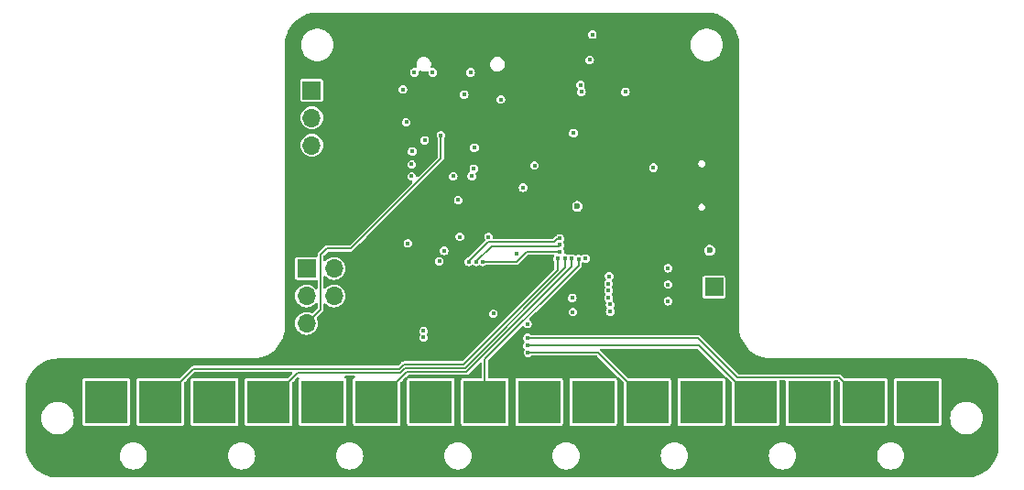
<source format=gbr>
%TF.GenerationSoftware,KiCad,Pcbnew,(7.0.0)*%
%TF.CreationDate,2024-08-27T08:05:47+05:30*%
%TF.ProjectId,Temperature Thing With Thermocouple 3V3,54656d70-6572-4617-9475-726520546869,v2.0.1*%
%TF.SameCoordinates,Original*%
%TF.FileFunction,Copper,L3,Inr*%
%TF.FilePolarity,Positive*%
%FSLAX46Y46*%
G04 Gerber Fmt 4.6, Leading zero omitted, Abs format (unit mm)*
G04 Created by KiCad (PCBNEW (7.0.0)) date 2024-08-27 08:05:47*
%MOMM*%
%LPD*%
G01*
G04 APERTURE LIST*
%TA.AperFunction,ComponentPad*%
%ADD10R,4.000000X4.000000*%
%TD*%
%TA.AperFunction,ComponentPad*%
%ADD11R,1.700000X1.700000*%
%TD*%
%TA.AperFunction,ComponentPad*%
%ADD12O,1.700000X1.700000*%
%TD*%
%TA.AperFunction,ComponentPad*%
%ADD13O,1.850000X1.050000*%
%TD*%
%TA.AperFunction,ViaPad*%
%ADD14C,0.400000*%
%TD*%
%TA.AperFunction,ViaPad*%
%ADD15C,0.600000*%
%TD*%
%TA.AperFunction,Conductor*%
%ADD16C,0.150000*%
%TD*%
G04 APERTURE END LIST*
D10*
%TO.N,Net-(J7-Pin_1)*%
%TO.C,J7*%
X166499999Y-115999999D03*
%TD*%
D11*
%TO.N,MAX_SDO*%
%TO.C,J18*%
X119999999Y-103674999D03*
D12*
%TO.N,+3V3*%
X122539999Y-103674999D03*
%TO.N,MAX_SCK*%
X119999999Y-106214999D03*
%TO.N,MAX_SDI*%
X122539999Y-106214999D03*
%TO.N,RESET*%
X119999999Y-108754999D03*
%TO.N,GND*%
X122539999Y-108754999D03*
%TD*%
D10*
%TO.N,Net-(J10-Pin_1)*%
%TO.C,J10*%
X121499999Y-115999999D03*
%TD*%
%TO.N,Net-(J15-Pin_1)*%
%TO.C,J15*%
X141499999Y-115999999D03*
%TD*%
D13*
%TO.N,GND*%
%TO.C,J13*%
X155124999Y-99799999D03*
X158574999Y-99799999D03*
X155174999Y-92199999D03*
X158624999Y-92199999D03*
%TD*%
D11*
%TO.N,BATT+*%
%TO.C,J16*%
X157679999Y-105399999D03*
%TD*%
D10*
%TO.N,Net-(J11-Pin_1)*%
%TO.C,J11*%
X131499999Y-115999999D03*
%TD*%
%TO.N,Net-(J2-Pin_1)*%
%TO.C,J2*%
X126499999Y-115999999D03*
%TD*%
%TO.N,Net-(J8-Pin_1)*%
%TO.C,J8*%
X156499999Y-115999999D03*
%TD*%
%TO.N,Net-(J1-Pin_1)*%
%TO.C,J1*%
X116499999Y-115999999D03*
%TD*%
D11*
%TO.N,+3V3*%
%TO.C,J21*%
X120499999Y-87199999D03*
D12*
%TO.N,TX*%
X120499999Y-89739999D03*
%TO.N,RX*%
X120499999Y-92279999D03*
%TO.N,GND*%
X120499999Y-94819999D03*
%TD*%
D10*
%TO.N,Net-(J4-Pin_1)*%
%TO.C,J4*%
X106499999Y-115999999D03*
%TD*%
%TO.N,Net-(J6-Pin_1)*%
%TO.C,J6*%
X146499999Y-115999999D03*
%TD*%
%TO.N,Net-(J12-Pin_1)*%
%TO.C,J12*%
X101499999Y-115999999D03*
%TD*%
%TO.N,Net-(J3-Pin_1)*%
%TO.C,J3*%
X136499999Y-115999999D03*
%TD*%
%TO.N,Net-(J14-Pin_1)*%
%TO.C,J14*%
X171499999Y-115999999D03*
%TD*%
%TO.N,Net-(J17-Pin_1)*%
%TO.C,J17*%
X161499999Y-115999999D03*
%TD*%
%TO.N,Net-(J5-Pin_1)*%
%TO.C,J5*%
X176499999Y-115999999D03*
%TD*%
%TO.N,Net-(J9-Pin_1)*%
%TO.C,J9*%
X111499999Y-115999999D03*
%TD*%
%TO.N,Net-(J19-Pin_1)*%
%TO.C,J19*%
X151499999Y-115999999D03*
%TD*%
D11*
%TO.N,GND*%
%TO.C,J20*%
X157629999Y-109049999D03*
%TD*%
D14*
%TO.N,+3V3*%
X140025000Y-96200000D03*
X153425000Y-105150000D03*
X144575000Y-106400000D03*
X144675000Y-91150000D03*
X139425000Y-102350000D03*
X129725000Y-95150000D03*
X149475000Y-87350000D03*
X152075000Y-94349502D03*
X134175000Y-100750000D03*
X145775000Y-102750000D03*
X129375000Y-101350000D03*
D15*
X145050000Y-97925000D03*
D14*
X133575000Y-95150000D03*
X136825000Y-100750000D03*
X153425000Y-106700000D03*
X153425000Y-103650000D03*
X131675000Y-85550000D03*
X148075000Y-107650000D03*
X135175000Y-85550000D03*
X146425000Y-82050000D03*
X129975000Y-85550000D03*
X129725000Y-94050000D03*
%TO.N,GND*%
X149100000Y-119600000D03*
X175900000Y-119600000D03*
X158300000Y-120200000D03*
X122800000Y-112300000D03*
X125500000Y-82300000D03*
X156500000Y-120800000D03*
X122200000Y-111100000D03*
X157900000Y-81000000D03*
X118500000Y-120800000D03*
X131300000Y-122000000D03*
X144900000Y-85000000D03*
X131000000Y-93100000D03*
X154600000Y-106800000D03*
X182200000Y-114400000D03*
X168900000Y-119600000D03*
X95400000Y-119600000D03*
X121400000Y-80700000D03*
X155100000Y-111400000D03*
X158900000Y-86300000D03*
X121500000Y-122000000D03*
X157600000Y-95900000D03*
X182600000Y-114100000D03*
X142900000Y-81000000D03*
X119800000Y-111700000D03*
X126700000Y-92500000D03*
X157700000Y-86300000D03*
X118600000Y-111700000D03*
X170100000Y-121400000D03*
X152100000Y-120200000D03*
X181300000Y-119700000D03*
X124400000Y-81100000D03*
X159100000Y-82200000D03*
X131600000Y-92500000D03*
X125900000Y-122000000D03*
X150900000Y-122000000D03*
X126100000Y-87100000D03*
X151500000Y-120800000D03*
X177100000Y-119600000D03*
X157700000Y-120200000D03*
X150300000Y-122000000D03*
X99600000Y-119000000D03*
X116700000Y-119600000D03*
X146100000Y-89700000D03*
X176500000Y-120800000D03*
X155700000Y-111400000D03*
X178900000Y-120200000D03*
X158800000Y-96500000D03*
X98100000Y-115000000D03*
X134700000Y-88500000D03*
X171900000Y-119600000D03*
X131200000Y-111100000D03*
X121600000Y-111700000D03*
X128300000Y-121400000D03*
X97800000Y-120200000D03*
X147300000Y-122000000D03*
X123800000Y-86200000D03*
X153100000Y-111400000D03*
X158800000Y-98300000D03*
X127100000Y-120800000D03*
X138200000Y-90800000D03*
X132000000Y-86400000D03*
X117900000Y-122000000D03*
X146100000Y-90300000D03*
X179200000Y-116200000D03*
X99000000Y-119600000D03*
X120800000Y-80700000D03*
X120300000Y-119600000D03*
X119000000Y-84900000D03*
X137700000Y-121400000D03*
X134600000Y-85100000D03*
X135300000Y-87900000D03*
X123800000Y-86800000D03*
X167100000Y-120800000D03*
X95400000Y-119000000D03*
X127700000Y-84000000D03*
X109500000Y-119600000D03*
X119700000Y-121400000D03*
X130100000Y-119600000D03*
X99000000Y-121400000D03*
X126700000Y-91900000D03*
X121500000Y-121400000D03*
X154500000Y-112000000D03*
X140100000Y-121400000D03*
X123700000Y-83500000D03*
X123100000Y-83500000D03*
X119000000Y-82100000D03*
X94700000Y-115100000D03*
X158900000Y-119600000D03*
X146700000Y-90900000D03*
X94700000Y-118700000D03*
X150700000Y-111400000D03*
X158900000Y-86900000D03*
X181100000Y-114400000D03*
X134600000Y-93100000D03*
X179900000Y-115600000D03*
X145500000Y-86000000D03*
X141300000Y-120800000D03*
X132500000Y-119400000D03*
X138300000Y-121400000D03*
X119800000Y-110500000D03*
X122000000Y-101100000D03*
X118000000Y-111700000D03*
X134000000Y-86300000D03*
X99600000Y-122000000D03*
X180500000Y-115000000D03*
X150300000Y-119600000D03*
X127700000Y-120800000D03*
X122800000Y-111100000D03*
X158900000Y-122000000D03*
X119700000Y-120800000D03*
X108900000Y-122000000D03*
X130700000Y-119600000D03*
X180700000Y-120200000D03*
X107700000Y-120200000D03*
X135900000Y-121400000D03*
X168900000Y-121400000D03*
X120300000Y-120200000D03*
X122600000Y-97500000D03*
X158900000Y-120800000D03*
X171300000Y-121400000D03*
X108900000Y-121400000D03*
X138900000Y-121400000D03*
X182900000Y-115900000D03*
X183300000Y-118200000D03*
X181200000Y-113200000D03*
X123200000Y-85600000D03*
X96300000Y-115000000D03*
X124400000Y-85600000D03*
X158800000Y-95300000D03*
X171900000Y-121400000D03*
X111900000Y-119600000D03*
X160100000Y-111500000D03*
X125500000Y-91900000D03*
X130400000Y-92500000D03*
X125500000Y-81700000D03*
X138900000Y-120200000D03*
X98800000Y-115400000D03*
X160100000Y-120200000D03*
X98800000Y-113700000D03*
X140100000Y-119600000D03*
X136500000Y-121400000D03*
X126700000Y-106700000D03*
X120400000Y-111100000D03*
X117300000Y-122000000D03*
X159500000Y-111100000D03*
X171900000Y-122000000D03*
X178900000Y-120800000D03*
X126100000Y-82300000D03*
X177900000Y-113000000D03*
X169500000Y-119600000D03*
X177100000Y-120800000D03*
X179900000Y-113000000D03*
X122600000Y-86200000D03*
X156500000Y-88700000D03*
X154600000Y-109200000D03*
X111300000Y-119600000D03*
X128900000Y-120800000D03*
X130000000Y-110500000D03*
X137700000Y-122000000D03*
X96900000Y-113100000D03*
X134600000Y-86300000D03*
X149700000Y-121400000D03*
X120200000Y-98100000D03*
X116100000Y-120200000D03*
X181900000Y-120200000D03*
X153900000Y-81000000D03*
X102600000Y-119300000D03*
X116100000Y-122000000D03*
X138800000Y-90200000D03*
X137700000Y-119600000D03*
X158200000Y-98300000D03*
X147200000Y-103500000D03*
X147900000Y-81000000D03*
X181800000Y-113100000D03*
X122000000Y-98700000D03*
X138300000Y-122000000D03*
X106500000Y-121400000D03*
X111900000Y-120800000D03*
X123800000Y-84300000D03*
X157600000Y-96500000D03*
X179900000Y-114400000D03*
X131900000Y-120800000D03*
X117300000Y-120200000D03*
X167100000Y-122000000D03*
X147300000Y-120800000D03*
X144900000Y-82000000D03*
X121400000Y-98700000D03*
X133275000Y-100750000D03*
X146700000Y-90300000D03*
X122600000Y-100500000D03*
X96000000Y-121400000D03*
X140700000Y-121400000D03*
X156500000Y-85700000D03*
X179500000Y-120800000D03*
X100200000Y-121400000D03*
X137900000Y-81700000D03*
X124000000Y-110500000D03*
X165900000Y-121400000D03*
X96900000Y-114400000D03*
X96600000Y-119600000D03*
X144100000Y-81000000D03*
X146700000Y-108000000D03*
X147200000Y-106500000D03*
X131600000Y-93100000D03*
X136500000Y-119600000D03*
X145500000Y-82600000D03*
X154600000Y-103800000D03*
X161300000Y-121400000D03*
X123100000Y-81700000D03*
X183300000Y-117600000D03*
X151900000Y-111400000D03*
X158300000Y-87500000D03*
X137900000Y-82900000D03*
X158300000Y-119600000D03*
X147900000Y-94200000D03*
X158300000Y-86900000D03*
X110700000Y-121400000D03*
X111900000Y-121400000D03*
X131000000Y-93700000D03*
X130100000Y-120800000D03*
X145600000Y-108000000D03*
X127000000Y-110500000D03*
X122800000Y-110500000D03*
X122000000Y-99900000D03*
X149700000Y-119600000D03*
X154600000Y-105600000D03*
X136600000Y-108600000D03*
X159300000Y-82800000D03*
X168300000Y-121400000D03*
X118800000Y-82600000D03*
X136500000Y-120800000D03*
X110100000Y-120200000D03*
X127700000Y-122000000D03*
X167700000Y-121400000D03*
X122000000Y-96900000D03*
X160100000Y-122000000D03*
X161300000Y-120200000D03*
X177100000Y-121400000D03*
X139500000Y-119600000D03*
X160100000Y-119600000D03*
X122600000Y-86800000D03*
X132900000Y-92500000D03*
X125500000Y-83500000D03*
X126700000Y-109100000D03*
X126400000Y-110500000D03*
X119000000Y-100500000D03*
X124400000Y-86200000D03*
X100800000Y-120200000D03*
X168900000Y-120800000D03*
X95400000Y-120200000D03*
X145500000Y-81000000D03*
X139500000Y-121400000D03*
X98800000Y-114800000D03*
X108300000Y-119600000D03*
X157100000Y-119600000D03*
X154600000Y-106200000D03*
X118800000Y-83700000D03*
X138900000Y-122000000D03*
X119600000Y-84900000D03*
X158300000Y-85700000D03*
X157600000Y-93500000D03*
X167700000Y-120200000D03*
X147900000Y-120800000D03*
X157700000Y-86900000D03*
X156500000Y-88100000D03*
X157100000Y-120800000D03*
X147700000Y-111400000D03*
X119700000Y-81200000D03*
X138300000Y-120200000D03*
X169500000Y-121400000D03*
X157600000Y-97100000D03*
X120800000Y-99900000D03*
X135300000Y-88500000D03*
X124600000Y-111100000D03*
X127700000Y-85300000D03*
X178300000Y-120800000D03*
X150900000Y-121400000D03*
X117400000Y-112300000D03*
X157600000Y-97700000D03*
X100200000Y-120800000D03*
X122100000Y-120800000D03*
X144900000Y-83800000D03*
X144900000Y-89100000D03*
X179500000Y-119100000D03*
X122600000Y-98700000D03*
X165900000Y-120800000D03*
X175900000Y-121400000D03*
X126700000Y-88300000D03*
X125800000Y-111100000D03*
X126100000Y-81700000D03*
X100200000Y-119600000D03*
X128800000Y-110500000D03*
X157600000Y-98300000D03*
X168300000Y-119600000D03*
X140700000Y-120800000D03*
X128025000Y-100600000D03*
X126400000Y-111100000D03*
X106500000Y-119600000D03*
X125500000Y-93100000D03*
X138200000Y-89600000D03*
X137300000Y-82300000D03*
X130700000Y-120800000D03*
X126500000Y-120800000D03*
X131300000Y-119600000D03*
X175900000Y-120800000D03*
X147300000Y-81000000D03*
X137300000Y-82900000D03*
X133500000Y-92500000D03*
X154600000Y-104400000D03*
X169500000Y-122000000D03*
X145500000Y-83200000D03*
X130100000Y-121400000D03*
X147900000Y-93600000D03*
X124000000Y-111100000D03*
X120800000Y-97500000D03*
X121400000Y-101100000D03*
X137100000Y-85600000D03*
X151500000Y-119600000D03*
X119100000Y-120800000D03*
X138900000Y-120800000D03*
X110100000Y-122000000D03*
X151500000Y-121400000D03*
X135200000Y-93100000D03*
X149700000Y-120200000D03*
X158900000Y-120200000D03*
X146700000Y-120800000D03*
X179300000Y-114400000D03*
X181300000Y-121400000D03*
X128300000Y-119600000D03*
X136400000Y-90200000D03*
X119200000Y-112300000D03*
X116100000Y-120800000D03*
X125500000Y-91300000D03*
X157600000Y-95300000D03*
X122000000Y-97500000D03*
X120200000Y-85100000D03*
X125500000Y-90700000D03*
X172500000Y-119600000D03*
X122500000Y-81100000D03*
X105300000Y-119600000D03*
X146100000Y-120200000D03*
X108300000Y-122000000D03*
X129400000Y-109900000D03*
X105900000Y-122000000D03*
X127000000Y-111100000D03*
X154500000Y-111400000D03*
X125500000Y-81100000D03*
X138300000Y-119600000D03*
X97500000Y-113800000D03*
X137100000Y-120200000D03*
X120300000Y-122000000D03*
X136000000Y-107900000D03*
X139400000Y-89600000D03*
X99600000Y-119600000D03*
X96000000Y-122000000D03*
X157700000Y-88100000D03*
X156300000Y-112000000D03*
X102000000Y-120800000D03*
X95400000Y-120800000D03*
X150300000Y-81000000D03*
X181100000Y-115000000D03*
X119600000Y-99900000D03*
X157700000Y-87500000D03*
X158300000Y-122000000D03*
X126700000Y-90700000D03*
X95700000Y-113800000D03*
X139400000Y-90800000D03*
X140000000Y-90800000D03*
X145500000Y-84400000D03*
X128300000Y-120200000D03*
X96600000Y-122000000D03*
X181100000Y-113800000D03*
X144900000Y-90300000D03*
X136400000Y-89600000D03*
X151300000Y-111400000D03*
X128200000Y-111100000D03*
X119000000Y-96900000D03*
X159600000Y-112300000D03*
X121400000Y-99900000D03*
X121600000Y-111100000D03*
X158300000Y-85100000D03*
X122100000Y-121400000D03*
X97800000Y-119600000D03*
X131600000Y-84000000D03*
X129500000Y-119600000D03*
X157100000Y-88700000D03*
X131900000Y-120200000D03*
X118500000Y-122000000D03*
X175300000Y-119600000D03*
X144900000Y-89700000D03*
X117900000Y-119600000D03*
X181900000Y-119600000D03*
X97200000Y-120800000D03*
X164900000Y-119300000D03*
X140100000Y-120800000D03*
X161900000Y-121400000D03*
X122100000Y-122000000D03*
X159500000Y-119600000D03*
X137100000Y-119600000D03*
X126100000Y-92500000D03*
X179500000Y-119600000D03*
X156500000Y-86300000D03*
X125800000Y-109900000D03*
X148900000Y-111400000D03*
X119000000Y-97500000D03*
X118600000Y-111100000D03*
X119200000Y-111100000D03*
X119200000Y-110500000D03*
X100200000Y-120200000D03*
X182500000Y-120200000D03*
X124400000Y-82300000D03*
X155100000Y-119300000D03*
X141300000Y-121400000D03*
X165900000Y-119600000D03*
X127700000Y-121400000D03*
X148300000Y-111400000D03*
X100800000Y-119600000D03*
X123200000Y-86200000D03*
X126700000Y-106100000D03*
X122600000Y-98100000D03*
X178500000Y-113000000D03*
X131693023Y-95068023D03*
X167700000Y-120800000D03*
X125200000Y-109900000D03*
X180600000Y-113000000D03*
X157100000Y-85200000D03*
X135900000Y-120800000D03*
X119600000Y-98700000D03*
X149200000Y-97700000D03*
X108900000Y-120800000D03*
X151500000Y-122000000D03*
X131300000Y-120800000D03*
X120800000Y-99300000D03*
X183300000Y-120000000D03*
X157100000Y-88100000D03*
X171300000Y-122000000D03*
X120900000Y-120200000D03*
X179300000Y-113800000D03*
X154600000Y-107400000D03*
X166500000Y-122000000D03*
X155700000Y-81000000D03*
X141900000Y-119600000D03*
X155100000Y-81000000D03*
X120400000Y-111700000D03*
X148600000Y-96500000D03*
X113100000Y-119300000D03*
X127600000Y-87100000D03*
X107700000Y-119600000D03*
X126400000Y-109900000D03*
X119700000Y-119600000D03*
X125500000Y-85300000D03*
X107700000Y-120800000D03*
X158900000Y-85100000D03*
X152100000Y-121400000D03*
X126700000Y-107300000D03*
X97500000Y-114400000D03*
X95400000Y-121400000D03*
X137200000Y-108600000D03*
X159500000Y-111700000D03*
X137100000Y-121400000D03*
X100800000Y-121400000D03*
X183300000Y-118800000D03*
X125500000Y-85900000D03*
X141300000Y-122000000D03*
X116700000Y-122000000D03*
X120400000Y-110500000D03*
X170700000Y-121400000D03*
X119800000Y-111100000D03*
X177700000Y-122000000D03*
X146700000Y-81000000D03*
X110700000Y-119600000D03*
X109500000Y-120800000D03*
X100200000Y-122000000D03*
X99400000Y-113100000D03*
X149100000Y-120800000D03*
X147900000Y-92400000D03*
X150300000Y-120200000D03*
X124400000Y-86800000D03*
X178300000Y-121400000D03*
X171300000Y-120800000D03*
X132900000Y-93100000D03*
X126100000Y-91300000D03*
X122600000Y-96900000D03*
X162500000Y-119300000D03*
X157700000Y-122000000D03*
X118500000Y-120200000D03*
X97200000Y-120200000D03*
X122600000Y-84900000D03*
X120900000Y-121400000D03*
X156800000Y-80800000D03*
X147900000Y-119600000D03*
X125200000Y-111100000D03*
X126100000Y-83500000D03*
X94700000Y-115700000D03*
X176500000Y-119600000D03*
X165900000Y-120200000D03*
X131900000Y-119600000D03*
X130700000Y-121400000D03*
X119100000Y-121400000D03*
X146700000Y-119600000D03*
X150900000Y-120800000D03*
X127700000Y-120200000D03*
X96200000Y-113200000D03*
X150100000Y-111400000D03*
X101400000Y-122000000D03*
X97800000Y-120800000D03*
X119100000Y-119600000D03*
X130600000Y-111100000D03*
X125900000Y-119600000D03*
X128900000Y-122000000D03*
X108300000Y-120200000D03*
X140100000Y-122000000D03*
X149100000Y-122000000D03*
X131800000Y-110500000D03*
X158900000Y-121400000D03*
X123200000Y-86800000D03*
X178300000Y-122000000D03*
X148500000Y-120800000D03*
X128800000Y-109900000D03*
X110700000Y-122000000D03*
X130700000Y-120200000D03*
X120200000Y-101100000D03*
X179300000Y-115600000D03*
X137600000Y-89600000D03*
X144900000Y-88500000D03*
X119700000Y-122000000D03*
X119000000Y-84300000D03*
X134000000Y-85700000D03*
X121500000Y-120800000D03*
X130600000Y-86300000D03*
X123400000Y-111100000D03*
X161300000Y-119600000D03*
X125900000Y-121400000D03*
X125500000Y-92500000D03*
X157700000Y-121400000D03*
X158200000Y-95300000D03*
X119200000Y-111700000D03*
X117300000Y-120800000D03*
X180700000Y-122000000D03*
X182500000Y-119600000D03*
X169500000Y-120200000D03*
X122200000Y-112300000D03*
X105900000Y-121400000D03*
X116700000Y-120200000D03*
X121400000Y-100500000D03*
X120900000Y-122000000D03*
X141900000Y-122000000D03*
X135400000Y-108600000D03*
X147900000Y-122000000D03*
X124400000Y-87400000D03*
X156500000Y-86900000D03*
X123800000Y-87400000D03*
X156500000Y-85200000D03*
X126100000Y-91900000D03*
X122000000Y-99300000D03*
X99000000Y-120800000D03*
X96000000Y-120200000D03*
X148500000Y-93000000D03*
X158200000Y-97100000D03*
X171300000Y-120200000D03*
X123800000Y-84900000D03*
X123100000Y-81100000D03*
X158800000Y-94700000D03*
X144900000Y-83200000D03*
X183300000Y-116400000D03*
X121400000Y-99300000D03*
X140000000Y-90200000D03*
X144900000Y-119300000D03*
X124600000Y-110500000D03*
X130100000Y-84000000D03*
X181700000Y-113800000D03*
X102000000Y-120200000D03*
X129500000Y-122000000D03*
X101400000Y-120800000D03*
X182900000Y-115300000D03*
X178300000Y-120200000D03*
X129500000Y-120800000D03*
X120200000Y-99900000D03*
X138800000Y-89600000D03*
X125500000Y-86500000D03*
X132600000Y-86400000D03*
X157700000Y-88700000D03*
X126100000Y-87700000D03*
X140700000Y-120200000D03*
X127700000Y-85900000D03*
X139500000Y-122000000D03*
X125800000Y-110500000D03*
X119000000Y-99900000D03*
X146100000Y-121400000D03*
X180100000Y-120800000D03*
X152100000Y-120800000D03*
X166500000Y-120800000D03*
X117300000Y-119600000D03*
X120800000Y-100500000D03*
X95700000Y-114400000D03*
X155900000Y-121400000D03*
X158300000Y-88700000D03*
X94700000Y-118100000D03*
X123800000Y-85600000D03*
X144900000Y-84400000D03*
X152500000Y-111400000D03*
X137300000Y-83500000D03*
X121500000Y-120200000D03*
X129400000Y-111100000D03*
X123400000Y-111700000D03*
X168300000Y-120200000D03*
X101400000Y-119600000D03*
X137700000Y-120200000D03*
X146100000Y-91500000D03*
X137900000Y-83500000D03*
X122600000Y-101100000D03*
X137700000Y-85800000D03*
X106500000Y-120200000D03*
X102000000Y-121400000D03*
X119600000Y-96900000D03*
X109500000Y-121400000D03*
X128900000Y-121400000D03*
X168900000Y-120200000D03*
X122600000Y-99300000D03*
X94700000Y-120500000D03*
X177700000Y-121400000D03*
X127100000Y-121400000D03*
X123700000Y-82300000D03*
X147900000Y-93000000D03*
X170100000Y-120800000D03*
X182500000Y-120800000D03*
X135900000Y-87900000D03*
X128200000Y-109900000D03*
X119000000Y-98700000D03*
X152100000Y-81000000D03*
X122700000Y-119400000D03*
X125500000Y-84700000D03*
X107100000Y-120800000D03*
X137900000Y-81100000D03*
X120300000Y-121400000D03*
X100800000Y-122000000D03*
X135900000Y-122000000D03*
X144900000Y-86000000D03*
X160700000Y-122000000D03*
X149200000Y-97100000D03*
X123200000Y-84300000D03*
X119000000Y-99300000D03*
X180500000Y-114400000D03*
X140100000Y-120200000D03*
X101400000Y-121400000D03*
X180100000Y-120200000D03*
X98800000Y-116000000D03*
X127600000Y-110500000D03*
X96900000Y-115000000D03*
X158300000Y-120800000D03*
X180700000Y-121400000D03*
X147300000Y-119600000D03*
X140700000Y-119600000D03*
X155700000Y-112000000D03*
X127000000Y-109900000D03*
X139500000Y-120800000D03*
X159200000Y-84000000D03*
X100000000Y-113100000D03*
X122000000Y-80700000D03*
X146700000Y-91500000D03*
X158300000Y-88100000D03*
X145600000Y-106300000D03*
X157700000Y-85100000D03*
X126100000Y-82900000D03*
X180100000Y-121400000D03*
X167700000Y-119600000D03*
X126500000Y-119600000D03*
X177700000Y-120200000D03*
X126700000Y-105500000D03*
X167100000Y-121400000D03*
X158800000Y-94100000D03*
X97500000Y-115000000D03*
X182200000Y-113700000D03*
X124400000Y-81700000D03*
X153300000Y-81000000D03*
X126500000Y-120200000D03*
X157700000Y-120800000D03*
X98800000Y-114200000D03*
X94700000Y-119900000D03*
X158900000Y-111100000D03*
X182300000Y-115600000D03*
X163100000Y-119300000D03*
X119600000Y-100500000D03*
X158300000Y-121400000D03*
X138900000Y-119600000D03*
X158200000Y-94100000D03*
X111300000Y-122000000D03*
X170100000Y-120200000D03*
X122800000Y-111700000D03*
X166500000Y-119600000D03*
X111300000Y-120200000D03*
X126100000Y-90700000D03*
X98400000Y-120200000D03*
X121600000Y-112300000D03*
X145500000Y-91500000D03*
X145500000Y-89700000D03*
X148500000Y-119600000D03*
X125900000Y-120200000D03*
X137000000Y-90800000D03*
X122000000Y-85000000D03*
X119100000Y-122000000D03*
X151500000Y-120200000D03*
X123700000Y-81700000D03*
X100800000Y-120800000D03*
X156500000Y-119600000D03*
X152700000Y-119300000D03*
X179900000Y-115000000D03*
X147900000Y-120200000D03*
X179500000Y-122000000D03*
X118600000Y-112300000D03*
X149700000Y-81000000D03*
X179300000Y-115000000D03*
X183000000Y-120600000D03*
X161900000Y-120800000D03*
X147900000Y-121400000D03*
X107700000Y-122000000D03*
X123200000Y-84900000D03*
X98400000Y-120800000D03*
X130000000Y-111100000D03*
X181900000Y-120800000D03*
X146700000Y-122000000D03*
X145500000Y-82000000D03*
X146700000Y-121400000D03*
X178900000Y-122000000D03*
X179200000Y-113000000D03*
X94700000Y-116900000D03*
X157100000Y-121400000D03*
X105900000Y-119600000D03*
X121000000Y-112300000D03*
X149100000Y-120200000D03*
X122000000Y-100500000D03*
X158300000Y-111100000D03*
X98400000Y-119600000D03*
X137100000Y-86300000D03*
X94700000Y-117500000D03*
X158800000Y-93500000D03*
X137100000Y-120800000D03*
X106500000Y-120800000D03*
X156500000Y-120200000D03*
X182300000Y-113200000D03*
X98100000Y-115600000D03*
X121000000Y-110500000D03*
X128200000Y-110500000D03*
X176500000Y-120200000D03*
X155900000Y-88700000D03*
X183300000Y-117000000D03*
X177700000Y-120800000D03*
X165900000Y-122000000D03*
X178900000Y-121400000D03*
X139400000Y-90200000D03*
X128300000Y-122000000D03*
X111300000Y-121400000D03*
X155300000Y-88700000D03*
X126700000Y-87100000D03*
X148500000Y-94200000D03*
X177700000Y-119600000D03*
X182600000Y-121500000D03*
X129500000Y-120200000D03*
X141900000Y-121400000D03*
X125500000Y-88900000D03*
X117900000Y-120200000D03*
X127700000Y-119600000D03*
X119700000Y-120200000D03*
X106500000Y-122000000D03*
X120900000Y-119600000D03*
X120200000Y-99300000D03*
X169500000Y-120800000D03*
X126700000Y-107900000D03*
X124400000Y-84900000D03*
X146700000Y-120200000D03*
X97200000Y-119600000D03*
X167700000Y-122000000D03*
X118000000Y-112300000D03*
X157700000Y-119600000D03*
X124400000Y-83500000D03*
X137000000Y-89600000D03*
X116100000Y-119600000D03*
X127100000Y-119600000D03*
X137300000Y-81700000D03*
X129500000Y-121400000D03*
X154600000Y-108000000D03*
X137600000Y-90800000D03*
X146100000Y-81000000D03*
X119600000Y-97500000D03*
X109500000Y-120200000D03*
X141300000Y-120200000D03*
X149100000Y-121400000D03*
X126100000Y-81100000D03*
X140000000Y-89600000D03*
X122600000Y-87400000D03*
X107100000Y-122000000D03*
X125100000Y-119400000D03*
X97600000Y-113100000D03*
X118500000Y-121400000D03*
X168300000Y-122000000D03*
X97200000Y-122000000D03*
X119300000Y-81600000D03*
X96900000Y-113800000D03*
X136600000Y-107900000D03*
X157100000Y-122000000D03*
X182300000Y-115000000D03*
X180500000Y-113800000D03*
X95700000Y-115000000D03*
X152700000Y-81000000D03*
X157100000Y-85700000D03*
X122200000Y-111700000D03*
X157100000Y-120200000D03*
X138200000Y-90200000D03*
X170700000Y-119600000D03*
X170700000Y-122000000D03*
X161900000Y-120200000D03*
X160700000Y-112000000D03*
X121600000Y-110500000D03*
X126500000Y-121400000D03*
X117900000Y-120800000D03*
X181700000Y-114400000D03*
X99000000Y-120200000D03*
X176500000Y-121400000D03*
X120800000Y-101100000D03*
X123200000Y-87400000D03*
X146100000Y-120800000D03*
X102000000Y-122000000D03*
X148500000Y-92400000D03*
X139500000Y-120200000D03*
X181700000Y-115000000D03*
X96600000Y-120200000D03*
X179500000Y-121400000D03*
X137900000Y-82300000D03*
X119000000Y-101100000D03*
X160700000Y-119600000D03*
X125900000Y-120800000D03*
X137700000Y-120800000D03*
X180100000Y-119600000D03*
X105900000Y-120200000D03*
X143500000Y-81000000D03*
X121400000Y-97500000D03*
X157100000Y-86900000D03*
X121000000Y-111700000D03*
X98400000Y-122000000D03*
X145500000Y-89100000D03*
X167100000Y-119600000D03*
X179900000Y-113800000D03*
X158400000Y-81300000D03*
X135900000Y-119600000D03*
X158900000Y-111700000D03*
X131300000Y-120200000D03*
X148500000Y-122000000D03*
X149700000Y-120800000D03*
X112500000Y-119300000D03*
X140700000Y-122000000D03*
X134000000Y-85100000D03*
X132500000Y-109900000D03*
X150900000Y-120200000D03*
X144900000Y-87900000D03*
X127100000Y-122000000D03*
X157100000Y-87500000D03*
X170700000Y-120200000D03*
X150900000Y-119600000D03*
X119800000Y-112300000D03*
X120900000Y-120800000D03*
X98100000Y-113800000D03*
X160700000Y-120800000D03*
X110100000Y-119600000D03*
X156200000Y-80800000D03*
X122200000Y-110500000D03*
X146100000Y-122000000D03*
X120300000Y-120800000D03*
X158900000Y-84500000D03*
X170700000Y-120800000D03*
X160700000Y-120200000D03*
X116700000Y-121400000D03*
X158900000Y-87500000D03*
X138300000Y-120800000D03*
X99600000Y-121400000D03*
X181300000Y-120800000D03*
X97800000Y-122000000D03*
X175900000Y-122000000D03*
X147300000Y-121400000D03*
X98100000Y-114400000D03*
X150300000Y-120800000D03*
X146100000Y-119600000D03*
X122600000Y-85600000D03*
X171900000Y-120200000D03*
X148500000Y-121400000D03*
X171900000Y-120800000D03*
X151500000Y-81000000D03*
X158900000Y-88100000D03*
X130000000Y-86300000D03*
X123700000Y-82900000D03*
X131200000Y-86300000D03*
X98800000Y-119000000D03*
X108300000Y-121400000D03*
X108900000Y-119600000D03*
X127100000Y-120200000D03*
X110700000Y-120800000D03*
X122600000Y-99900000D03*
X152100000Y-119600000D03*
X136000000Y-108600000D03*
X129400000Y-110500000D03*
X125200000Y-110500000D03*
X131900000Y-121400000D03*
X158900000Y-85700000D03*
X131300000Y-121400000D03*
X119600000Y-101100000D03*
X98800000Y-113100000D03*
X157400000Y-80800000D03*
X176500000Y-122000000D03*
X155900000Y-120200000D03*
X182800000Y-114700000D03*
X155100000Y-112000000D03*
X182600000Y-119000000D03*
X126700000Y-108500000D03*
X183300000Y-114900000D03*
X146100000Y-90900000D03*
X126100000Y-88900000D03*
X148600000Y-97700000D03*
X130400000Y-93100000D03*
X160700000Y-121400000D03*
X158200000Y-93500000D03*
X130100000Y-122000000D03*
X95100000Y-114400000D03*
X136400000Y-90800000D03*
X149500000Y-111400000D03*
X125500000Y-88300000D03*
X96300000Y-114400000D03*
X171300000Y-119600000D03*
X145500000Y-83800000D03*
X109500000Y-122000000D03*
X128900000Y-119600000D03*
X145500000Y-90900000D03*
X97800000Y-121400000D03*
X120200000Y-97500000D03*
X144900000Y-81000000D03*
X159500000Y-121400000D03*
X119000000Y-98100000D03*
X103200000Y-119300000D03*
X120200000Y-100500000D03*
X132500000Y-110500000D03*
X111300000Y-120800000D03*
X170100000Y-122000000D03*
X99600000Y-120200000D03*
X111900000Y-122000000D03*
X166500000Y-121400000D03*
X121500000Y-119600000D03*
X118800000Y-83100000D03*
X102000000Y-119600000D03*
X161900000Y-122000000D03*
X127600000Y-111100000D03*
X136500000Y-120200000D03*
X157600000Y-94100000D03*
X154600000Y-105000000D03*
X180700000Y-120800000D03*
X177100000Y-120200000D03*
X158800000Y-97700000D03*
X138800000Y-90800000D03*
X159500000Y-120200000D03*
X149100000Y-81000000D03*
X141300000Y-119600000D03*
X96600000Y-121400000D03*
X158200000Y-96500000D03*
X125500000Y-82900000D03*
X159500000Y-122000000D03*
X178900000Y-119600000D03*
X107100000Y-121400000D03*
X130100000Y-120200000D03*
X143100000Y-119300000D03*
X161200000Y-112300000D03*
X150900000Y-81000000D03*
X122000000Y-98100000D03*
X110100000Y-120800000D03*
X99000000Y-122000000D03*
X149700000Y-122000000D03*
X147300000Y-108000000D03*
X125500000Y-84100000D03*
X120800000Y-98100000D03*
X101400000Y-120200000D03*
X137000000Y-90200000D03*
X98400000Y-121400000D03*
X161300000Y-122000000D03*
X126500000Y-122000000D03*
X135800000Y-93100000D03*
X110100000Y-121400000D03*
X141900000Y-120800000D03*
X158300000Y-86300000D03*
X168900000Y-122000000D03*
X128900000Y-120200000D03*
X157600000Y-94700000D03*
X128800000Y-111100000D03*
X135400000Y-107900000D03*
X94700000Y-119300000D03*
X155900000Y-122000000D03*
X111900000Y-120200000D03*
X183300000Y-119400000D03*
X137600000Y-90200000D03*
X96300000Y-113800000D03*
X158800000Y-97100000D03*
X177100000Y-122000000D03*
X158900000Y-88700000D03*
X127600000Y-109900000D03*
X95700000Y-115600000D03*
X157700000Y-85700000D03*
X128300000Y-120800000D03*
X130700000Y-122000000D03*
X148500000Y-120200000D03*
X138200000Y-107900000D03*
X156500000Y-121400000D03*
X156500000Y-87500000D03*
X125500000Y-87700000D03*
X167100000Y-120200000D03*
X126100000Y-88300000D03*
X168300000Y-120800000D03*
X153700000Y-111400000D03*
X146600000Y-106300000D03*
X105900000Y-120800000D03*
X131800000Y-111100000D03*
X181300000Y-122000000D03*
X96000000Y-120800000D03*
X158200000Y-97700000D03*
X135900000Y-120200000D03*
X123400000Y-110500000D03*
X155900000Y-119600000D03*
X99600000Y-120800000D03*
X141900000Y-120200000D03*
X147200000Y-104100000D03*
X119600000Y-98100000D03*
X148500000Y-81000000D03*
X180100000Y-122000000D03*
X107700000Y-121400000D03*
X96000000Y-119600000D03*
X157100000Y-86300000D03*
X107100000Y-120200000D03*
X158200000Y-95900000D03*
X121400000Y-96900000D03*
X120200000Y-80900000D03*
X161900000Y-119600000D03*
X118500000Y-119600000D03*
X137300000Y-81100000D03*
X150300000Y-121400000D03*
X110700000Y-120200000D03*
X148600000Y-97100000D03*
X116700000Y-120800000D03*
X180700000Y-119700000D03*
X142500000Y-119300000D03*
X178900000Y-119000000D03*
X136500000Y-122000000D03*
X124400000Y-82900000D03*
X158200000Y-94700000D03*
X123700000Y-81100000D03*
X182200000Y-121900000D03*
X126700000Y-87700000D03*
X120400000Y-112300000D03*
X98200000Y-113100000D03*
X160200000Y-112300000D03*
X179500000Y-120200000D03*
X117300000Y-121400000D03*
X181900000Y-121400000D03*
X145500000Y-90300000D03*
X175900000Y-120200000D03*
X94700000Y-116300000D03*
X160100000Y-121400000D03*
X159200000Y-83400000D03*
X137100000Y-122000000D03*
X130400000Y-93700000D03*
X154600000Y-108600000D03*
X107100000Y-119600000D03*
X152100000Y-122000000D03*
X170100000Y-119600000D03*
X126700000Y-91300000D03*
X158800000Y-81700000D03*
X120200000Y-98700000D03*
X161300000Y-120800000D03*
X108900000Y-120200000D03*
X148500000Y-93600000D03*
X122100000Y-119600000D03*
X130400000Y-94300000D03*
X96600000Y-120800000D03*
X131000000Y-92500000D03*
X144900000Y-82600000D03*
X119100000Y-120200000D03*
X149200000Y-96500000D03*
X117900000Y-121400000D03*
X125500000Y-87100000D03*
X158800000Y-95900000D03*
X108300000Y-120800000D03*
X123100000Y-82300000D03*
X147300000Y-120200000D03*
X95700000Y-113200000D03*
X116100000Y-121400000D03*
X121400000Y-98100000D03*
X131900000Y-122000000D03*
X97200000Y-121400000D03*
X127700000Y-84700000D03*
X178300000Y-119600000D03*
X121000000Y-111100000D03*
X179000000Y-118400000D03*
X122100000Y-120200000D03*
X156500000Y-122000000D03*
X127600000Y-87700000D03*
X124400000Y-84300000D03*
X95100000Y-113800000D03*
X154500000Y-81000000D03*
X166500000Y-120200000D03*
X155900000Y-120800000D03*
X153275000Y-107550000D03*
X120800000Y-98700000D03*
X159500000Y-120800000D03*
X181300000Y-120200000D03*
X119600000Y-99300000D03*
X160100000Y-120800000D03*
%TO.N,RESET*%
X146175000Y-84400000D03*
X132425000Y-91350000D03*
%TO.N,TX*%
X145325000Y-86700000D03*
X128900000Y-87125000D03*
%TO.N,RX*%
X145425000Y-87350000D03*
X134574500Y-87600000D03*
%TO.N,Net-(J1-Pin_1)*%
X143925497Y-102750000D03*
%TO.N,Net-(J2-Pin_1)*%
X144525000Y-102750000D03*
%TO.N,Net-(J3-Pin_1)*%
X145150000Y-102800000D03*
%TO.N,Net-(J4-Pin_1)*%
X143200000Y-102775000D03*
%TO.N,Net-(J14-Pin_1)*%
X140425000Y-110100000D03*
%TO.N,Net-(J17-Pin_1)*%
X140425000Y-110800000D03*
%TO.N,MAX_SDO*%
X147925000Y-105700000D03*
X141075000Y-94150000D03*
%TO.N,MAX_SCK*%
X147925000Y-106400000D03*
X135280500Y-95128083D03*
%TO.N,MAX_SDI*%
X134029500Y-97350000D03*
X147925000Y-105100000D03*
%TO.N,LED*%
X137975000Y-88050000D03*
X135525000Y-92500000D03*
%TO.N,T+MUX*%
X140425000Y-108800000D03*
%TO.N,T-MUX*%
X137275000Y-107850000D03*
%TO.N,SD_CS*%
X135475000Y-94450000D03*
%TO.N,SD_CD*%
X129775000Y-92850000D03*
%TO.N,MUX_C*%
X143425000Y-100900497D03*
X132275000Y-103000000D03*
X135025000Y-103050000D03*
%TO.N,MUX_B*%
X135675000Y-103050000D03*
X143425000Y-101500000D03*
X130825000Y-109450000D03*
%TO.N,MUX_A*%
X143425000Y-102100000D03*
X136325000Y-103050000D03*
X130825000Y-110049503D03*
%TO.N,MAX_DRDY*%
X129225000Y-90150000D03*
X144625000Y-107700000D03*
%TO.N,MAX_CS*%
X148075000Y-107000000D03*
X132725000Y-102050000D03*
%TO.N,MAX_FAULT*%
X130925000Y-91825000D03*
X147975000Y-104400000D03*
D15*
%TO.N,Net-(#FLG02-pwr)*%
X157275000Y-102000000D03*
D14*
%TO.N,Net-(J19-Pin_1)*%
X140475000Y-111450000D03*
%TD*%
D16*
%TO.N,RESET*%
X121300000Y-107455000D02*
X121300000Y-102400000D01*
X120000000Y-108755000D02*
X121300000Y-107455000D01*
X121868248Y-101831752D02*
X124068248Y-101831752D01*
X121300000Y-102400000D02*
X121868248Y-101831752D01*
X132425000Y-93475000D02*
X132425000Y-91350000D01*
X124068248Y-101831752D02*
X132425000Y-93475000D01*
%TO.N,Net-(J1-Pin_1)*%
X128705026Y-113300000D02*
X129130026Y-112875000D01*
X129130026Y-112875000D02*
X134660052Y-112875000D01*
X119200000Y-113300000D02*
X128705026Y-113300000D01*
X134660052Y-112875000D02*
X143925497Y-103609555D01*
X143925497Y-103609555D02*
X143925497Y-102750000D01*
X116500000Y-116000000D02*
X119200000Y-113300000D01*
%TO.N,Net-(J2-Pin_1)*%
X134805027Y-113225000D02*
X144525000Y-103505027D01*
X126500000Y-116000000D02*
X129275000Y-113225000D01*
X144525000Y-103505027D02*
X144525000Y-102750000D01*
X129275000Y-113225000D02*
X134805027Y-113225000D01*
%TO.N,Net-(J3-Pin_1)*%
X136500000Y-112025000D02*
X145150000Y-103375000D01*
X136500000Y-116000000D02*
X136500000Y-112025000D01*
X145150000Y-103375000D02*
X145150000Y-102800000D01*
%TO.N,Net-(J4-Pin_1)*%
X134515078Y-112525000D02*
X128985051Y-112525000D01*
X143200000Y-103840078D02*
X134515078Y-112525000D01*
X109550000Y-112950000D02*
X106500000Y-116000000D01*
X128985051Y-112525000D02*
X128560052Y-112950000D01*
X143200000Y-102775000D02*
X143200000Y-103840078D01*
X128560052Y-112950000D02*
X109550000Y-112950000D01*
%TO.N,Net-(J14-Pin_1)*%
X156210000Y-110100000D02*
X140425000Y-110100000D01*
X169225000Y-113725000D02*
X159835000Y-113725000D01*
X171500000Y-116000000D02*
X169225000Y-113725000D01*
X159835000Y-113725000D02*
X156210000Y-110100000D01*
%TO.N,Net-(J17-Pin_1)*%
X156300000Y-110800000D02*
X140425000Y-110800000D01*
X161500000Y-116000000D02*
X156300000Y-110800000D01*
%TO.N,MUX_C*%
X142875000Y-101250000D02*
X143224503Y-100900497D01*
X135025000Y-103050000D02*
X135025000Y-103028248D01*
X143224503Y-100900497D02*
X143425000Y-100900497D01*
X135025000Y-103028248D02*
X136803248Y-101250000D01*
X136803248Y-101250000D02*
X142875000Y-101250000D01*
%TO.N,MUX_B*%
X135675000Y-103050000D02*
X135675000Y-103028248D01*
X137103248Y-101600000D02*
X143325000Y-101600000D01*
X135675000Y-103028248D02*
X137103248Y-101600000D01*
X143325000Y-101600000D02*
X143425000Y-101500000D01*
%TO.N,MUX_A*%
X136325000Y-103050000D02*
X139396752Y-103050000D01*
X140346752Y-102100000D02*
X143425000Y-102100000D01*
X139396752Y-103050000D02*
X140346752Y-102100000D01*
%TO.N,Net-(J19-Pin_1)*%
X151500000Y-116000000D02*
X146950000Y-111450000D01*
X146950000Y-111450000D02*
X140475000Y-111450000D01*
%TD*%
%TA.AperFunction,Conductor*%
%TO.N,GND*%
G36*
X157003243Y-80000669D02*
G01*
X157133379Y-80007490D01*
X157313908Y-80017628D01*
X157326309Y-80018955D01*
X157474990Y-80042504D01*
X157476245Y-80042709D01*
X157635324Y-80069738D01*
X157646606Y-80072202D01*
X157795635Y-80112134D01*
X157797761Y-80112725D01*
X157949174Y-80156347D01*
X157959260Y-80159729D01*
X158104710Y-80215562D01*
X158107599Y-80216714D01*
X158251768Y-80276430D01*
X158260594Y-80280500D01*
X158400064Y-80351565D01*
X158403748Y-80353521D01*
X158493848Y-80403316D01*
X158539548Y-80428574D01*
X158547061Y-80433081D01*
X158678754Y-80518604D01*
X158682947Y-80521452D01*
X158809147Y-80610996D01*
X158815428Y-80615759D01*
X158937567Y-80714665D01*
X158942158Y-80718571D01*
X159057424Y-80821579D01*
X159062478Y-80826358D01*
X159173640Y-80937520D01*
X159178419Y-80942574D01*
X159281427Y-81057840D01*
X159285333Y-81062431D01*
X159384239Y-81184570D01*
X159389002Y-81190851D01*
X159478546Y-81317051D01*
X159481409Y-81321266D01*
X159566907Y-81452921D01*
X159571430Y-81460460D01*
X159646477Y-81596250D01*
X159648433Y-81599934D01*
X159719498Y-81739404D01*
X159723575Y-81748247D01*
X159783259Y-81892337D01*
X159784462Y-81895353D01*
X159840265Y-82040727D01*
X159843655Y-82050836D01*
X159887258Y-82202185D01*
X159887879Y-82204419D01*
X159927791Y-82353370D01*
X159930264Y-82364694D01*
X159957282Y-82523715D01*
X159957507Y-82525087D01*
X159981040Y-82673666D01*
X159982372Y-82686111D01*
X159992498Y-82866421D01*
X159992523Y-82866884D01*
X159999330Y-82996757D01*
X159999500Y-83003245D01*
X159999500Y-108999500D01*
X159999500Y-109000000D01*
X159999500Y-109157250D01*
X159999837Y-109160460D01*
X159999838Y-109160471D01*
X160032033Y-109466789D01*
X160032035Y-109466803D01*
X160032374Y-109470026D01*
X160033049Y-109473205D01*
X160033051Y-109473213D01*
X160097087Y-109774480D01*
X160097090Y-109774493D01*
X160097762Y-109777652D01*
X160098762Y-109780731D01*
X160098763Y-109780733D01*
X160120382Y-109847269D01*
X160194947Y-110076759D01*
X160322866Y-110364068D01*
X160324484Y-110366872D01*
X160324491Y-110366884D01*
X160478489Y-110633617D01*
X160478495Y-110633627D01*
X160480115Y-110636432D01*
X160482026Y-110639062D01*
X160663065Y-110888242D01*
X160663073Y-110888251D01*
X160664973Y-110890867D01*
X160875414Y-111124586D01*
X161109133Y-111335027D01*
X161111750Y-111336928D01*
X161111757Y-111336934D01*
X161235236Y-111426646D01*
X161363568Y-111519885D01*
X161366377Y-111521506D01*
X161366382Y-111521510D01*
X161633115Y-111675508D01*
X161633120Y-111675510D01*
X161635932Y-111677134D01*
X161923241Y-111805053D01*
X162222348Y-111902238D01*
X162529974Y-111967626D01*
X162842750Y-112000500D01*
X162845992Y-112000500D01*
X162999901Y-112000500D01*
X180996792Y-112000501D01*
X181003205Y-112000669D01*
X181133406Y-112007493D01*
X181313908Y-112017630D01*
X181326309Y-112018957D01*
X181475069Y-112042518D01*
X181476128Y-112042692D01*
X181635331Y-112069741D01*
X181646602Y-112072203D01*
X181795600Y-112112127D01*
X181797817Y-112112744D01*
X181834014Y-112123172D01*
X181949168Y-112156347D01*
X181959259Y-112159731D01*
X182104738Y-112215575D01*
X182107576Y-112216707D01*
X182251755Y-112276428D01*
X182260586Y-112280499D01*
X182395765Y-112349376D01*
X182400063Y-112351566D01*
X182403743Y-112353519D01*
X182539532Y-112428568D01*
X182539540Y-112428572D01*
X182547084Y-112433099D01*
X182678789Y-112518628D01*
X182682886Y-112521410D01*
X182809170Y-112611013D01*
X182815407Y-112615744D01*
X182876202Y-112664975D01*
X182937573Y-112714673D01*
X182942164Y-112718579D01*
X183057414Y-112821572D01*
X183062468Y-112826351D01*
X183173647Y-112937530D01*
X183178426Y-112942584D01*
X183281419Y-113057834D01*
X183285325Y-113062425D01*
X183323149Y-113109133D01*
X183384237Y-113184570D01*
X183384244Y-113184578D01*
X183388993Y-113190839D01*
X183478574Y-113317092D01*
X183481385Y-113321232D01*
X183541097Y-113413181D01*
X183566894Y-113452905D01*
X183571426Y-113460458D01*
X183646475Y-113596249D01*
X183648432Y-113599935D01*
X183719497Y-113739407D01*
X183723573Y-113748249D01*
X183783256Y-113892334D01*
X183784459Y-113895350D01*
X183840264Y-114040730D01*
X183843654Y-114050840D01*
X183887254Y-114202181D01*
X183887875Y-114204413D01*
X183927789Y-114353369D01*
X183930262Y-114364694D01*
X183957281Y-114523720D01*
X183957506Y-114525092D01*
X183981038Y-114673666D01*
X183982370Y-114686111D01*
X183992479Y-114866100D01*
X183992504Y-114866563D01*
X183999330Y-114996794D01*
X183999500Y-115003284D01*
X183999500Y-119996734D01*
X183999330Y-120003223D01*
X183992523Y-120133113D01*
X183992498Y-120133577D01*
X183982372Y-120313887D01*
X183981040Y-120326332D01*
X183957507Y-120474911D01*
X183957282Y-120476283D01*
X183930264Y-120635304D01*
X183927791Y-120646628D01*
X183887879Y-120795579D01*
X183887258Y-120797813D01*
X183843655Y-120949162D01*
X183840265Y-120959271D01*
X183784462Y-121104645D01*
X183783259Y-121107661D01*
X183723575Y-121251751D01*
X183719498Y-121260594D01*
X183648433Y-121400064D01*
X183646477Y-121403748D01*
X183571430Y-121539538D01*
X183566897Y-121547094D01*
X183481412Y-121678728D01*
X183478546Y-121682947D01*
X183389002Y-121809147D01*
X183384239Y-121815428D01*
X183285333Y-121937567D01*
X183281427Y-121942158D01*
X183178419Y-122057424D01*
X183173640Y-122062478D01*
X183062478Y-122173640D01*
X183057424Y-122178419D01*
X182942158Y-122281427D01*
X182937567Y-122285333D01*
X182815428Y-122384239D01*
X182809147Y-122389002D01*
X182682947Y-122478546D01*
X182678728Y-122481412D01*
X182547094Y-122566897D01*
X182539538Y-122571430D01*
X182403748Y-122646477D01*
X182400064Y-122648433D01*
X182260594Y-122719498D01*
X182251751Y-122723575D01*
X182107661Y-122783259D01*
X182104645Y-122784462D01*
X181959271Y-122840265D01*
X181949162Y-122843655D01*
X181797813Y-122887258D01*
X181795579Y-122887879D01*
X181646628Y-122927791D01*
X181635304Y-122930264D01*
X181476283Y-122957282D01*
X181474911Y-122957507D01*
X181326332Y-122981040D01*
X181313887Y-122982372D01*
X181133577Y-122992498D01*
X181133114Y-122992523D01*
X181003243Y-122999330D01*
X180996753Y-122999500D01*
X97003247Y-122999500D01*
X96996757Y-122999330D01*
X96866884Y-122992523D01*
X96866421Y-122992498D01*
X96686111Y-122982372D01*
X96673666Y-122981040D01*
X96525087Y-122957507D01*
X96523715Y-122957282D01*
X96364694Y-122930264D01*
X96353370Y-122927791D01*
X96204419Y-122887879D01*
X96202185Y-122887258D01*
X96050836Y-122843655D01*
X96040727Y-122840265D01*
X95895353Y-122784462D01*
X95892337Y-122783259D01*
X95748247Y-122723575D01*
X95739404Y-122719498D01*
X95599934Y-122648433D01*
X95596250Y-122646477D01*
X95460460Y-122571430D01*
X95452921Y-122566907D01*
X95321266Y-122481409D01*
X95317051Y-122478546D01*
X95190851Y-122389002D01*
X95184570Y-122384239D01*
X95062431Y-122285333D01*
X95057840Y-122281427D01*
X94942574Y-122178419D01*
X94937520Y-122173640D01*
X94826358Y-122062478D01*
X94821579Y-122057424D01*
X94749966Y-121977289D01*
X94718567Y-121942154D01*
X94714665Y-121937567D01*
X94615759Y-121815428D01*
X94610996Y-121809147D01*
X94521452Y-121682947D01*
X94518604Y-121678754D01*
X94433081Y-121547061D01*
X94428568Y-121539538D01*
X94353521Y-121403748D01*
X94351565Y-121400064D01*
X94280500Y-121260594D01*
X94276430Y-121251768D01*
X94216714Y-121107599D01*
X94215562Y-121104710D01*
X94175368Y-121000000D01*
X102744723Y-121000000D01*
X102745195Y-121005395D01*
X102763320Y-121212578D01*
X102763321Y-121212585D01*
X102763793Y-121217977D01*
X102765192Y-121223199D01*
X102765194Y-121223209D01*
X102802938Y-121364068D01*
X102820425Y-121429330D01*
X102822709Y-121434229D01*
X102822712Y-121434236D01*
X102910611Y-121622736D01*
X102910614Y-121622742D01*
X102912898Y-121627639D01*
X102915997Y-121632066D01*
X102915999Y-121632068D01*
X103035296Y-121802442D01*
X103035299Y-121802446D01*
X103038402Y-121806877D01*
X103193123Y-121961598D01*
X103372361Y-122087102D01*
X103377261Y-122089387D01*
X103377263Y-122089388D01*
X103452745Y-122124586D01*
X103570670Y-122179575D01*
X103728522Y-122221871D01*
X103776790Y-122234805D01*
X103776791Y-122234805D01*
X103782023Y-122236207D01*
X104000000Y-122255277D01*
X104217977Y-122236207D01*
X104429330Y-122179575D01*
X104627639Y-122087102D01*
X104806877Y-121961598D01*
X104961598Y-121806877D01*
X105087102Y-121627639D01*
X105179575Y-121429330D01*
X105236207Y-121217977D01*
X105255277Y-121000000D01*
X112744723Y-121000000D01*
X112745195Y-121005395D01*
X112763320Y-121212578D01*
X112763321Y-121212585D01*
X112763793Y-121217977D01*
X112765192Y-121223199D01*
X112765194Y-121223209D01*
X112802938Y-121364068D01*
X112820425Y-121429330D01*
X112822709Y-121434229D01*
X112822712Y-121434236D01*
X112910611Y-121622736D01*
X112910614Y-121622742D01*
X112912898Y-121627639D01*
X112915997Y-121632066D01*
X112915999Y-121632068D01*
X113035296Y-121802442D01*
X113035299Y-121802446D01*
X113038402Y-121806877D01*
X113193123Y-121961598D01*
X113372361Y-122087102D01*
X113377261Y-122089387D01*
X113377263Y-122089388D01*
X113452745Y-122124586D01*
X113570670Y-122179575D01*
X113728522Y-122221871D01*
X113776790Y-122234805D01*
X113776791Y-122234805D01*
X113782023Y-122236207D01*
X114000000Y-122255277D01*
X114217977Y-122236207D01*
X114429330Y-122179575D01*
X114627639Y-122087102D01*
X114806877Y-121961598D01*
X114961598Y-121806877D01*
X115087102Y-121627639D01*
X115179575Y-121429330D01*
X115236207Y-121217977D01*
X115255277Y-121000000D01*
X122744723Y-121000000D01*
X122745195Y-121005395D01*
X122763320Y-121212578D01*
X122763321Y-121212585D01*
X122763793Y-121217977D01*
X122765192Y-121223199D01*
X122765194Y-121223209D01*
X122802938Y-121364068D01*
X122820425Y-121429330D01*
X122822709Y-121434229D01*
X122822712Y-121434236D01*
X122910611Y-121622736D01*
X122910614Y-121622742D01*
X122912898Y-121627639D01*
X122915997Y-121632066D01*
X122915999Y-121632068D01*
X123035296Y-121802442D01*
X123035299Y-121802446D01*
X123038402Y-121806877D01*
X123193123Y-121961598D01*
X123372361Y-122087102D01*
X123377261Y-122089387D01*
X123377263Y-122089388D01*
X123452745Y-122124586D01*
X123570670Y-122179575D01*
X123728522Y-122221871D01*
X123776790Y-122234805D01*
X123776791Y-122234805D01*
X123782023Y-122236207D01*
X124000000Y-122255277D01*
X124217977Y-122236207D01*
X124429330Y-122179575D01*
X124627639Y-122087102D01*
X124806877Y-121961598D01*
X124961598Y-121806877D01*
X125087102Y-121627639D01*
X125179575Y-121429330D01*
X125236207Y-121217977D01*
X125255277Y-121000000D01*
X132744723Y-121000000D01*
X132745195Y-121005395D01*
X132763320Y-121212578D01*
X132763321Y-121212585D01*
X132763793Y-121217977D01*
X132765192Y-121223199D01*
X132765194Y-121223209D01*
X132802938Y-121364068D01*
X132820425Y-121429330D01*
X132822709Y-121434229D01*
X132822712Y-121434236D01*
X132910611Y-121622736D01*
X132910614Y-121622742D01*
X132912898Y-121627639D01*
X132915997Y-121632066D01*
X132915999Y-121632068D01*
X133035296Y-121802442D01*
X133035299Y-121802446D01*
X133038402Y-121806877D01*
X133193123Y-121961598D01*
X133372361Y-122087102D01*
X133377261Y-122089387D01*
X133377263Y-122089388D01*
X133452745Y-122124586D01*
X133570670Y-122179575D01*
X133728522Y-122221871D01*
X133776790Y-122234805D01*
X133776791Y-122234805D01*
X133782023Y-122236207D01*
X134000000Y-122255277D01*
X134217977Y-122236207D01*
X134429330Y-122179575D01*
X134627639Y-122087102D01*
X134806877Y-121961598D01*
X134961598Y-121806877D01*
X135087102Y-121627639D01*
X135179575Y-121429330D01*
X135236207Y-121217977D01*
X135255277Y-121000000D01*
X142744723Y-121000000D01*
X142745195Y-121005395D01*
X142763320Y-121212578D01*
X142763321Y-121212585D01*
X142763793Y-121217977D01*
X142765192Y-121223199D01*
X142765194Y-121223209D01*
X142802938Y-121364068D01*
X142820425Y-121429330D01*
X142822709Y-121434229D01*
X142822712Y-121434236D01*
X142910611Y-121622736D01*
X142910614Y-121622742D01*
X142912898Y-121627639D01*
X142915997Y-121632066D01*
X142915999Y-121632068D01*
X143035296Y-121802442D01*
X143035299Y-121802446D01*
X143038402Y-121806877D01*
X143193123Y-121961598D01*
X143372361Y-122087102D01*
X143377261Y-122089387D01*
X143377263Y-122089388D01*
X143452745Y-122124586D01*
X143570670Y-122179575D01*
X143728522Y-122221871D01*
X143776790Y-122234805D01*
X143776791Y-122234805D01*
X143782023Y-122236207D01*
X144000000Y-122255277D01*
X144217977Y-122236207D01*
X144429330Y-122179575D01*
X144627639Y-122087102D01*
X144806877Y-121961598D01*
X144961598Y-121806877D01*
X145087102Y-121627639D01*
X145179575Y-121429330D01*
X145236207Y-121217977D01*
X145255277Y-121000000D01*
X152744723Y-121000000D01*
X152745195Y-121005395D01*
X152763320Y-121212578D01*
X152763321Y-121212585D01*
X152763793Y-121217977D01*
X152765192Y-121223199D01*
X152765194Y-121223209D01*
X152802938Y-121364068D01*
X152820425Y-121429330D01*
X152822709Y-121434229D01*
X152822712Y-121434236D01*
X152910611Y-121622736D01*
X152910614Y-121622742D01*
X152912898Y-121627639D01*
X152915997Y-121632066D01*
X152915999Y-121632068D01*
X153035296Y-121802442D01*
X153035299Y-121802446D01*
X153038402Y-121806877D01*
X153193123Y-121961598D01*
X153372361Y-122087102D01*
X153377261Y-122089387D01*
X153377263Y-122089388D01*
X153452745Y-122124586D01*
X153570670Y-122179575D01*
X153728522Y-122221871D01*
X153776790Y-122234805D01*
X153776791Y-122234805D01*
X153782023Y-122236207D01*
X154000000Y-122255277D01*
X154217977Y-122236207D01*
X154429330Y-122179575D01*
X154627639Y-122087102D01*
X154806877Y-121961598D01*
X154961598Y-121806877D01*
X155087102Y-121627639D01*
X155179575Y-121429330D01*
X155236207Y-121217977D01*
X155255277Y-121000000D01*
X162744723Y-121000000D01*
X162745195Y-121005395D01*
X162763320Y-121212578D01*
X162763321Y-121212585D01*
X162763793Y-121217977D01*
X162765192Y-121223199D01*
X162765194Y-121223209D01*
X162802938Y-121364068D01*
X162820425Y-121429330D01*
X162822709Y-121434229D01*
X162822712Y-121434236D01*
X162910611Y-121622736D01*
X162910614Y-121622742D01*
X162912898Y-121627639D01*
X162915997Y-121632066D01*
X162915999Y-121632068D01*
X163035296Y-121802442D01*
X163035299Y-121802446D01*
X163038402Y-121806877D01*
X163193123Y-121961598D01*
X163372361Y-122087102D01*
X163377261Y-122089387D01*
X163377263Y-122089388D01*
X163452745Y-122124586D01*
X163570670Y-122179575D01*
X163728522Y-122221871D01*
X163776790Y-122234805D01*
X163776791Y-122234805D01*
X163782023Y-122236207D01*
X164000000Y-122255277D01*
X164217977Y-122236207D01*
X164429330Y-122179575D01*
X164627639Y-122087102D01*
X164806877Y-121961598D01*
X164961598Y-121806877D01*
X165087102Y-121627639D01*
X165179575Y-121429330D01*
X165236207Y-121217977D01*
X165255277Y-121000000D01*
X172744723Y-121000000D01*
X172745195Y-121005395D01*
X172763320Y-121212578D01*
X172763321Y-121212585D01*
X172763793Y-121217977D01*
X172765192Y-121223199D01*
X172765194Y-121223209D01*
X172802938Y-121364068D01*
X172820425Y-121429330D01*
X172822709Y-121434229D01*
X172822712Y-121434236D01*
X172910611Y-121622736D01*
X172910614Y-121622742D01*
X172912898Y-121627639D01*
X172915997Y-121632066D01*
X172915999Y-121632068D01*
X173035296Y-121802442D01*
X173035299Y-121802446D01*
X173038402Y-121806877D01*
X173193123Y-121961598D01*
X173372361Y-122087102D01*
X173377261Y-122089387D01*
X173377263Y-122089388D01*
X173452745Y-122124586D01*
X173570670Y-122179575D01*
X173728522Y-122221871D01*
X173776790Y-122234805D01*
X173776791Y-122234805D01*
X173782023Y-122236207D01*
X174000000Y-122255277D01*
X174217977Y-122236207D01*
X174429330Y-122179575D01*
X174627639Y-122087102D01*
X174806877Y-121961598D01*
X174961598Y-121806877D01*
X175087102Y-121627639D01*
X175179575Y-121429330D01*
X175236207Y-121217977D01*
X175255277Y-121000000D01*
X175236207Y-120782023D01*
X175179575Y-120570670D01*
X175087102Y-120372362D01*
X174961598Y-120193123D01*
X174806877Y-120038402D01*
X174802446Y-120035299D01*
X174802442Y-120035296D01*
X174632068Y-119915999D01*
X174632066Y-119915997D01*
X174627639Y-119912898D01*
X174622742Y-119910614D01*
X174622736Y-119910611D01*
X174434236Y-119822712D01*
X174434229Y-119822709D01*
X174429330Y-119820425D01*
X174424103Y-119819024D01*
X174424102Y-119819024D01*
X174223209Y-119765194D01*
X174223199Y-119765192D01*
X174217977Y-119763793D01*
X174212585Y-119763321D01*
X174212578Y-119763320D01*
X174005395Y-119745195D01*
X174000000Y-119744723D01*
X173994605Y-119745195D01*
X173787421Y-119763320D01*
X173787412Y-119763321D01*
X173782023Y-119763793D01*
X173776802Y-119765191D01*
X173776790Y-119765194D01*
X173575897Y-119819024D01*
X173575892Y-119819025D01*
X173570670Y-119820425D01*
X173565774Y-119822707D01*
X173565763Y-119822712D01*
X173377272Y-119910608D01*
X173377268Y-119910610D01*
X173372362Y-119912898D01*
X173367929Y-119916001D01*
X173367922Y-119916006D01*
X173197558Y-120035296D01*
X173197553Y-120035299D01*
X173193123Y-120038402D01*
X173189299Y-120042225D01*
X173189293Y-120042231D01*
X173042231Y-120189293D01*
X173042225Y-120189299D01*
X173038402Y-120193123D01*
X173035299Y-120197553D01*
X173035296Y-120197558D01*
X172916006Y-120367922D01*
X172916001Y-120367929D01*
X172912898Y-120372362D01*
X172910610Y-120377268D01*
X172910608Y-120377272D01*
X172822712Y-120565763D01*
X172822707Y-120565774D01*
X172820425Y-120570670D01*
X172819025Y-120575892D01*
X172819024Y-120575897D01*
X172765194Y-120776790D01*
X172765191Y-120776802D01*
X172763793Y-120782023D01*
X172763321Y-120787412D01*
X172763320Y-120787421D01*
X172748286Y-120959271D01*
X172744723Y-121000000D01*
X165255277Y-121000000D01*
X165236207Y-120782023D01*
X165179575Y-120570670D01*
X165087102Y-120372362D01*
X164961598Y-120193123D01*
X164806877Y-120038402D01*
X164802446Y-120035299D01*
X164802442Y-120035296D01*
X164632068Y-119915999D01*
X164632066Y-119915997D01*
X164627639Y-119912898D01*
X164622742Y-119910614D01*
X164622736Y-119910611D01*
X164434236Y-119822712D01*
X164434229Y-119822709D01*
X164429330Y-119820425D01*
X164424103Y-119819024D01*
X164424102Y-119819024D01*
X164223209Y-119765194D01*
X164223199Y-119765192D01*
X164217977Y-119763793D01*
X164212585Y-119763321D01*
X164212578Y-119763320D01*
X164005395Y-119745195D01*
X164000000Y-119744723D01*
X163994605Y-119745195D01*
X163787421Y-119763320D01*
X163787412Y-119763321D01*
X163782023Y-119763793D01*
X163776802Y-119765191D01*
X163776790Y-119765194D01*
X163575897Y-119819024D01*
X163575892Y-119819025D01*
X163570670Y-119820425D01*
X163565774Y-119822707D01*
X163565763Y-119822712D01*
X163377272Y-119910608D01*
X163377268Y-119910610D01*
X163372362Y-119912898D01*
X163367929Y-119916001D01*
X163367922Y-119916006D01*
X163197558Y-120035296D01*
X163197553Y-120035299D01*
X163193123Y-120038402D01*
X163189299Y-120042225D01*
X163189293Y-120042231D01*
X163042231Y-120189293D01*
X163042225Y-120189299D01*
X163038402Y-120193123D01*
X163035299Y-120197553D01*
X163035296Y-120197558D01*
X162916006Y-120367922D01*
X162916001Y-120367929D01*
X162912898Y-120372362D01*
X162910610Y-120377268D01*
X162910608Y-120377272D01*
X162822712Y-120565763D01*
X162822707Y-120565774D01*
X162820425Y-120570670D01*
X162819025Y-120575892D01*
X162819024Y-120575897D01*
X162765194Y-120776790D01*
X162765191Y-120776802D01*
X162763793Y-120782023D01*
X162763321Y-120787412D01*
X162763320Y-120787421D01*
X162748286Y-120959271D01*
X162744723Y-121000000D01*
X155255277Y-121000000D01*
X155236207Y-120782023D01*
X155179575Y-120570670D01*
X155087102Y-120372362D01*
X154961598Y-120193123D01*
X154806877Y-120038402D01*
X154802446Y-120035299D01*
X154802442Y-120035296D01*
X154632068Y-119915999D01*
X154632066Y-119915997D01*
X154627639Y-119912898D01*
X154622742Y-119910614D01*
X154622736Y-119910611D01*
X154434236Y-119822712D01*
X154434229Y-119822709D01*
X154429330Y-119820425D01*
X154424103Y-119819024D01*
X154424102Y-119819024D01*
X154223209Y-119765194D01*
X154223199Y-119765192D01*
X154217977Y-119763793D01*
X154212585Y-119763321D01*
X154212578Y-119763320D01*
X154005395Y-119745195D01*
X154000000Y-119744723D01*
X153994605Y-119745195D01*
X153787421Y-119763320D01*
X153787412Y-119763321D01*
X153782023Y-119763793D01*
X153776802Y-119765191D01*
X153776790Y-119765194D01*
X153575897Y-119819024D01*
X153575892Y-119819025D01*
X153570670Y-119820425D01*
X153565774Y-119822707D01*
X153565763Y-119822712D01*
X153377272Y-119910608D01*
X153377268Y-119910610D01*
X153372362Y-119912898D01*
X153367929Y-119916001D01*
X153367922Y-119916006D01*
X153197558Y-120035296D01*
X153197553Y-120035299D01*
X153193123Y-120038402D01*
X153189299Y-120042225D01*
X153189293Y-120042231D01*
X153042231Y-120189293D01*
X153042225Y-120189299D01*
X153038402Y-120193123D01*
X153035299Y-120197553D01*
X153035296Y-120197558D01*
X152916006Y-120367922D01*
X152916001Y-120367929D01*
X152912898Y-120372362D01*
X152910610Y-120377268D01*
X152910608Y-120377272D01*
X152822712Y-120565763D01*
X152822707Y-120565774D01*
X152820425Y-120570670D01*
X152819025Y-120575892D01*
X152819024Y-120575897D01*
X152765194Y-120776790D01*
X152765191Y-120776802D01*
X152763793Y-120782023D01*
X152763321Y-120787412D01*
X152763320Y-120787421D01*
X152748286Y-120959271D01*
X152744723Y-121000000D01*
X145255277Y-121000000D01*
X145236207Y-120782023D01*
X145179575Y-120570670D01*
X145087102Y-120372362D01*
X144961598Y-120193123D01*
X144806877Y-120038402D01*
X144802446Y-120035299D01*
X144802442Y-120035296D01*
X144632068Y-119915999D01*
X144632066Y-119915997D01*
X144627639Y-119912898D01*
X144622742Y-119910614D01*
X144622736Y-119910611D01*
X144434236Y-119822712D01*
X144434229Y-119822709D01*
X144429330Y-119820425D01*
X144424103Y-119819024D01*
X144424102Y-119819024D01*
X144223209Y-119765194D01*
X144223199Y-119765192D01*
X144217977Y-119763793D01*
X144212585Y-119763321D01*
X144212578Y-119763320D01*
X144005395Y-119745195D01*
X144000000Y-119744723D01*
X143994605Y-119745195D01*
X143787421Y-119763320D01*
X143787412Y-119763321D01*
X143782023Y-119763793D01*
X143776802Y-119765191D01*
X143776790Y-119765194D01*
X143575897Y-119819024D01*
X143575892Y-119819025D01*
X143570670Y-119820425D01*
X143565774Y-119822707D01*
X143565763Y-119822712D01*
X143377272Y-119910608D01*
X143377268Y-119910610D01*
X143372362Y-119912898D01*
X143367929Y-119916001D01*
X143367922Y-119916006D01*
X143197558Y-120035296D01*
X143197553Y-120035299D01*
X143193123Y-120038402D01*
X143189299Y-120042225D01*
X143189293Y-120042231D01*
X143042231Y-120189293D01*
X143042225Y-120189299D01*
X143038402Y-120193123D01*
X143035299Y-120197553D01*
X143035296Y-120197558D01*
X142916006Y-120367922D01*
X142916001Y-120367929D01*
X142912898Y-120372362D01*
X142910610Y-120377268D01*
X142910608Y-120377272D01*
X142822712Y-120565763D01*
X142822707Y-120565774D01*
X142820425Y-120570670D01*
X142819025Y-120575892D01*
X142819024Y-120575897D01*
X142765194Y-120776790D01*
X142765191Y-120776802D01*
X142763793Y-120782023D01*
X142763321Y-120787412D01*
X142763320Y-120787421D01*
X142748286Y-120959271D01*
X142744723Y-121000000D01*
X135255277Y-121000000D01*
X135236207Y-120782023D01*
X135179575Y-120570670D01*
X135087102Y-120372362D01*
X134961598Y-120193123D01*
X134806877Y-120038402D01*
X134802446Y-120035299D01*
X134802442Y-120035296D01*
X134632068Y-119915999D01*
X134632066Y-119915997D01*
X134627639Y-119912898D01*
X134622742Y-119910614D01*
X134622736Y-119910611D01*
X134434236Y-119822712D01*
X134434229Y-119822709D01*
X134429330Y-119820425D01*
X134424103Y-119819024D01*
X134424102Y-119819024D01*
X134223209Y-119765194D01*
X134223199Y-119765192D01*
X134217977Y-119763793D01*
X134212585Y-119763321D01*
X134212578Y-119763320D01*
X134005395Y-119745195D01*
X134000000Y-119744723D01*
X133994605Y-119745195D01*
X133787421Y-119763320D01*
X133787412Y-119763321D01*
X133782023Y-119763793D01*
X133776802Y-119765191D01*
X133776790Y-119765194D01*
X133575897Y-119819024D01*
X133575892Y-119819025D01*
X133570670Y-119820425D01*
X133565774Y-119822707D01*
X133565763Y-119822712D01*
X133377272Y-119910608D01*
X133377268Y-119910610D01*
X133372362Y-119912898D01*
X133367929Y-119916001D01*
X133367922Y-119916006D01*
X133197558Y-120035296D01*
X133197553Y-120035299D01*
X133193123Y-120038402D01*
X133189299Y-120042225D01*
X133189293Y-120042231D01*
X133042231Y-120189293D01*
X133042225Y-120189299D01*
X133038402Y-120193123D01*
X133035299Y-120197553D01*
X133035296Y-120197558D01*
X132916006Y-120367922D01*
X132916001Y-120367929D01*
X132912898Y-120372362D01*
X132910610Y-120377268D01*
X132910608Y-120377272D01*
X132822712Y-120565763D01*
X132822707Y-120565774D01*
X132820425Y-120570670D01*
X132819025Y-120575892D01*
X132819024Y-120575897D01*
X132765194Y-120776790D01*
X132765191Y-120776802D01*
X132763793Y-120782023D01*
X132763321Y-120787412D01*
X132763320Y-120787421D01*
X132748286Y-120959271D01*
X132744723Y-121000000D01*
X125255277Y-121000000D01*
X125236207Y-120782023D01*
X125179575Y-120570670D01*
X125087102Y-120372362D01*
X124961598Y-120193123D01*
X124806877Y-120038402D01*
X124802446Y-120035299D01*
X124802442Y-120035296D01*
X124632068Y-119915999D01*
X124632066Y-119915997D01*
X124627639Y-119912898D01*
X124622742Y-119910614D01*
X124622736Y-119910611D01*
X124434236Y-119822712D01*
X124434229Y-119822709D01*
X124429330Y-119820425D01*
X124424103Y-119819024D01*
X124424102Y-119819024D01*
X124223209Y-119765194D01*
X124223199Y-119765192D01*
X124217977Y-119763793D01*
X124212585Y-119763321D01*
X124212578Y-119763320D01*
X124005395Y-119745195D01*
X124000000Y-119744723D01*
X123994605Y-119745195D01*
X123787421Y-119763320D01*
X123787412Y-119763321D01*
X123782023Y-119763793D01*
X123776802Y-119765191D01*
X123776790Y-119765194D01*
X123575897Y-119819024D01*
X123575892Y-119819025D01*
X123570670Y-119820425D01*
X123565774Y-119822707D01*
X123565763Y-119822712D01*
X123377272Y-119910608D01*
X123377268Y-119910610D01*
X123372362Y-119912898D01*
X123367929Y-119916001D01*
X123367922Y-119916006D01*
X123197558Y-120035296D01*
X123197553Y-120035299D01*
X123193123Y-120038402D01*
X123189299Y-120042225D01*
X123189293Y-120042231D01*
X123042231Y-120189293D01*
X123042225Y-120189299D01*
X123038402Y-120193123D01*
X123035299Y-120197553D01*
X123035296Y-120197558D01*
X122916006Y-120367922D01*
X122916001Y-120367929D01*
X122912898Y-120372362D01*
X122910610Y-120377268D01*
X122910608Y-120377272D01*
X122822712Y-120565763D01*
X122822707Y-120565774D01*
X122820425Y-120570670D01*
X122819025Y-120575892D01*
X122819024Y-120575897D01*
X122765194Y-120776790D01*
X122765191Y-120776802D01*
X122763793Y-120782023D01*
X122763321Y-120787412D01*
X122763320Y-120787421D01*
X122748286Y-120959271D01*
X122744723Y-121000000D01*
X115255277Y-121000000D01*
X115236207Y-120782023D01*
X115179575Y-120570670D01*
X115087102Y-120372362D01*
X114961598Y-120193123D01*
X114806877Y-120038402D01*
X114802446Y-120035299D01*
X114802442Y-120035296D01*
X114632068Y-119915999D01*
X114632066Y-119915997D01*
X114627639Y-119912898D01*
X114622742Y-119910614D01*
X114622736Y-119910611D01*
X114434236Y-119822712D01*
X114434229Y-119822709D01*
X114429330Y-119820425D01*
X114424103Y-119819024D01*
X114424102Y-119819024D01*
X114223209Y-119765194D01*
X114223199Y-119765192D01*
X114217977Y-119763793D01*
X114212585Y-119763321D01*
X114212578Y-119763320D01*
X114005395Y-119745195D01*
X114000000Y-119744723D01*
X113994605Y-119745195D01*
X113787421Y-119763320D01*
X113787412Y-119763321D01*
X113782023Y-119763793D01*
X113776802Y-119765191D01*
X113776790Y-119765194D01*
X113575897Y-119819024D01*
X113575892Y-119819025D01*
X113570670Y-119820425D01*
X113565774Y-119822707D01*
X113565763Y-119822712D01*
X113377272Y-119910608D01*
X113377268Y-119910610D01*
X113372362Y-119912898D01*
X113367929Y-119916001D01*
X113367922Y-119916006D01*
X113197558Y-120035296D01*
X113197553Y-120035299D01*
X113193123Y-120038402D01*
X113189299Y-120042225D01*
X113189293Y-120042231D01*
X113042231Y-120189293D01*
X113042225Y-120189299D01*
X113038402Y-120193123D01*
X113035299Y-120197553D01*
X113035296Y-120197558D01*
X112916006Y-120367922D01*
X112916001Y-120367929D01*
X112912898Y-120372362D01*
X112910610Y-120377268D01*
X112910608Y-120377272D01*
X112822712Y-120565763D01*
X112822707Y-120565774D01*
X112820425Y-120570670D01*
X112819025Y-120575892D01*
X112819024Y-120575897D01*
X112765194Y-120776790D01*
X112765191Y-120776802D01*
X112763793Y-120782023D01*
X112763321Y-120787412D01*
X112763320Y-120787421D01*
X112748286Y-120959271D01*
X112744723Y-121000000D01*
X105255277Y-121000000D01*
X105236207Y-120782023D01*
X105179575Y-120570670D01*
X105087102Y-120372362D01*
X104961598Y-120193123D01*
X104806877Y-120038402D01*
X104802446Y-120035299D01*
X104802442Y-120035296D01*
X104632068Y-119915999D01*
X104632066Y-119915997D01*
X104627639Y-119912898D01*
X104622742Y-119910614D01*
X104622736Y-119910611D01*
X104434236Y-119822712D01*
X104434229Y-119822709D01*
X104429330Y-119820425D01*
X104424103Y-119819024D01*
X104424102Y-119819024D01*
X104223209Y-119765194D01*
X104223199Y-119765192D01*
X104217977Y-119763793D01*
X104212585Y-119763321D01*
X104212578Y-119763320D01*
X104005395Y-119745195D01*
X104000000Y-119744723D01*
X103994605Y-119745195D01*
X103787421Y-119763320D01*
X103787412Y-119763321D01*
X103782023Y-119763793D01*
X103776802Y-119765191D01*
X103776790Y-119765194D01*
X103575897Y-119819024D01*
X103575892Y-119819025D01*
X103570670Y-119820425D01*
X103565774Y-119822707D01*
X103565763Y-119822712D01*
X103377272Y-119910608D01*
X103377268Y-119910610D01*
X103372362Y-119912898D01*
X103367929Y-119916001D01*
X103367922Y-119916006D01*
X103197558Y-120035296D01*
X103197553Y-120035299D01*
X103193123Y-120038402D01*
X103189299Y-120042225D01*
X103189293Y-120042231D01*
X103042231Y-120189293D01*
X103042225Y-120189299D01*
X103038402Y-120193123D01*
X103035299Y-120197553D01*
X103035296Y-120197558D01*
X102916006Y-120367922D01*
X102916001Y-120367929D01*
X102912898Y-120372362D01*
X102910610Y-120377268D01*
X102910608Y-120377272D01*
X102822712Y-120565763D01*
X102822707Y-120565774D01*
X102820425Y-120570670D01*
X102819025Y-120575892D01*
X102819024Y-120575897D01*
X102765194Y-120776790D01*
X102765191Y-120776802D01*
X102763793Y-120782023D01*
X102763321Y-120787412D01*
X102763320Y-120787421D01*
X102748286Y-120959271D01*
X102744723Y-121000000D01*
X94175368Y-121000000D01*
X94159729Y-120959260D01*
X94156347Y-120949174D01*
X94112725Y-120797761D01*
X94112134Y-120795635D01*
X94072202Y-120646606D01*
X94069738Y-120635324D01*
X94042709Y-120476245D01*
X94042491Y-120474911D01*
X94018955Y-120326309D01*
X94017628Y-120313908D01*
X94007485Y-120133285D01*
X94007476Y-120133113D01*
X94000669Y-120003223D01*
X94000500Y-119996755D01*
X94000500Y-117500000D01*
X95494357Y-117500000D01*
X95494781Y-117505117D01*
X95514467Y-117742701D01*
X95514468Y-117742709D01*
X95514892Y-117747821D01*
X95516149Y-117752788D01*
X95516151Y-117752795D01*
X95574678Y-117983910D01*
X95575937Y-117988881D01*
X95577997Y-117993577D01*
X95673766Y-118211910D01*
X95673769Y-118211916D01*
X95675827Y-118216607D01*
X95678627Y-118220893D01*
X95678631Y-118220900D01*
X95806675Y-118416885D01*
X95811836Y-118424785D01*
X95815310Y-118428559D01*
X95815311Y-118428560D01*
X95976784Y-118603967D01*
X95976787Y-118603970D01*
X95980256Y-118607738D01*
X96176491Y-118760474D01*
X96395190Y-118878828D01*
X96630386Y-118959571D01*
X96875665Y-119000500D01*
X97119201Y-119000500D01*
X97124335Y-119000500D01*
X97369614Y-118959571D01*
X97604810Y-118878828D01*
X97823509Y-118760474D01*
X98019744Y-118607738D01*
X98188164Y-118424785D01*
X98324173Y-118216607D01*
X98410523Y-118019748D01*
X99299500Y-118019748D01*
X99311133Y-118078231D01*
X99355448Y-118144552D01*
X99421769Y-118188867D01*
X99480252Y-118200500D01*
X103513652Y-118200500D01*
X103519748Y-118200500D01*
X103578231Y-118188867D01*
X103644552Y-118144552D01*
X103688867Y-118078231D01*
X103700500Y-118019748D01*
X104299500Y-118019748D01*
X104311133Y-118078231D01*
X104355448Y-118144552D01*
X104421769Y-118188867D01*
X104480252Y-118200500D01*
X108513652Y-118200500D01*
X108519748Y-118200500D01*
X108578231Y-118188867D01*
X108644552Y-118144552D01*
X108688867Y-118078231D01*
X108700500Y-118019748D01*
X109299500Y-118019748D01*
X109311133Y-118078231D01*
X109355448Y-118144552D01*
X109421769Y-118188867D01*
X109480252Y-118200500D01*
X113513652Y-118200500D01*
X113519748Y-118200500D01*
X113578231Y-118188867D01*
X113644552Y-118144552D01*
X113688867Y-118078231D01*
X113700500Y-118019748D01*
X113700500Y-113980252D01*
X113688867Y-113921769D01*
X113644552Y-113855448D01*
X113622070Y-113840426D01*
X113588384Y-113817917D01*
X113588383Y-113817916D01*
X113578231Y-113811133D01*
X113566253Y-113808750D01*
X113566252Y-113808750D01*
X113525728Y-113800689D01*
X113525723Y-113800688D01*
X113519748Y-113799500D01*
X109480252Y-113799500D01*
X109474277Y-113800688D01*
X109474271Y-113800689D01*
X109433746Y-113808750D01*
X109433743Y-113808751D01*
X109421769Y-113811133D01*
X109411618Y-113817915D01*
X109407274Y-113819715D01*
X109340423Y-113827626D01*
X109316679Y-113816679D01*
X109327626Y-113840423D01*
X109319715Y-113907274D01*
X109317915Y-113911618D01*
X109311133Y-113921769D01*
X109308751Y-113933743D01*
X109308750Y-113933746D01*
X109300689Y-113974271D01*
X109300688Y-113974277D01*
X109299500Y-113980252D01*
X109299500Y-118019748D01*
X108700500Y-118019748D01*
X108700500Y-114240478D01*
X108709939Y-114193025D01*
X108736819Y-114152797D01*
X108915345Y-113974271D01*
X109117474Y-113772141D01*
X109176205Y-113739250D01*
X109241828Y-113741828D01*
X109239250Y-113676205D01*
X109272141Y-113617474D01*
X109627797Y-113261818D01*
X109668025Y-113234939D01*
X109715478Y-113225500D01*
X118585522Y-113225500D01*
X118641817Y-113239015D01*
X118685840Y-113276615D01*
X118707995Y-113330102D01*
X118703453Y-113387818D01*
X118673203Y-113437181D01*
X118347203Y-113763181D01*
X118306975Y-113790061D01*
X118259522Y-113799500D01*
X114480252Y-113799500D01*
X114474277Y-113800688D01*
X114474271Y-113800689D01*
X114433747Y-113808750D01*
X114433745Y-113808750D01*
X114421769Y-113811133D01*
X114411618Y-113817915D01*
X114411615Y-113817917D01*
X114365601Y-113848663D01*
X114365598Y-113848665D01*
X114355448Y-113855448D01*
X114348665Y-113865598D01*
X114348663Y-113865601D01*
X114317917Y-113911615D01*
X114317915Y-113911618D01*
X114311133Y-113921769D01*
X114308750Y-113933745D01*
X114308750Y-113933747D01*
X114300689Y-113974271D01*
X114300688Y-113974277D01*
X114299500Y-113980252D01*
X114299500Y-118019748D01*
X114311133Y-118078231D01*
X114355448Y-118144552D01*
X114421769Y-118188867D01*
X114480252Y-118200500D01*
X118513652Y-118200500D01*
X118519748Y-118200500D01*
X118578231Y-118188867D01*
X118644552Y-118144552D01*
X118688867Y-118078231D01*
X118700500Y-118019748D01*
X118700500Y-114240478D01*
X118709939Y-114193025D01*
X118736819Y-114152797D01*
X118915345Y-113974271D01*
X119117474Y-113772141D01*
X119176205Y-113739250D01*
X119243470Y-113741893D01*
X119299442Y-113779291D01*
X119327626Y-113840423D01*
X119319715Y-113907274D01*
X119317915Y-113911618D01*
X119311133Y-113921769D01*
X119308751Y-113933743D01*
X119308750Y-113933746D01*
X119300689Y-113974271D01*
X119300688Y-113974277D01*
X119299500Y-113980252D01*
X119299500Y-118019748D01*
X119311133Y-118078231D01*
X119355448Y-118144552D01*
X119421769Y-118188867D01*
X119480252Y-118200500D01*
X123513652Y-118200500D01*
X123519748Y-118200500D01*
X123578231Y-118188867D01*
X123644552Y-118144552D01*
X123688867Y-118078231D01*
X123700500Y-118019748D01*
X123700500Y-113980252D01*
X123688867Y-113921769D01*
X123644552Y-113855448D01*
X123622070Y-113840426D01*
X123588384Y-113817917D01*
X123588383Y-113817916D01*
X123578231Y-113811133D01*
X123574390Y-113810369D01*
X123526208Y-113772386D01*
X123502908Y-113709229D01*
X123516041Y-113643205D01*
X123561736Y-113593773D01*
X123626526Y-113575500D01*
X124373474Y-113575500D01*
X124438264Y-113593773D01*
X124483959Y-113643205D01*
X124497092Y-113709229D01*
X124473792Y-113772386D01*
X124425609Y-113810369D01*
X124421769Y-113811133D01*
X124411618Y-113817915D01*
X124411615Y-113817917D01*
X124365601Y-113848663D01*
X124365598Y-113848665D01*
X124355448Y-113855448D01*
X124348665Y-113865598D01*
X124348663Y-113865601D01*
X124317917Y-113911615D01*
X124317915Y-113911618D01*
X124311133Y-113921769D01*
X124308750Y-113933745D01*
X124308750Y-113933747D01*
X124300689Y-113974271D01*
X124300688Y-113974277D01*
X124299500Y-113980252D01*
X124299500Y-118019748D01*
X124311133Y-118078231D01*
X124355448Y-118144552D01*
X124421769Y-118188867D01*
X124480252Y-118200500D01*
X128513652Y-118200500D01*
X128519748Y-118200500D01*
X128578231Y-118188867D01*
X128644552Y-118144552D01*
X128688867Y-118078231D01*
X128700500Y-118019748D01*
X129299500Y-118019748D01*
X129311133Y-118078231D01*
X129355448Y-118144552D01*
X129421769Y-118188867D01*
X129480252Y-118200500D01*
X133513652Y-118200500D01*
X133519748Y-118200500D01*
X133578231Y-118188867D01*
X133644552Y-118144552D01*
X133688867Y-118078231D01*
X133700500Y-118019748D01*
X133700500Y-113980252D01*
X133688867Y-113921769D01*
X133644552Y-113855448D01*
X133622070Y-113840426D01*
X133588384Y-113817917D01*
X133588383Y-113817916D01*
X133578231Y-113811133D01*
X133566253Y-113808750D01*
X133566252Y-113808750D01*
X133525728Y-113800689D01*
X133525723Y-113800688D01*
X133519748Y-113799500D01*
X129480252Y-113799500D01*
X129474277Y-113800688D01*
X129474271Y-113800689D01*
X129433746Y-113808750D01*
X129433743Y-113808751D01*
X129421769Y-113811133D01*
X129411618Y-113817915D01*
X129407274Y-113819715D01*
X129340423Y-113827626D01*
X129316679Y-113816679D01*
X129327626Y-113840423D01*
X129319715Y-113907274D01*
X129317915Y-113911618D01*
X129311133Y-113921769D01*
X129308751Y-113933743D01*
X129308750Y-113933746D01*
X129300689Y-113974271D01*
X129300688Y-113974277D01*
X129299500Y-113980252D01*
X129299500Y-118019748D01*
X128700500Y-118019748D01*
X128700500Y-114240478D01*
X128709939Y-114193025D01*
X128736819Y-114152797D01*
X128915345Y-113974271D01*
X129117474Y-113772141D01*
X129176205Y-113739250D01*
X129241827Y-113741828D01*
X129239250Y-113676205D01*
X129272140Y-113617475D01*
X129352800Y-113536815D01*
X129393026Y-113509939D01*
X129440478Y-113500500D01*
X134765683Y-113500500D01*
X134789874Y-113502882D01*
X134805027Y-113505897D01*
X134832159Y-113500500D01*
X134832160Y-113500500D01*
X134912522Y-113484515D01*
X134964925Y-113449500D01*
X134980649Y-113438994D01*
X134980650Y-113438992D01*
X135003651Y-113423624D01*
X135012238Y-113410772D01*
X135027651Y-113391991D01*
X136012818Y-112406824D01*
X136062182Y-112376574D01*
X136119898Y-112372032D01*
X136173385Y-112394187D01*
X136210985Y-112438210D01*
X136224500Y-112494505D01*
X136224500Y-113675500D01*
X136207887Y-113737500D01*
X136162500Y-113782887D01*
X136100500Y-113799500D01*
X134480252Y-113799500D01*
X134474277Y-113800688D01*
X134474271Y-113800689D01*
X134433747Y-113808750D01*
X134433745Y-113808750D01*
X134421769Y-113811133D01*
X134411618Y-113817915D01*
X134411615Y-113817917D01*
X134365601Y-113848663D01*
X134365598Y-113848665D01*
X134355448Y-113855448D01*
X134348665Y-113865598D01*
X134348663Y-113865601D01*
X134317917Y-113911615D01*
X134317915Y-113911618D01*
X134311133Y-113921769D01*
X134308750Y-113933745D01*
X134308750Y-113933747D01*
X134300689Y-113974271D01*
X134300688Y-113974277D01*
X134299500Y-113980252D01*
X134299500Y-118019748D01*
X134311133Y-118078231D01*
X134355448Y-118144552D01*
X134421769Y-118188867D01*
X134480252Y-118200500D01*
X138513652Y-118200500D01*
X138519748Y-118200500D01*
X138578231Y-118188867D01*
X138644552Y-118144552D01*
X138688867Y-118078231D01*
X138700500Y-118019748D01*
X139299500Y-118019748D01*
X139311133Y-118078231D01*
X139355448Y-118144552D01*
X139421769Y-118188867D01*
X139480252Y-118200500D01*
X143513652Y-118200500D01*
X143519748Y-118200500D01*
X143578231Y-118188867D01*
X143644552Y-118144552D01*
X143688867Y-118078231D01*
X143700500Y-118019748D01*
X144299500Y-118019748D01*
X144311133Y-118078231D01*
X144355448Y-118144552D01*
X144421769Y-118188867D01*
X144480252Y-118200500D01*
X148513652Y-118200500D01*
X148519748Y-118200500D01*
X148578231Y-118188867D01*
X148644552Y-118144552D01*
X148688867Y-118078231D01*
X148700500Y-118019748D01*
X148700500Y-113980252D01*
X148688867Y-113921769D01*
X148682082Y-113911614D01*
X148680285Y-113907276D01*
X148672373Y-113840426D01*
X148683320Y-113816678D01*
X148659575Y-113827626D01*
X148592724Y-113819715D01*
X148588384Y-113817917D01*
X148578231Y-113811133D01*
X148566253Y-113808750D01*
X148566250Y-113808749D01*
X148525728Y-113800689D01*
X148525723Y-113800688D01*
X148519748Y-113799500D01*
X144480252Y-113799500D01*
X144474277Y-113800688D01*
X144474271Y-113800689D01*
X144433747Y-113808750D01*
X144433745Y-113808750D01*
X144421769Y-113811133D01*
X144411618Y-113817915D01*
X144411615Y-113817917D01*
X144365601Y-113848663D01*
X144365598Y-113848665D01*
X144355448Y-113855448D01*
X144348665Y-113865598D01*
X144348663Y-113865601D01*
X144317917Y-113911615D01*
X144317915Y-113911618D01*
X144311133Y-113921769D01*
X144308750Y-113933745D01*
X144308750Y-113933747D01*
X144300689Y-113974271D01*
X144300688Y-113974277D01*
X144299500Y-113980252D01*
X144299500Y-118019748D01*
X143700500Y-118019748D01*
X143700500Y-113980252D01*
X143688867Y-113921769D01*
X143644552Y-113855448D01*
X143622070Y-113840426D01*
X143588384Y-113817917D01*
X143588383Y-113817916D01*
X143578231Y-113811133D01*
X143566253Y-113808750D01*
X143566252Y-113808750D01*
X143525728Y-113800689D01*
X143525723Y-113800688D01*
X143519748Y-113799500D01*
X139480252Y-113799500D01*
X139474277Y-113800688D01*
X139474271Y-113800689D01*
X139433747Y-113808750D01*
X139433745Y-113808750D01*
X139421769Y-113811133D01*
X139411618Y-113817915D01*
X139411615Y-113817917D01*
X139365601Y-113848663D01*
X139365598Y-113848665D01*
X139355448Y-113855448D01*
X139348665Y-113865598D01*
X139348663Y-113865601D01*
X139317917Y-113911615D01*
X139317915Y-113911618D01*
X139311133Y-113921769D01*
X139308750Y-113933745D01*
X139308750Y-113933747D01*
X139300689Y-113974271D01*
X139300688Y-113974277D01*
X139299500Y-113980252D01*
X139299500Y-118019748D01*
X138700500Y-118019748D01*
X138700500Y-113980252D01*
X138688867Y-113921769D01*
X138644552Y-113855448D01*
X138622070Y-113840426D01*
X138588384Y-113817917D01*
X138588383Y-113817916D01*
X138578231Y-113811133D01*
X138566253Y-113808750D01*
X138566252Y-113808750D01*
X138525728Y-113800689D01*
X138525723Y-113800688D01*
X138519748Y-113799500D01*
X138513652Y-113799500D01*
X136899500Y-113799500D01*
X136837500Y-113782887D01*
X136792113Y-113737500D01*
X136775500Y-113675500D01*
X136775500Y-112190478D01*
X136784939Y-112143025D01*
X136811819Y-112102797D01*
X137581759Y-111332857D01*
X138114616Y-110800000D01*
X140019508Y-110800000D01*
X140021035Y-110809641D01*
X140037826Y-110915662D01*
X140037827Y-110915667D01*
X140039354Y-110925304D01*
X140096950Y-111038342D01*
X140103851Y-111045243D01*
X140125048Y-111066440D01*
X140155296Y-111115795D01*
X140159843Y-111173503D01*
X140144551Y-111210435D01*
X140146950Y-111211658D01*
X140126713Y-111251376D01*
X140089354Y-111324696D01*
X140087828Y-111334330D01*
X140087826Y-111334337D01*
X140073207Y-111426646D01*
X140069508Y-111450000D01*
X140071035Y-111459641D01*
X140087826Y-111565662D01*
X140087827Y-111565667D01*
X140089354Y-111575304D01*
X140146950Y-111688342D01*
X140236658Y-111778050D01*
X140349696Y-111835646D01*
X140475000Y-111855492D01*
X140600304Y-111835646D01*
X140713342Y-111778050D01*
X140729572Y-111761819D01*
X140769801Y-111734939D01*
X140817254Y-111725500D01*
X146784522Y-111725500D01*
X146831975Y-111734939D01*
X146872203Y-111761819D01*
X148727856Y-113617472D01*
X148760749Y-113676205D01*
X148758170Y-113741828D01*
X148823793Y-113739250D01*
X148882527Y-113772143D01*
X149263181Y-114152797D01*
X149290061Y-114193025D01*
X149299500Y-114240478D01*
X149299500Y-118019748D01*
X149311133Y-118078231D01*
X149355448Y-118144552D01*
X149421769Y-118188867D01*
X149480252Y-118200500D01*
X153513652Y-118200500D01*
X153519748Y-118200500D01*
X153578231Y-118188867D01*
X153644552Y-118144552D01*
X153688867Y-118078231D01*
X153700500Y-118019748D01*
X154299500Y-118019748D01*
X154311133Y-118078231D01*
X154355448Y-118144552D01*
X154421769Y-118188867D01*
X154480252Y-118200500D01*
X158513652Y-118200500D01*
X158519748Y-118200500D01*
X158578231Y-118188867D01*
X158644552Y-118144552D01*
X158688867Y-118078231D01*
X158700500Y-118019748D01*
X158700500Y-113980252D01*
X158688867Y-113921769D01*
X158682082Y-113911614D01*
X158680285Y-113907276D01*
X158672373Y-113840426D01*
X158683320Y-113816678D01*
X158659575Y-113827626D01*
X158592724Y-113819715D01*
X158588384Y-113817917D01*
X158578231Y-113811133D01*
X158566253Y-113808750D01*
X158566250Y-113808749D01*
X158525728Y-113800689D01*
X158525723Y-113800688D01*
X158519748Y-113799500D01*
X154480252Y-113799500D01*
X154474277Y-113800688D01*
X154474271Y-113800689D01*
X154433747Y-113808750D01*
X154433745Y-113808750D01*
X154421769Y-113811133D01*
X154411618Y-113817915D01*
X154411615Y-113817917D01*
X154365601Y-113848663D01*
X154365598Y-113848665D01*
X154355448Y-113855448D01*
X154348665Y-113865598D01*
X154348663Y-113865601D01*
X154317917Y-113911615D01*
X154317915Y-113911618D01*
X154311133Y-113921769D01*
X154308750Y-113933745D01*
X154308750Y-113933747D01*
X154300689Y-113974271D01*
X154300688Y-113974277D01*
X154299500Y-113980252D01*
X154299500Y-118019748D01*
X153700500Y-118019748D01*
X153700500Y-113980252D01*
X153688867Y-113921769D01*
X153644552Y-113855448D01*
X153622070Y-113840426D01*
X153588384Y-113817917D01*
X153588383Y-113817916D01*
X153578231Y-113811133D01*
X153566253Y-113808750D01*
X153566252Y-113808750D01*
X153525728Y-113800689D01*
X153525723Y-113800688D01*
X153519748Y-113799500D01*
X153513652Y-113799500D01*
X149740478Y-113799500D01*
X149693025Y-113790061D01*
X149652797Y-113763181D01*
X147176797Y-111287181D01*
X147146547Y-111237818D01*
X147142005Y-111180102D01*
X147164160Y-111126615D01*
X147208183Y-111089015D01*
X147264478Y-111075500D01*
X156134522Y-111075500D01*
X156181975Y-111084939D01*
X156222203Y-111111819D01*
X158727856Y-113617472D01*
X158760749Y-113676205D01*
X158758170Y-113741828D01*
X158823793Y-113739250D01*
X158882527Y-113772143D01*
X159263181Y-114152797D01*
X159290061Y-114193025D01*
X159299500Y-114240478D01*
X159299500Y-118019748D01*
X159311133Y-118078231D01*
X159355448Y-118144552D01*
X159421769Y-118188867D01*
X159480252Y-118200500D01*
X163513652Y-118200500D01*
X163519748Y-118200500D01*
X163578231Y-118188867D01*
X163644552Y-118144552D01*
X163688867Y-118078231D01*
X163700500Y-118019748D01*
X163700500Y-114124500D01*
X163717113Y-114062500D01*
X163762500Y-114017113D01*
X163824500Y-114000500D01*
X164175500Y-114000500D01*
X164237500Y-114017113D01*
X164282887Y-114062500D01*
X164299500Y-114124500D01*
X164299500Y-118019748D01*
X164311133Y-118078231D01*
X164355448Y-118144552D01*
X164421769Y-118188867D01*
X164480252Y-118200500D01*
X168513652Y-118200500D01*
X168519748Y-118200500D01*
X168578231Y-118188867D01*
X168644552Y-118144552D01*
X168688867Y-118078231D01*
X168700500Y-118019748D01*
X168700500Y-114124500D01*
X168717113Y-114062500D01*
X168762500Y-114017113D01*
X168824500Y-114000500D01*
X169059522Y-114000500D01*
X169106975Y-114009939D01*
X169147203Y-114036819D01*
X169263181Y-114152797D01*
X169290061Y-114193025D01*
X169299500Y-114240478D01*
X169299500Y-118019748D01*
X169311133Y-118078231D01*
X169355448Y-118144552D01*
X169421769Y-118188867D01*
X169480252Y-118200500D01*
X173513652Y-118200500D01*
X173519748Y-118200500D01*
X173578231Y-118188867D01*
X173644552Y-118144552D01*
X173688867Y-118078231D01*
X173700500Y-118019748D01*
X174299500Y-118019748D01*
X174311133Y-118078231D01*
X174355448Y-118144552D01*
X174421769Y-118188867D01*
X174480252Y-118200500D01*
X178513652Y-118200500D01*
X178519748Y-118200500D01*
X178578231Y-118188867D01*
X178644552Y-118144552D01*
X178688867Y-118078231D01*
X178700500Y-118019748D01*
X178700500Y-117500000D01*
X179494357Y-117500000D01*
X179494781Y-117505117D01*
X179514467Y-117742701D01*
X179514468Y-117742709D01*
X179514892Y-117747821D01*
X179516149Y-117752788D01*
X179516151Y-117752795D01*
X179574678Y-117983910D01*
X179575937Y-117988881D01*
X179577997Y-117993577D01*
X179673766Y-118211910D01*
X179673769Y-118211916D01*
X179675827Y-118216607D01*
X179678627Y-118220893D01*
X179678631Y-118220900D01*
X179806675Y-118416885D01*
X179811836Y-118424785D01*
X179815310Y-118428559D01*
X179815311Y-118428560D01*
X179976784Y-118603967D01*
X179976787Y-118603970D01*
X179980256Y-118607738D01*
X180176491Y-118760474D01*
X180395190Y-118878828D01*
X180630386Y-118959571D01*
X180875665Y-119000500D01*
X181119201Y-119000500D01*
X181124335Y-119000500D01*
X181369614Y-118959571D01*
X181604810Y-118878828D01*
X181823509Y-118760474D01*
X182019744Y-118607738D01*
X182188164Y-118424785D01*
X182324173Y-118216607D01*
X182424063Y-117988881D01*
X182485108Y-117747821D01*
X182505643Y-117500000D01*
X182485108Y-117252179D01*
X182424063Y-117011119D01*
X182324173Y-116783393D01*
X182188164Y-116575215D01*
X182019744Y-116392262D01*
X181823509Y-116239526D01*
X181818997Y-116237084D01*
X181609316Y-116123610D01*
X181609310Y-116123607D01*
X181604810Y-116121172D01*
X181599969Y-116119510D01*
X181599962Y-116119507D01*
X181374465Y-116042094D01*
X181374461Y-116042093D01*
X181369614Y-116040429D01*
X181360768Y-116038952D01*
X181129398Y-116000344D01*
X181129387Y-116000343D01*
X181124335Y-115999500D01*
X180875665Y-115999500D01*
X180870613Y-116000343D01*
X180870601Y-116000344D01*
X180635443Y-116039585D01*
X180635441Y-116039585D01*
X180630386Y-116040429D01*
X180625541Y-116042092D01*
X180625534Y-116042094D01*
X180400037Y-116119507D01*
X180400026Y-116119511D01*
X180395190Y-116121172D01*
X180390693Y-116123605D01*
X180390683Y-116123610D01*
X180181002Y-116237084D01*
X180180995Y-116237088D01*
X180176491Y-116239526D01*
X180172448Y-116242672D01*
X180172440Y-116242678D01*
X179984304Y-116389111D01*
X179980256Y-116392262D01*
X179976793Y-116396023D01*
X179976784Y-116396032D01*
X179815311Y-116571439D01*
X179815305Y-116571446D01*
X179811836Y-116575215D01*
X179809031Y-116579506D01*
X179809028Y-116579512D01*
X179678631Y-116779099D01*
X179678624Y-116779111D01*
X179675827Y-116783393D01*
X179673772Y-116788077D01*
X179673766Y-116788089D01*
X179577997Y-117006422D01*
X179575937Y-117011119D01*
X179574679Y-117016084D01*
X179574678Y-117016089D01*
X179516151Y-117247204D01*
X179516149Y-117247213D01*
X179514892Y-117252179D01*
X179514468Y-117257288D01*
X179514467Y-117257298D01*
X179494781Y-117494883D01*
X179494357Y-117500000D01*
X178700500Y-117500000D01*
X178700500Y-113980252D01*
X178688867Y-113921769D01*
X178644552Y-113855448D01*
X178622070Y-113840426D01*
X178588384Y-113817917D01*
X178588383Y-113817916D01*
X178578231Y-113811133D01*
X178566253Y-113808750D01*
X178566252Y-113808750D01*
X178525728Y-113800689D01*
X178525723Y-113800688D01*
X178519748Y-113799500D01*
X174480252Y-113799500D01*
X174474277Y-113800688D01*
X174474271Y-113800689D01*
X174433747Y-113808750D01*
X174433745Y-113808750D01*
X174421769Y-113811133D01*
X174411618Y-113817915D01*
X174411615Y-113817917D01*
X174365601Y-113848663D01*
X174365598Y-113848665D01*
X174355448Y-113855448D01*
X174348665Y-113865598D01*
X174348663Y-113865601D01*
X174317917Y-113911615D01*
X174317915Y-113911618D01*
X174311133Y-113921769D01*
X174308750Y-113933745D01*
X174308750Y-113933747D01*
X174300689Y-113974271D01*
X174300688Y-113974277D01*
X174299500Y-113980252D01*
X174299500Y-118019748D01*
X173700500Y-118019748D01*
X173700500Y-113980252D01*
X173688867Y-113921769D01*
X173644552Y-113855448D01*
X173622070Y-113840426D01*
X173588384Y-113817917D01*
X173588383Y-113817916D01*
X173578231Y-113811133D01*
X173566253Y-113808750D01*
X173566252Y-113808750D01*
X173525728Y-113800689D01*
X173525723Y-113800688D01*
X173519748Y-113799500D01*
X173513652Y-113799500D01*
X169740478Y-113799500D01*
X169693025Y-113790061D01*
X169652797Y-113763181D01*
X169447627Y-113558011D01*
X169432210Y-113539226D01*
X169423624Y-113526376D01*
X169400623Y-113511007D01*
X169400622Y-113511006D01*
X169360975Y-113484515D01*
X169332495Y-113465485D01*
X169320517Y-113463102D01*
X169320516Y-113463102D01*
X169252133Y-113449500D01*
X169252132Y-113449500D01*
X169225000Y-113444103D01*
X169213020Y-113446486D01*
X169209848Y-113447117D01*
X169185656Y-113449500D01*
X160000478Y-113449500D01*
X159953025Y-113440061D01*
X159912797Y-113413181D01*
X156432627Y-109933011D01*
X156417210Y-109914226D01*
X156408624Y-109901376D01*
X156385623Y-109886007D01*
X156385622Y-109886006D01*
X156336771Y-109853365D01*
X156317495Y-109840485D01*
X156305517Y-109838102D01*
X156305516Y-109838102D01*
X156237133Y-109824500D01*
X156237132Y-109824500D01*
X156210000Y-109819103D01*
X156198020Y-109821486D01*
X156194848Y-109822117D01*
X156170656Y-109824500D01*
X140767254Y-109824500D01*
X140719801Y-109815061D01*
X140679573Y-109788181D01*
X140670243Y-109778851D01*
X140663342Y-109771950D01*
X140550304Y-109714354D01*
X140540667Y-109712827D01*
X140540662Y-109712826D01*
X140434641Y-109696035D01*
X140425000Y-109694508D01*
X140415359Y-109696035D01*
X140309337Y-109712826D01*
X140309330Y-109712828D01*
X140299696Y-109714354D01*
X140291000Y-109718784D01*
X140290999Y-109718785D01*
X140195353Y-109767519D01*
X140195349Y-109767521D01*
X140186658Y-109771950D01*
X140179759Y-109778848D01*
X140179756Y-109778851D01*
X140103851Y-109854756D01*
X140103848Y-109854759D01*
X140096950Y-109861658D01*
X140092521Y-109870349D01*
X140092519Y-109870353D01*
X140060171Y-109933840D01*
X140039354Y-109974696D01*
X140037828Y-109984330D01*
X140037826Y-109984337D01*
X140025979Y-110059144D01*
X140019508Y-110100000D01*
X140021035Y-110109641D01*
X140037826Y-110215662D01*
X140037827Y-110215667D01*
X140039354Y-110225304D01*
X140096950Y-110338342D01*
X140103851Y-110345243D01*
X140120927Y-110362319D01*
X140153021Y-110417906D01*
X140153021Y-110482094D01*
X140120927Y-110537681D01*
X140103851Y-110554756D01*
X140103848Y-110554759D01*
X140096950Y-110561658D01*
X140092521Y-110570349D01*
X140092519Y-110570353D01*
X140043785Y-110665999D01*
X140039354Y-110674696D01*
X140037828Y-110684330D01*
X140037826Y-110684337D01*
X140025358Y-110763062D01*
X140019508Y-110800000D01*
X138114616Y-110800000D01*
X139902520Y-109012094D01*
X139947280Y-108983442D01*
X139999926Y-108976159D01*
X140050786Y-108991586D01*
X140090515Y-109026889D01*
X140092521Y-109029650D01*
X140096950Y-109038342D01*
X140186658Y-109128050D01*
X140299696Y-109185646D01*
X140425000Y-109205492D01*
X140550304Y-109185646D01*
X140663342Y-109128050D01*
X140753050Y-109038342D01*
X140810646Y-108925304D01*
X140830492Y-108800000D01*
X140810646Y-108674696D01*
X140753050Y-108561658D01*
X140663342Y-108471950D01*
X140654650Y-108467521D01*
X140651889Y-108465515D01*
X140616586Y-108425786D01*
X140601159Y-108374926D01*
X140608442Y-108322280D01*
X140637094Y-108277520D01*
X141214614Y-107700000D01*
X144219508Y-107700000D01*
X144221035Y-107709641D01*
X144237826Y-107815662D01*
X144237827Y-107815667D01*
X144239354Y-107825304D01*
X144296950Y-107938342D01*
X144386658Y-108028050D01*
X144499696Y-108085646D01*
X144625000Y-108105492D01*
X144750304Y-108085646D01*
X144863342Y-108028050D01*
X144953050Y-107938342D01*
X145010646Y-107825304D01*
X145030492Y-107700000D01*
X145010646Y-107574696D01*
X144953050Y-107461658D01*
X144863342Y-107371950D01*
X144750304Y-107314354D01*
X144740667Y-107312827D01*
X144740662Y-107312826D01*
X144634641Y-107296035D01*
X144625000Y-107294508D01*
X144615359Y-107296035D01*
X144509337Y-107312826D01*
X144509330Y-107312828D01*
X144499696Y-107314354D01*
X144491000Y-107318784D01*
X144490999Y-107318785D01*
X144395353Y-107367519D01*
X144395349Y-107367521D01*
X144386658Y-107371950D01*
X144379759Y-107378848D01*
X144379756Y-107378851D01*
X144303851Y-107454756D01*
X144303848Y-107454759D01*
X144296950Y-107461658D01*
X144292521Y-107470349D01*
X144292519Y-107470353D01*
X144264830Y-107524696D01*
X144239354Y-107574696D01*
X144237828Y-107584330D01*
X144237826Y-107584337D01*
X144224419Y-107668992D01*
X144219508Y-107700000D01*
X141214614Y-107700000D01*
X142514614Y-106400000D01*
X144169508Y-106400000D01*
X144171035Y-106409641D01*
X144187826Y-106515662D01*
X144187827Y-106515667D01*
X144189354Y-106525304D01*
X144246950Y-106638342D01*
X144336658Y-106728050D01*
X144449696Y-106785646D01*
X144575000Y-106805492D01*
X144700304Y-106785646D01*
X144813342Y-106728050D01*
X144903050Y-106638342D01*
X144960646Y-106525304D01*
X144980492Y-106400000D01*
X147519508Y-106400000D01*
X147521035Y-106409641D01*
X147537826Y-106515662D01*
X147537827Y-106515667D01*
X147539354Y-106525304D01*
X147596950Y-106638342D01*
X147603851Y-106645242D01*
X147603851Y-106645243D01*
X147674238Y-106715630D01*
X147702320Y-106758872D01*
X147710387Y-106809797D01*
X147697044Y-106859602D01*
X147693785Y-106865997D01*
X147693782Y-106866004D01*
X147689354Y-106874696D01*
X147687828Y-106884330D01*
X147687826Y-106884337D01*
X147675620Y-106961410D01*
X147669508Y-107000000D01*
X147671035Y-107009641D01*
X147687826Y-107115662D01*
X147687827Y-107115667D01*
X147689354Y-107125304D01*
X147746950Y-107238342D01*
X147753848Y-107245240D01*
X147758843Y-107252115D01*
X147779815Y-107299219D01*
X147779815Y-107350781D01*
X147758843Y-107397885D01*
X147753847Y-107404760D01*
X147746950Y-107411658D01*
X147742521Y-107420349D01*
X147742521Y-107420350D01*
X147721474Y-107461658D01*
X147689354Y-107524696D01*
X147687828Y-107534330D01*
X147687826Y-107534337D01*
X147671529Y-107637236D01*
X147669508Y-107650000D01*
X147671035Y-107659641D01*
X147687826Y-107765662D01*
X147687827Y-107765667D01*
X147689354Y-107775304D01*
X147693785Y-107784000D01*
X147739868Y-107874444D01*
X147746950Y-107888342D01*
X147836658Y-107978050D01*
X147949696Y-108035646D01*
X148075000Y-108055492D01*
X148200304Y-108035646D01*
X148313342Y-107978050D01*
X148403050Y-107888342D01*
X148460646Y-107775304D01*
X148480492Y-107650000D01*
X148460646Y-107524696D01*
X148403050Y-107411658D01*
X148396145Y-107404753D01*
X148391157Y-107397888D01*
X148370184Y-107350782D01*
X148370184Y-107299218D01*
X148391157Y-107252112D01*
X148396144Y-107245247D01*
X148403050Y-107238342D01*
X148460646Y-107125304D01*
X148480492Y-107000000D01*
X148460646Y-106874696D01*
X148403050Y-106761658D01*
X148341392Y-106700000D01*
X153019508Y-106700000D01*
X153021035Y-106709641D01*
X153037826Y-106815662D01*
X153037827Y-106815667D01*
X153039354Y-106825304D01*
X153096950Y-106938342D01*
X153186658Y-107028050D01*
X153299696Y-107085646D01*
X153425000Y-107105492D01*
X153550304Y-107085646D01*
X153663342Y-107028050D01*
X153753050Y-106938342D01*
X153810646Y-106825304D01*
X153830492Y-106700000D01*
X153810646Y-106574696D01*
X153753050Y-106461658D01*
X153663342Y-106371950D01*
X153550304Y-106314354D01*
X153540667Y-106312827D01*
X153540662Y-106312826D01*
X153434641Y-106296035D01*
X153425000Y-106294508D01*
X153415359Y-106296035D01*
X153309337Y-106312826D01*
X153309330Y-106312828D01*
X153299696Y-106314354D01*
X153291000Y-106318784D01*
X153290999Y-106318785D01*
X153195353Y-106367519D01*
X153195349Y-106367521D01*
X153186658Y-106371950D01*
X153179759Y-106378848D01*
X153179756Y-106378851D01*
X153103851Y-106454756D01*
X153103848Y-106454759D01*
X153096950Y-106461658D01*
X153092521Y-106470349D01*
X153092519Y-106470353D01*
X153056834Y-106540389D01*
X153039354Y-106574696D01*
X153037828Y-106584330D01*
X153037826Y-106584337D01*
X153021984Y-106684369D01*
X153019508Y-106700000D01*
X148341392Y-106700000D01*
X148325761Y-106684369D01*
X148297677Y-106641124D01*
X148289612Y-106590195D01*
X148302958Y-106540392D01*
X148310646Y-106525304D01*
X148330492Y-106400000D01*
X148310646Y-106274696D01*
X148308125Y-106269748D01*
X156629500Y-106269748D01*
X156630688Y-106275723D01*
X156630689Y-106275728D01*
X156638750Y-106316252D01*
X156641133Y-106328231D01*
X156647916Y-106338383D01*
X156647917Y-106338384D01*
X156670345Y-106371950D01*
X156685448Y-106394552D01*
X156751769Y-106438867D01*
X156810252Y-106450500D01*
X158543652Y-106450500D01*
X158549748Y-106450500D01*
X158608231Y-106438867D01*
X158674552Y-106394552D01*
X158718867Y-106328231D01*
X158730500Y-106269748D01*
X158730500Y-104530252D01*
X158718867Y-104471769D01*
X158674552Y-104405448D01*
X158608231Y-104361133D01*
X158596253Y-104358750D01*
X158596252Y-104358750D01*
X158555728Y-104350689D01*
X158555723Y-104350688D01*
X158549748Y-104349500D01*
X156810252Y-104349500D01*
X156804277Y-104350688D01*
X156804271Y-104350689D01*
X156763747Y-104358750D01*
X156763745Y-104358750D01*
X156751769Y-104361133D01*
X156741618Y-104367915D01*
X156741615Y-104367917D01*
X156695601Y-104398663D01*
X156695598Y-104398665D01*
X156685448Y-104405448D01*
X156678665Y-104415598D01*
X156678663Y-104415601D01*
X156647917Y-104461615D01*
X156647915Y-104461618D01*
X156641133Y-104471769D01*
X156638750Y-104483745D01*
X156638750Y-104483747D01*
X156630689Y-104524271D01*
X156630688Y-104524277D01*
X156629500Y-104530252D01*
X156629500Y-106269748D01*
X148308125Y-106269748D01*
X148253050Y-106161658D01*
X148229073Y-106137680D01*
X148196979Y-106082094D01*
X148196979Y-106017906D01*
X148229073Y-105962319D01*
X148229072Y-105962319D01*
X148253050Y-105938342D01*
X148310646Y-105825304D01*
X148330492Y-105700000D01*
X148310646Y-105574696D01*
X148253050Y-105461658D01*
X148254086Y-105461129D01*
X148238346Y-105425772D01*
X148238351Y-105374204D01*
X148254087Y-105338870D01*
X148253050Y-105338342D01*
X148255036Y-105334444D01*
X148310646Y-105225304D01*
X148322573Y-105150000D01*
X153019508Y-105150000D01*
X153021035Y-105159641D01*
X153037826Y-105265662D01*
X153037827Y-105265667D01*
X153039354Y-105275304D01*
X153096950Y-105388342D01*
X153186658Y-105478050D01*
X153299696Y-105535646D01*
X153425000Y-105555492D01*
X153550304Y-105535646D01*
X153663342Y-105478050D01*
X153753050Y-105388342D01*
X153810646Y-105275304D01*
X153830492Y-105150000D01*
X153810646Y-105024696D01*
X153753050Y-104911658D01*
X153663342Y-104821950D01*
X153550304Y-104764354D01*
X153540667Y-104762827D01*
X153540662Y-104762826D01*
X153434641Y-104746035D01*
X153425000Y-104744508D01*
X153415359Y-104746035D01*
X153309337Y-104762826D01*
X153309330Y-104762828D01*
X153299696Y-104764354D01*
X153291000Y-104768784D01*
X153290999Y-104768785D01*
X153195353Y-104817519D01*
X153195349Y-104817521D01*
X153186658Y-104821950D01*
X153179759Y-104828848D01*
X153179756Y-104828851D01*
X153103851Y-104904756D01*
X153103848Y-104904759D01*
X153096950Y-104911658D01*
X153092521Y-104920349D01*
X153092519Y-104920353D01*
X153064830Y-104974696D01*
X153039354Y-105024696D01*
X153037828Y-105034330D01*
X153037826Y-105034337D01*
X153028954Y-105090359D01*
X153019508Y-105150000D01*
X148322573Y-105150000D01*
X148330492Y-105100000D01*
X148310646Y-104974696D01*
X148253050Y-104861658D01*
X148246147Y-104854755D01*
X148241276Y-104848051D01*
X148219118Y-104794562D01*
X148223660Y-104736845D01*
X148253909Y-104687482D01*
X148303050Y-104638342D01*
X148360646Y-104525304D01*
X148380492Y-104400000D01*
X148360646Y-104274696D01*
X148303050Y-104161658D01*
X148213342Y-104071950D01*
X148100304Y-104014354D01*
X148090667Y-104012827D01*
X148090662Y-104012826D01*
X147984641Y-103996035D01*
X147975000Y-103994508D01*
X147965359Y-103996035D01*
X147859337Y-104012826D01*
X147859330Y-104012828D01*
X147849696Y-104014354D01*
X147841000Y-104018784D01*
X147840999Y-104018785D01*
X147745353Y-104067519D01*
X147745349Y-104067521D01*
X147736658Y-104071950D01*
X147729759Y-104078848D01*
X147729756Y-104078851D01*
X147653851Y-104154756D01*
X147653848Y-104154759D01*
X147646950Y-104161658D01*
X147642521Y-104170349D01*
X147642519Y-104170353D01*
X147596103Y-104261450D01*
X147589354Y-104274696D01*
X147587828Y-104284330D01*
X147587826Y-104284337D01*
X147577506Y-104349500D01*
X147569508Y-104400000D01*
X147571035Y-104409641D01*
X147587826Y-104515662D01*
X147587827Y-104515667D01*
X147589354Y-104525304D01*
X147593785Y-104534000D01*
X147642519Y-104629647D01*
X147642521Y-104629650D01*
X147646950Y-104638342D01*
X147653851Y-104645243D01*
X147658724Y-104651949D01*
X147680881Y-104705436D01*
X147676340Y-104763153D01*
X147646090Y-104812517D01*
X147603852Y-104854755D01*
X147603849Y-104854758D01*
X147596950Y-104861658D01*
X147592521Y-104870349D01*
X147592519Y-104870353D01*
X147567043Y-104920353D01*
X147539354Y-104974696D01*
X147537828Y-104984330D01*
X147537826Y-104984337D01*
X147521529Y-105087236D01*
X147519508Y-105100000D01*
X147521035Y-105109641D01*
X147537826Y-105215662D01*
X147537827Y-105215667D01*
X147539354Y-105225304D01*
X147546724Y-105239768D01*
X147596950Y-105338342D01*
X147595913Y-105338869D01*
X147611652Y-105374221D01*
X147611652Y-105425779D01*
X147595913Y-105461130D01*
X147596950Y-105461658D01*
X147544810Y-105563989D01*
X147539354Y-105574696D01*
X147537828Y-105584330D01*
X147537826Y-105584337D01*
X147521529Y-105687236D01*
X147519508Y-105700000D01*
X147521035Y-105709641D01*
X147537826Y-105815662D01*
X147537827Y-105815667D01*
X147539354Y-105825304D01*
X147596950Y-105938342D01*
X147603851Y-105945242D01*
X147603851Y-105945243D01*
X147620927Y-105962319D01*
X147653021Y-106017906D01*
X147653021Y-106082094D01*
X147620927Y-106137681D01*
X147603851Y-106154756D01*
X147603848Y-106154759D01*
X147596950Y-106161658D01*
X147592521Y-106170349D01*
X147592519Y-106170353D01*
X147544981Y-106263652D01*
X147539354Y-106274696D01*
X147537828Y-106284330D01*
X147537826Y-106284337D01*
X147522858Y-106378851D01*
X147519508Y-106400000D01*
X144980492Y-106400000D01*
X144960646Y-106274696D01*
X144903050Y-106161658D01*
X144813342Y-106071950D01*
X144700304Y-106014354D01*
X144690667Y-106012827D01*
X144690662Y-106012826D01*
X144584641Y-105996035D01*
X144575000Y-105994508D01*
X144565359Y-105996035D01*
X144459337Y-106012826D01*
X144459330Y-106012828D01*
X144449696Y-106014354D01*
X144441000Y-106018784D01*
X144440999Y-106018785D01*
X144345353Y-106067519D01*
X144345349Y-106067521D01*
X144336658Y-106071950D01*
X144329759Y-106078848D01*
X144329756Y-106078851D01*
X144253851Y-106154756D01*
X144253848Y-106154759D01*
X144246950Y-106161658D01*
X144242521Y-106170349D01*
X144242519Y-106170353D01*
X144194981Y-106263652D01*
X144189354Y-106274696D01*
X144187828Y-106284330D01*
X144187826Y-106284337D01*
X144172858Y-106378851D01*
X144169508Y-106400000D01*
X142514614Y-106400000D01*
X145264614Y-103650000D01*
X153019508Y-103650000D01*
X153021035Y-103659641D01*
X153037826Y-103765662D01*
X153037827Y-103765667D01*
X153039354Y-103775304D01*
X153096950Y-103888342D01*
X153186658Y-103978050D01*
X153299696Y-104035646D01*
X153425000Y-104055492D01*
X153550304Y-104035646D01*
X153663342Y-103978050D01*
X153753050Y-103888342D01*
X153810646Y-103775304D01*
X153830492Y-103650000D01*
X153810646Y-103524696D01*
X153753050Y-103411658D01*
X153663342Y-103321950D01*
X153550304Y-103264354D01*
X153540667Y-103262827D01*
X153540662Y-103262826D01*
X153434641Y-103246035D01*
X153425000Y-103244508D01*
X153415359Y-103246035D01*
X153309337Y-103262826D01*
X153309330Y-103262828D01*
X153299696Y-103264354D01*
X153291000Y-103268784D01*
X153290999Y-103268785D01*
X153195353Y-103317519D01*
X153195349Y-103317521D01*
X153186658Y-103321950D01*
X153179759Y-103328848D01*
X153179756Y-103328851D01*
X153103851Y-103404756D01*
X153103848Y-103404759D01*
X153096950Y-103411658D01*
X153092521Y-103420349D01*
X153092519Y-103420353D01*
X153054261Y-103495439D01*
X153039354Y-103524696D01*
X153037828Y-103534330D01*
X153037826Y-103534337D01*
X153021529Y-103637236D01*
X153019508Y-103650000D01*
X145264614Y-103650000D01*
X145316990Y-103597624D01*
X145335772Y-103582210D01*
X145348624Y-103573624D01*
X145367325Y-103545637D01*
X145409515Y-103482495D01*
X145430897Y-103375000D01*
X145427882Y-103359847D01*
X145425500Y-103335656D01*
X145425500Y-103223762D01*
X145441311Y-103163173D01*
X145484710Y-103118034D01*
X145544632Y-103099858D01*
X145605795Y-103113278D01*
X145640994Y-103131213D01*
X145640998Y-103131214D01*
X145649696Y-103135646D01*
X145775000Y-103155492D01*
X145900304Y-103135646D01*
X146013342Y-103078050D01*
X146103050Y-102988342D01*
X146160646Y-102875304D01*
X146180492Y-102750000D01*
X146160646Y-102624696D01*
X146103050Y-102511658D01*
X146013342Y-102421950D01*
X145900304Y-102364354D01*
X145890667Y-102362827D01*
X145890662Y-102362826D01*
X145784641Y-102346035D01*
X145775000Y-102344508D01*
X145765359Y-102346035D01*
X145659337Y-102362826D01*
X145659330Y-102362828D01*
X145649696Y-102364354D01*
X145641000Y-102368784D01*
X145640999Y-102368785D01*
X145545353Y-102417519D01*
X145545349Y-102417521D01*
X145536658Y-102421950D01*
X145529761Y-102428846D01*
X145529754Y-102428852D01*
X145517174Y-102441433D01*
X145473930Y-102469515D01*
X145423004Y-102477580D01*
X145373201Y-102464235D01*
X145339277Y-102446950D01*
X145284000Y-102418784D01*
X145283995Y-102418782D01*
X145275304Y-102414354D01*
X145265667Y-102412827D01*
X145265662Y-102412826D01*
X145159641Y-102396035D01*
X145150000Y-102394508D01*
X145140359Y-102396035D01*
X145034337Y-102412826D01*
X145034330Y-102412828D01*
X145024696Y-102414354D01*
X145016000Y-102418784D01*
X145015999Y-102418785D01*
X144926799Y-102464235D01*
X144876994Y-102477580D01*
X144826066Y-102469514D01*
X144782823Y-102441431D01*
X144770243Y-102428851D01*
X144770243Y-102428850D01*
X144763342Y-102421950D01*
X144650304Y-102364354D01*
X144640667Y-102362827D01*
X144640662Y-102362826D01*
X144534641Y-102346035D01*
X144525000Y-102344508D01*
X144515359Y-102346035D01*
X144409337Y-102362826D01*
X144409330Y-102362828D01*
X144399696Y-102364354D01*
X144391000Y-102368784D01*
X144390999Y-102368785D01*
X144286658Y-102421950D01*
X144286101Y-102420857D01*
X144251019Y-102436472D01*
X144199466Y-102436470D01*
X144164395Y-102420856D01*
X144163839Y-102421950D01*
X144050801Y-102364354D01*
X144041164Y-102362827D01*
X144041159Y-102362826D01*
X143925497Y-102344508D01*
X143925639Y-102343606D01*
X143884795Y-102334645D01*
X143842419Y-102302567D01*
X143817365Y-102255694D01*
X143814236Y-102202637D01*
X143823768Y-102142457D01*
X143830492Y-102100000D01*
X143814654Y-102000000D01*
X156769353Y-102000000D01*
X156770615Y-102008777D01*
X156788572Y-102133677D01*
X156788573Y-102133681D01*
X156789835Y-102142457D01*
X156793519Y-102150525D01*
X156793520Y-102150526D01*
X156831795Y-102234337D01*
X156849623Y-102273373D01*
X156855430Y-102280075D01*
X156855431Y-102280076D01*
X156938065Y-102375442D01*
X156938067Y-102375444D01*
X156943872Y-102382143D01*
X157064947Y-102459953D01*
X157203039Y-102500500D01*
X157338090Y-102500500D01*
X157346961Y-102500500D01*
X157485053Y-102459953D01*
X157606128Y-102382143D01*
X157700377Y-102273373D01*
X157760165Y-102142457D01*
X157780647Y-102000000D01*
X157760165Y-101857543D01*
X157700377Y-101726627D01*
X157639290Y-101656128D01*
X157611934Y-101624557D01*
X157611932Y-101624555D01*
X157606128Y-101617857D01*
X157485053Y-101540047D01*
X157416550Y-101519933D01*
X157355473Y-101501999D01*
X157355470Y-101501998D01*
X157346961Y-101499500D01*
X157203039Y-101499500D01*
X157194530Y-101501998D01*
X157194526Y-101501999D01*
X157073461Y-101537547D01*
X157064947Y-101540047D01*
X157057484Y-101544842D01*
X157057484Y-101544843D01*
X156951329Y-101613064D01*
X156951325Y-101613066D01*
X156943872Y-101617857D01*
X156938070Y-101624551D01*
X156938065Y-101624557D01*
X156855431Y-101719923D01*
X156855428Y-101719927D01*
X156849623Y-101726627D01*
X156845941Y-101734689D01*
X156845938Y-101734694D01*
X156816114Y-101800000D01*
X156789835Y-101857543D01*
X156788573Y-101866316D01*
X156788572Y-101866322D01*
X156772991Y-101974696D01*
X156769353Y-102000000D01*
X143814654Y-102000000D01*
X143810646Y-101974696D01*
X143753050Y-101861658D01*
X143754086Y-101861129D01*
X143738346Y-101825772D01*
X143738351Y-101774204D01*
X143754087Y-101738870D01*
X143753050Y-101738342D01*
X143783770Y-101678050D01*
X143810646Y-101625304D01*
X143830492Y-101500000D01*
X143810646Y-101374696D01*
X143753050Y-101261658D01*
X143754143Y-101261101D01*
X143738528Y-101226024D01*
X143738530Y-101174461D01*
X143754143Y-101139396D01*
X143753050Y-101138839D01*
X143766899Y-101111658D01*
X143810646Y-101025801D01*
X143830492Y-100900497D01*
X143810646Y-100775193D01*
X143753050Y-100662155D01*
X143663342Y-100572447D01*
X143550304Y-100514851D01*
X143540667Y-100513324D01*
X143540662Y-100513323D01*
X143434641Y-100496532D01*
X143425000Y-100495005D01*
X143415359Y-100496532D01*
X143309337Y-100513323D01*
X143309330Y-100513325D01*
X143299696Y-100514851D01*
X143291000Y-100519281D01*
X143290999Y-100519282D01*
X143195354Y-100568015D01*
X143195348Y-100568018D01*
X143186658Y-100572447D01*
X143179759Y-100579345D01*
X143179756Y-100579348D01*
X143129000Y-100630103D01*
X143110215Y-100645520D01*
X143085324Y-100662153D01*
X143085323Y-100662152D01*
X143085321Y-100662155D01*
X143048881Y-100686503D01*
X143048880Y-100686502D01*
X143048879Y-100686504D01*
X143036033Y-100695087D01*
X143036030Y-100695089D01*
X143025879Y-100701873D01*
X143017289Y-100714726D01*
X143001876Y-100733506D01*
X142797200Y-100938183D01*
X142756975Y-100965061D01*
X142709522Y-100974500D01*
X137340120Y-100974500D01*
X137288206Y-100963110D01*
X137245830Y-100931032D01*
X137220776Y-100884159D01*
X137217647Y-100831103D01*
X137228965Y-100759642D01*
X137228965Y-100759641D01*
X137230492Y-100750000D01*
X137210646Y-100624696D01*
X137153050Y-100511658D01*
X137063342Y-100421950D01*
X136950304Y-100364354D01*
X136940667Y-100362827D01*
X136940662Y-100362826D01*
X136834641Y-100346035D01*
X136825000Y-100344508D01*
X136815359Y-100346035D01*
X136709337Y-100362826D01*
X136709330Y-100362828D01*
X136699696Y-100364354D01*
X136691000Y-100368784D01*
X136690999Y-100368785D01*
X136595353Y-100417519D01*
X136595349Y-100417521D01*
X136586658Y-100421950D01*
X136579759Y-100428848D01*
X136579756Y-100428851D01*
X136503851Y-100504756D01*
X136503848Y-100504759D01*
X136496950Y-100511658D01*
X136492521Y-100520349D01*
X136492519Y-100520353D01*
X136468234Y-100568016D01*
X136439354Y-100624696D01*
X136437828Y-100634330D01*
X136437826Y-100634337D01*
X136425095Y-100714723D01*
X136419508Y-100750000D01*
X136421035Y-100759641D01*
X136437826Y-100865662D01*
X136437827Y-100865667D01*
X136439354Y-100875304D01*
X136443785Y-100884000D01*
X136484093Y-100963110D01*
X136496950Y-100988342D01*
X136503851Y-100995243D01*
X136509586Y-101003136D01*
X136507144Y-101004909D01*
X136530532Y-101045417D01*
X136530532Y-101109605D01*
X136498438Y-101165192D01*
X135046507Y-102617123D01*
X135015122Y-102639926D01*
X134978226Y-102651915D01*
X134909332Y-102662827D01*
X134909327Y-102662828D01*
X134899696Y-102664354D01*
X134891010Y-102668779D01*
X134891003Y-102668782D01*
X134795353Y-102717519D01*
X134795349Y-102717521D01*
X134786658Y-102721950D01*
X134779759Y-102728848D01*
X134779756Y-102728851D01*
X134703851Y-102804756D01*
X134703848Y-102804759D01*
X134696950Y-102811658D01*
X134692521Y-102820349D01*
X134692519Y-102820353D01*
X134643785Y-102915999D01*
X134639354Y-102924696D01*
X134637828Y-102934330D01*
X134637826Y-102934337D01*
X134622743Y-103029573D01*
X134619508Y-103050000D01*
X134621035Y-103059641D01*
X134637826Y-103165662D01*
X134637827Y-103165667D01*
X134639354Y-103175304D01*
X134696950Y-103288342D01*
X134786658Y-103378050D01*
X134899696Y-103435646D01*
X135025000Y-103455492D01*
X135150304Y-103435646D01*
X135263342Y-103378050D01*
X135270247Y-103371144D01*
X135277112Y-103366157D01*
X135324218Y-103345184D01*
X135375782Y-103345184D01*
X135422888Y-103366157D01*
X135429753Y-103371145D01*
X135436658Y-103378050D01*
X135549696Y-103435646D01*
X135675000Y-103455492D01*
X135800304Y-103435646D01*
X135913342Y-103378050D01*
X135920247Y-103371144D01*
X135927112Y-103366157D01*
X135974218Y-103345184D01*
X136025782Y-103345184D01*
X136072888Y-103366157D01*
X136079753Y-103371145D01*
X136086658Y-103378050D01*
X136199696Y-103435646D01*
X136325000Y-103455492D01*
X136450304Y-103435646D01*
X136563342Y-103378050D01*
X136579572Y-103361819D01*
X136619801Y-103334939D01*
X136667254Y-103325500D01*
X139357408Y-103325500D01*
X139381599Y-103327882D01*
X139396752Y-103330897D01*
X139423884Y-103325500D01*
X139423885Y-103325500D01*
X139504247Y-103309515D01*
X139557177Y-103274148D01*
X139572374Y-103263994D01*
X139572379Y-103263989D01*
X139574120Y-103262826D01*
X139595376Y-103248624D01*
X139603962Y-103235772D01*
X139619376Y-103216990D01*
X140424548Y-102411819D01*
X140464777Y-102384939D01*
X140512230Y-102375500D01*
X142751714Y-102375500D01*
X142812303Y-102391311D01*
X142857441Y-102434710D01*
X142875618Y-102494632D01*
X142862199Y-102555795D01*
X142821265Y-102636133D01*
X142814354Y-102649696D01*
X142812828Y-102659330D01*
X142812826Y-102659337D01*
X142797714Y-102754756D01*
X142794508Y-102775000D01*
X142796035Y-102784641D01*
X142812826Y-102890662D01*
X142812827Y-102890667D01*
X142814354Y-102900304D01*
X142818785Y-102909000D01*
X142860239Y-102990359D01*
X142871950Y-103013342D01*
X142878851Y-103020243D01*
X142888181Y-103029573D01*
X142915061Y-103069801D01*
X142924500Y-103117254D01*
X142924500Y-103674600D01*
X142915061Y-103722053D01*
X142888181Y-103762281D01*
X134437281Y-112213181D01*
X134397053Y-112240061D01*
X134349600Y-112249500D01*
X129024395Y-112249500D01*
X129000203Y-112247117D01*
X128997031Y-112246486D01*
X128985051Y-112244103D01*
X128973071Y-112246486D01*
X128889534Y-112263102D01*
X128889531Y-112263102D01*
X128877556Y-112265485D01*
X128867406Y-112272266D01*
X128867401Y-112272269D01*
X128809429Y-112311006D01*
X128809428Y-112311005D01*
X128809427Y-112311007D01*
X128796581Y-112319590D01*
X128796578Y-112319592D01*
X128786427Y-112326376D01*
X128777839Y-112339226D01*
X128762427Y-112358006D01*
X128482255Y-112638181D01*
X128442026Y-112665061D01*
X128394573Y-112674500D01*
X109589343Y-112674500D01*
X109565153Y-112672118D01*
X109561976Y-112671486D01*
X109550000Y-112669104D01*
X109538024Y-112671486D01*
X109522871Y-112674500D01*
X109522870Y-112674499D01*
X109522867Y-112674500D01*
X109457504Y-112687501D01*
X109457502Y-112687501D01*
X109442504Y-112690485D01*
X109442505Y-112690485D01*
X109425204Y-112702044D01*
X109425203Y-112702045D01*
X109374378Y-112736006D01*
X109374377Y-112736005D01*
X109374376Y-112736007D01*
X109361530Y-112744590D01*
X109361527Y-112744592D01*
X109351376Y-112751376D01*
X109342786Y-112764229D01*
X109327373Y-112783009D01*
X108347203Y-113763181D01*
X108306975Y-113790061D01*
X108259522Y-113799500D01*
X104480252Y-113799500D01*
X104474277Y-113800688D01*
X104474271Y-113800689D01*
X104433747Y-113808750D01*
X104433745Y-113808750D01*
X104421769Y-113811133D01*
X104411618Y-113817915D01*
X104411615Y-113817917D01*
X104365601Y-113848663D01*
X104365598Y-113848665D01*
X104355448Y-113855448D01*
X104348665Y-113865598D01*
X104348663Y-113865601D01*
X104317917Y-113911615D01*
X104317915Y-113911618D01*
X104311133Y-113921769D01*
X104308750Y-113933745D01*
X104308750Y-113933747D01*
X104300689Y-113974271D01*
X104300688Y-113974277D01*
X104299500Y-113980252D01*
X104299500Y-118019748D01*
X103700500Y-118019748D01*
X103700500Y-113980252D01*
X103688867Y-113921769D01*
X103644552Y-113855448D01*
X103622070Y-113840426D01*
X103588384Y-113817917D01*
X103588383Y-113817916D01*
X103578231Y-113811133D01*
X103566253Y-113808750D01*
X103566252Y-113808750D01*
X103525728Y-113800689D01*
X103525723Y-113800688D01*
X103519748Y-113799500D01*
X99480252Y-113799500D01*
X99474277Y-113800688D01*
X99474271Y-113800689D01*
X99433747Y-113808750D01*
X99433745Y-113808750D01*
X99421769Y-113811133D01*
X99411618Y-113817915D01*
X99411615Y-113817917D01*
X99365601Y-113848663D01*
X99365598Y-113848665D01*
X99355448Y-113855448D01*
X99348665Y-113865598D01*
X99348663Y-113865601D01*
X99317917Y-113911615D01*
X99317915Y-113911618D01*
X99311133Y-113921769D01*
X99308750Y-113933745D01*
X99308750Y-113933747D01*
X99300689Y-113974271D01*
X99300688Y-113974277D01*
X99299500Y-113980252D01*
X99299500Y-118019748D01*
X98410523Y-118019748D01*
X98424063Y-117988881D01*
X98485108Y-117747821D01*
X98505643Y-117500000D01*
X98485108Y-117252179D01*
X98424063Y-117011119D01*
X98324173Y-116783393D01*
X98188164Y-116575215D01*
X98019744Y-116392262D01*
X97823509Y-116239526D01*
X97818997Y-116237084D01*
X97609316Y-116123610D01*
X97609310Y-116123607D01*
X97604810Y-116121172D01*
X97599969Y-116119510D01*
X97599962Y-116119507D01*
X97374465Y-116042094D01*
X97374461Y-116042093D01*
X97369614Y-116040429D01*
X97360768Y-116038952D01*
X97129398Y-116000344D01*
X97129387Y-116000343D01*
X97124335Y-115999500D01*
X96875665Y-115999500D01*
X96870613Y-116000343D01*
X96870601Y-116000344D01*
X96635443Y-116039585D01*
X96635441Y-116039585D01*
X96630386Y-116040429D01*
X96625541Y-116042092D01*
X96625534Y-116042094D01*
X96400037Y-116119507D01*
X96400026Y-116119511D01*
X96395190Y-116121172D01*
X96390693Y-116123605D01*
X96390683Y-116123610D01*
X96181002Y-116237084D01*
X96180995Y-116237088D01*
X96176491Y-116239526D01*
X96172448Y-116242672D01*
X96172440Y-116242678D01*
X95984304Y-116389111D01*
X95980256Y-116392262D01*
X95976793Y-116396023D01*
X95976784Y-116396032D01*
X95815311Y-116571439D01*
X95815305Y-116571446D01*
X95811836Y-116575215D01*
X95809031Y-116579506D01*
X95809028Y-116579512D01*
X95678631Y-116779099D01*
X95678624Y-116779111D01*
X95675827Y-116783393D01*
X95673772Y-116788077D01*
X95673766Y-116788089D01*
X95577997Y-117006422D01*
X95575937Y-117011119D01*
X95574679Y-117016084D01*
X95574678Y-117016089D01*
X95516151Y-117247204D01*
X95516149Y-117247213D01*
X95514892Y-117252179D01*
X95514468Y-117257288D01*
X95514467Y-117257298D01*
X95494781Y-117494883D01*
X95494357Y-117500000D01*
X94000500Y-117500000D01*
X94000500Y-115003245D01*
X94000670Y-114996755D01*
X94007483Y-114866759D01*
X94007508Y-114866297D01*
X94017628Y-114686087D01*
X94018954Y-114673694D01*
X94042513Y-114524947D01*
X94042700Y-114523809D01*
X94069739Y-114364666D01*
X94072199Y-114353402D01*
X94112150Y-114204305D01*
X94112709Y-114202293D01*
X94156351Y-114050811D01*
X94159724Y-114040753D01*
X94215583Y-113895233D01*
X94216692Y-113892452D01*
X94276439Y-113748212D01*
X94280488Y-113739429D01*
X94351569Y-113599925D01*
X94353521Y-113596250D01*
X94385040Y-113539220D01*
X94428588Y-113460426D01*
X94433065Y-113452962D01*
X94518633Y-113321199D01*
X94521434Y-113317077D01*
X94611010Y-113190832D01*
X94615733Y-113184603D01*
X94714702Y-113062386D01*
X94718532Y-113057885D01*
X94821613Y-112942537D01*
X94826323Y-112937556D01*
X94937556Y-112826323D01*
X94942537Y-112821613D01*
X95057885Y-112718532D01*
X95062386Y-112714702D01*
X95184603Y-112615733D01*
X95190832Y-112611010D01*
X95317077Y-112521434D01*
X95321199Y-112518633D01*
X95452962Y-112433065D01*
X95460426Y-112428588D01*
X95596255Y-112353517D01*
X95599934Y-112351565D01*
X95604230Y-112349376D01*
X95739429Y-112280488D01*
X95748212Y-112276439D01*
X95892452Y-112216692D01*
X95895233Y-112215583D01*
X96040753Y-112159724D01*
X96050811Y-112156351D01*
X96202293Y-112112709D01*
X96204305Y-112112150D01*
X96353402Y-112072199D01*
X96364666Y-112069739D01*
X96523809Y-112042700D01*
X96524947Y-112042513D01*
X96673694Y-112018954D01*
X96686087Y-112017628D01*
X96866554Y-112007493D01*
X96996756Y-112000669D01*
X97003245Y-112000500D01*
X115154008Y-112000500D01*
X115157250Y-112000500D01*
X115470026Y-111967626D01*
X115777652Y-111902238D01*
X116076759Y-111805053D01*
X116364068Y-111677134D01*
X116636432Y-111519885D01*
X116890867Y-111335027D01*
X117124586Y-111124586D01*
X117335027Y-110890867D01*
X117519885Y-110636432D01*
X117677134Y-110364068D01*
X117805053Y-110076759D01*
X117813909Y-110049503D01*
X130419508Y-110049503D01*
X130421035Y-110059144D01*
X130437826Y-110165165D01*
X130437827Y-110165170D01*
X130439354Y-110174807D01*
X130496950Y-110287845D01*
X130586658Y-110377553D01*
X130699696Y-110435149D01*
X130825000Y-110454995D01*
X130950304Y-110435149D01*
X131063342Y-110377553D01*
X131153050Y-110287845D01*
X131210646Y-110174807D01*
X131230492Y-110049503D01*
X131210646Y-109924199D01*
X131153050Y-109811161D01*
X131153049Y-109811160D01*
X131154143Y-109810604D01*
X131138528Y-109775527D01*
X131138530Y-109723964D01*
X131154143Y-109688899D01*
X131153050Y-109688342D01*
X131179946Y-109635555D01*
X131210646Y-109575304D01*
X131230492Y-109450000D01*
X131210646Y-109324696D01*
X131153050Y-109211658D01*
X131063342Y-109121950D01*
X130950304Y-109064354D01*
X130940667Y-109062827D01*
X130940662Y-109062826D01*
X130834641Y-109046035D01*
X130825000Y-109044508D01*
X130815359Y-109046035D01*
X130709337Y-109062826D01*
X130709330Y-109062828D01*
X130699696Y-109064354D01*
X130691000Y-109068784D01*
X130690999Y-109068785D01*
X130595353Y-109117519D01*
X130595349Y-109117521D01*
X130586658Y-109121950D01*
X130579759Y-109128848D01*
X130579756Y-109128851D01*
X130503851Y-109204756D01*
X130503848Y-109204759D01*
X130496950Y-109211658D01*
X130492521Y-109220349D01*
X130492519Y-109220353D01*
X130443785Y-109315999D01*
X130439354Y-109324696D01*
X130437828Y-109334330D01*
X130437826Y-109334337D01*
X130421529Y-109437236D01*
X130419508Y-109450000D01*
X130421035Y-109459641D01*
X130437826Y-109565662D01*
X130437827Y-109565667D01*
X130439354Y-109575304D01*
X130443785Y-109584000D01*
X130496950Y-109688342D01*
X130495856Y-109688898D01*
X130511470Y-109723969D01*
X130511472Y-109775522D01*
X130495857Y-109810604D01*
X130496950Y-109811161D01*
X130444439Y-109914220D01*
X130439354Y-109924199D01*
X130437828Y-109933833D01*
X130437826Y-109933840D01*
X130431356Y-109974696D01*
X130419508Y-110049503D01*
X117813909Y-110049503D01*
X117902238Y-109777652D01*
X117967626Y-109470026D01*
X118000500Y-109157250D01*
X118000500Y-109000000D01*
X118000500Y-108999500D01*
X118000500Y-108755000D01*
X118944417Y-108755000D01*
X118945014Y-108761061D01*
X118964102Y-108954869D01*
X118964103Y-108954875D01*
X118964700Y-108960934D01*
X118966467Y-108966759D01*
X118966468Y-108966764D01*
X118990515Y-109046035D01*
X119024768Y-109158954D01*
X119027638Y-109164323D01*
X119027640Y-109164328D01*
X119107393Y-109313533D01*
X119122315Y-109341450D01*
X119253590Y-109501410D01*
X119413550Y-109632685D01*
X119596046Y-109730232D01*
X119794066Y-109790300D01*
X120000000Y-109810583D01*
X120205934Y-109790300D01*
X120403954Y-109730232D01*
X120586450Y-109632685D01*
X120746410Y-109501410D01*
X120877685Y-109341450D01*
X120975232Y-109158954D01*
X121035300Y-108960934D01*
X121055583Y-108755000D01*
X121035300Y-108549066D01*
X120975232Y-108351046D01*
X120955305Y-108313767D01*
X120940929Y-108263425D01*
X120948610Y-108211635D01*
X120976980Y-108167634D01*
X121294614Y-107850000D01*
X136869508Y-107850000D01*
X136871035Y-107859641D01*
X136887826Y-107965662D01*
X136887827Y-107965667D01*
X136889354Y-107975304D01*
X136946950Y-108088342D01*
X137036658Y-108178050D01*
X137149696Y-108235646D01*
X137275000Y-108255492D01*
X137400304Y-108235646D01*
X137513342Y-108178050D01*
X137603050Y-108088342D01*
X137660646Y-107975304D01*
X137680492Y-107850000D01*
X137660646Y-107724696D01*
X137603050Y-107611658D01*
X137513342Y-107521950D01*
X137400304Y-107464354D01*
X137390667Y-107462827D01*
X137390662Y-107462826D01*
X137284641Y-107446035D01*
X137275000Y-107444508D01*
X137265359Y-107446035D01*
X137159337Y-107462826D01*
X137159330Y-107462828D01*
X137149696Y-107464354D01*
X137141000Y-107468784D01*
X137140999Y-107468785D01*
X137045353Y-107517519D01*
X137045349Y-107517521D01*
X137036658Y-107521950D01*
X137029759Y-107528848D01*
X137029756Y-107528851D01*
X136953851Y-107604756D01*
X136953848Y-107604759D01*
X136946950Y-107611658D01*
X136942521Y-107620349D01*
X136942519Y-107620353D01*
X136902234Y-107699417D01*
X136889354Y-107724696D01*
X136887828Y-107734330D01*
X136887826Y-107734337D01*
X136873419Y-107825304D01*
X136869508Y-107850000D01*
X121294614Y-107850000D01*
X121466990Y-107677624D01*
X121485772Y-107662210D01*
X121498624Y-107653624D01*
X121543981Y-107585744D01*
X121559516Y-107562494D01*
X121580897Y-107455000D01*
X121577881Y-107439841D01*
X121575500Y-107415652D01*
X121575500Y-107041838D01*
X121589015Y-106985543D01*
X121626615Y-106941520D01*
X121680102Y-106919365D01*
X121737818Y-106923907D01*
X121787181Y-106954157D01*
X121789726Y-106956702D01*
X121793590Y-106961410D01*
X121953550Y-107092685D01*
X122136046Y-107190232D01*
X122334066Y-107250300D01*
X122540000Y-107270583D01*
X122745934Y-107250300D01*
X122943954Y-107190232D01*
X123126450Y-107092685D01*
X123286410Y-106961410D01*
X123417685Y-106801450D01*
X123515232Y-106618954D01*
X123575300Y-106420934D01*
X123595583Y-106215000D01*
X123575300Y-106009066D01*
X123515232Y-105811046D01*
X123417685Y-105628550D01*
X123286410Y-105468590D01*
X123126450Y-105337315D01*
X123010437Y-105275304D01*
X122949328Y-105242640D01*
X122949323Y-105242638D01*
X122943954Y-105239768D01*
X122896272Y-105225304D01*
X122751764Y-105181468D01*
X122751759Y-105181467D01*
X122745934Y-105179700D01*
X122739875Y-105179103D01*
X122739869Y-105179102D01*
X122546061Y-105160014D01*
X122540000Y-105159417D01*
X122533939Y-105160014D01*
X122340130Y-105179102D01*
X122340122Y-105179103D01*
X122334066Y-105179700D01*
X122328242Y-105181466D01*
X122328235Y-105181468D01*
X122141877Y-105237999D01*
X122141875Y-105237999D01*
X122136046Y-105239768D01*
X122130679Y-105242636D01*
X122130671Y-105242640D01*
X121958920Y-105334444D01*
X121958915Y-105334447D01*
X121953550Y-105337315D01*
X121948846Y-105341174D01*
X121948842Y-105341178D01*
X121798296Y-105464727D01*
X121798290Y-105464732D01*
X121793590Y-105468590D01*
X121789728Y-105473295D01*
X121787181Y-105475843D01*
X121737818Y-105506093D01*
X121680102Y-105510635D01*
X121626615Y-105488480D01*
X121589015Y-105444457D01*
X121575500Y-105388162D01*
X121575500Y-104501838D01*
X121589015Y-104445543D01*
X121626615Y-104401520D01*
X121680102Y-104379365D01*
X121737818Y-104383907D01*
X121787181Y-104414157D01*
X121789727Y-104416703D01*
X121793590Y-104421410D01*
X121953550Y-104552685D01*
X122136046Y-104650232D01*
X122334066Y-104710300D01*
X122540000Y-104730583D01*
X122745934Y-104710300D01*
X122943954Y-104650232D01*
X123126450Y-104552685D01*
X123286410Y-104421410D01*
X123417685Y-104261450D01*
X123515232Y-104078954D01*
X123575300Y-103880934D01*
X123595583Y-103675000D01*
X123575300Y-103469066D01*
X123515232Y-103271046D01*
X123417685Y-103088550D01*
X123345014Y-103000000D01*
X131869508Y-103000000D01*
X131871035Y-103009641D01*
X131887826Y-103115662D01*
X131887827Y-103115667D01*
X131889354Y-103125304D01*
X131946950Y-103238342D01*
X132036658Y-103328050D01*
X132149696Y-103385646D01*
X132275000Y-103405492D01*
X132400304Y-103385646D01*
X132513342Y-103328050D01*
X132603050Y-103238342D01*
X132660646Y-103125304D01*
X132680492Y-103000000D01*
X132660646Y-102874696D01*
X132603050Y-102761658D01*
X132513342Y-102671950D01*
X132400304Y-102614354D01*
X132390667Y-102612827D01*
X132390662Y-102612826D01*
X132284641Y-102596035D01*
X132275000Y-102594508D01*
X132265359Y-102596035D01*
X132159337Y-102612826D01*
X132159330Y-102612828D01*
X132149696Y-102614354D01*
X132141000Y-102618784D01*
X132140999Y-102618785D01*
X132045353Y-102667519D01*
X132045349Y-102667521D01*
X132036658Y-102671950D01*
X132029759Y-102678848D01*
X132029756Y-102678851D01*
X131953851Y-102754756D01*
X131953848Y-102754759D01*
X131946950Y-102761658D01*
X131942521Y-102770349D01*
X131942519Y-102770353D01*
X131893957Y-102865662D01*
X131889354Y-102874696D01*
X131887828Y-102884330D01*
X131887826Y-102884337D01*
X131874878Y-102966093D01*
X131869508Y-103000000D01*
X123345014Y-103000000D01*
X123286410Y-102928590D01*
X123126450Y-102797315D01*
X123054295Y-102758747D01*
X122949328Y-102702640D01*
X122949323Y-102702638D01*
X122943954Y-102699768D01*
X122872359Y-102678050D01*
X122751764Y-102641468D01*
X122751759Y-102641467D01*
X122745934Y-102639700D01*
X122739875Y-102639103D01*
X122739869Y-102639102D01*
X122546061Y-102620014D01*
X122540000Y-102619417D01*
X122533939Y-102620014D01*
X122340130Y-102639102D01*
X122340122Y-102639103D01*
X122334066Y-102639700D01*
X122328242Y-102641466D01*
X122328235Y-102641468D01*
X122141877Y-102697999D01*
X122141875Y-102697999D01*
X122136046Y-102699768D01*
X122130679Y-102702636D01*
X122130671Y-102702640D01*
X121958920Y-102794444D01*
X121958915Y-102794447D01*
X121953550Y-102797315D01*
X121948846Y-102801174D01*
X121948842Y-102801178D01*
X121798296Y-102924727D01*
X121798290Y-102924732D01*
X121793590Y-102928590D01*
X121789728Y-102933295D01*
X121787181Y-102935843D01*
X121737818Y-102966093D01*
X121680102Y-102970635D01*
X121626615Y-102948480D01*
X121589015Y-102904457D01*
X121575500Y-102848162D01*
X121575500Y-102565478D01*
X121584939Y-102518025D01*
X121611819Y-102477797D01*
X121946045Y-102143571D01*
X121986273Y-102116691D01*
X122033726Y-102107252D01*
X124028904Y-102107252D01*
X124053095Y-102109634D01*
X124068248Y-102112649D01*
X124095380Y-102107252D01*
X124095381Y-102107252D01*
X124175743Y-102091267D01*
X124237503Y-102050000D01*
X132319508Y-102050000D01*
X132321035Y-102059641D01*
X132337826Y-102165662D01*
X132337827Y-102165667D01*
X132339354Y-102175304D01*
X132396950Y-102288342D01*
X132486658Y-102378050D01*
X132599696Y-102435646D01*
X132725000Y-102455492D01*
X132850304Y-102435646D01*
X132963342Y-102378050D01*
X133053050Y-102288342D01*
X133110646Y-102175304D01*
X133130492Y-102050000D01*
X133110646Y-101924696D01*
X133053050Y-101811658D01*
X132963342Y-101721950D01*
X132850304Y-101664354D01*
X132840667Y-101662827D01*
X132840662Y-101662826D01*
X132734641Y-101646035D01*
X132725000Y-101644508D01*
X132715359Y-101646035D01*
X132609337Y-101662826D01*
X132609330Y-101662828D01*
X132599696Y-101664354D01*
X132591000Y-101668784D01*
X132590999Y-101668785D01*
X132495353Y-101717519D01*
X132495349Y-101717521D01*
X132486658Y-101721950D01*
X132479759Y-101728848D01*
X132479756Y-101728851D01*
X132403851Y-101804756D01*
X132403848Y-101804759D01*
X132396950Y-101811658D01*
X132392521Y-101820349D01*
X132392519Y-101820353D01*
X132359067Y-101886007D01*
X132339354Y-101924696D01*
X132337828Y-101934330D01*
X132337826Y-101934337D01*
X132322616Y-102030376D01*
X132319508Y-102050000D01*
X124237503Y-102050000D01*
X124243870Y-102045746D01*
X124243871Y-102045744D01*
X124266872Y-102030376D01*
X124275459Y-102017524D01*
X124290872Y-101998743D01*
X124939615Y-101350000D01*
X128969508Y-101350000D01*
X128971035Y-101359641D01*
X128987826Y-101465662D01*
X128987827Y-101465667D01*
X128989354Y-101475304D01*
X128993785Y-101484000D01*
X129029063Y-101553238D01*
X129046950Y-101588342D01*
X129136658Y-101678050D01*
X129249696Y-101735646D01*
X129375000Y-101755492D01*
X129500304Y-101735646D01*
X129613342Y-101678050D01*
X129703050Y-101588342D01*
X129760646Y-101475304D01*
X129780492Y-101350000D01*
X129760646Y-101224696D01*
X129703050Y-101111658D01*
X129613342Y-101021950D01*
X129500304Y-100964354D01*
X129490667Y-100962827D01*
X129490662Y-100962826D01*
X129384641Y-100946035D01*
X129375000Y-100944508D01*
X129365359Y-100946035D01*
X129259337Y-100962826D01*
X129259330Y-100962828D01*
X129249696Y-100964354D01*
X129241000Y-100968784D01*
X129240999Y-100968785D01*
X129145353Y-101017519D01*
X129145349Y-101017521D01*
X129136658Y-101021950D01*
X129129759Y-101028848D01*
X129129756Y-101028851D01*
X129053851Y-101104756D01*
X129053848Y-101104759D01*
X129046950Y-101111658D01*
X129042521Y-101120349D01*
X129042519Y-101120353D01*
X129014950Y-101174461D01*
X128989354Y-101224696D01*
X128987828Y-101234330D01*
X128987826Y-101234337D01*
X128971529Y-101337236D01*
X128969508Y-101350000D01*
X124939615Y-101350000D01*
X125539615Y-100750000D01*
X133769508Y-100750000D01*
X133771035Y-100759641D01*
X133787826Y-100865662D01*
X133787827Y-100865667D01*
X133789354Y-100875304D01*
X133793785Y-100884000D01*
X133834093Y-100963110D01*
X133846950Y-100988342D01*
X133936658Y-101078050D01*
X134049696Y-101135646D01*
X134175000Y-101155492D01*
X134300304Y-101135646D01*
X134413342Y-101078050D01*
X134503050Y-100988342D01*
X134560646Y-100875304D01*
X134580492Y-100750000D01*
X134560646Y-100624696D01*
X134503050Y-100511658D01*
X134413342Y-100421950D01*
X134300304Y-100364354D01*
X134290667Y-100362827D01*
X134290662Y-100362826D01*
X134184641Y-100346035D01*
X134175000Y-100344508D01*
X134165359Y-100346035D01*
X134059337Y-100362826D01*
X134059330Y-100362828D01*
X134049696Y-100364354D01*
X134041000Y-100368784D01*
X134040999Y-100368785D01*
X133945353Y-100417519D01*
X133945349Y-100417521D01*
X133936658Y-100421950D01*
X133929759Y-100428848D01*
X133929756Y-100428851D01*
X133853851Y-100504756D01*
X133853848Y-100504759D01*
X133846950Y-100511658D01*
X133842521Y-100520349D01*
X133842519Y-100520353D01*
X133818234Y-100568016D01*
X133789354Y-100624696D01*
X133787828Y-100634330D01*
X133787826Y-100634337D01*
X133775095Y-100714723D01*
X133769508Y-100750000D01*
X125539615Y-100750000D01*
X128364614Y-97925000D01*
X144544353Y-97925000D01*
X144545615Y-97933777D01*
X144563572Y-98058677D01*
X144563573Y-98058681D01*
X144564835Y-98067457D01*
X144568519Y-98075525D01*
X144568520Y-98075526D01*
X144585654Y-98113045D01*
X144624623Y-98198373D01*
X144630430Y-98205075D01*
X144630431Y-98205076D01*
X144713065Y-98300442D01*
X144713067Y-98300444D01*
X144718872Y-98307143D01*
X144839947Y-98384953D01*
X144978039Y-98425500D01*
X145113090Y-98425500D01*
X145121961Y-98425500D01*
X145260053Y-98384953D01*
X145381128Y-98307143D01*
X145475377Y-98198373D01*
X145535165Y-98067457D01*
X145544864Y-98000000D01*
X156214479Y-98000000D01*
X156216363Y-98010685D01*
X156232527Y-98102360D01*
X156232528Y-98102364D01*
X156234412Y-98113045D01*
X156239835Y-98122439D01*
X156239836Y-98122440D01*
X156286379Y-98203056D01*
X156286380Y-98203057D01*
X156291806Y-98212455D01*
X156379739Y-98286240D01*
X156418759Y-98300442D01*
X156477412Y-98321790D01*
X156477413Y-98321790D01*
X156487606Y-98325500D01*
X156591547Y-98325500D01*
X156602394Y-98325500D01*
X156710261Y-98286240D01*
X156798194Y-98212455D01*
X156855588Y-98113045D01*
X156875521Y-98000000D01*
X156855588Y-97886955D01*
X156798194Y-97787545D01*
X156710261Y-97713760D01*
X156700067Y-97710049D01*
X156700066Y-97710049D01*
X156612587Y-97678209D01*
X156612582Y-97678208D01*
X156602394Y-97674500D01*
X156487606Y-97674500D01*
X156477418Y-97678207D01*
X156477412Y-97678209D01*
X156389931Y-97710050D01*
X156389927Y-97710052D01*
X156379740Y-97713760D01*
X156371436Y-97720727D01*
X156371432Y-97720730D01*
X156300116Y-97780571D01*
X156300112Y-97780574D01*
X156291806Y-97787545D01*
X156286385Y-97796933D01*
X156286381Y-97796939D01*
X156239836Y-97877559D01*
X156239834Y-97877562D01*
X156234412Y-97886955D01*
X156232529Y-97897633D01*
X156232527Y-97897639D01*
X156216363Y-97989315D01*
X156214479Y-98000000D01*
X145544864Y-98000000D01*
X145555647Y-97925000D01*
X145535165Y-97782543D01*
X145475377Y-97651627D01*
X145469568Y-97644923D01*
X145386934Y-97549557D01*
X145386932Y-97549555D01*
X145381128Y-97542857D01*
X145260053Y-97465047D01*
X145204863Y-97448841D01*
X145130473Y-97426999D01*
X145130470Y-97426998D01*
X145121961Y-97424500D01*
X144978039Y-97424500D01*
X144969530Y-97426998D01*
X144969526Y-97426999D01*
X144848461Y-97462547D01*
X144839947Y-97465047D01*
X144832484Y-97469842D01*
X144832484Y-97469843D01*
X144726329Y-97538064D01*
X144726325Y-97538066D01*
X144718872Y-97542857D01*
X144713070Y-97549551D01*
X144713065Y-97549557D01*
X144630431Y-97644923D01*
X144630428Y-97644927D01*
X144624623Y-97651627D01*
X144620941Y-97659689D01*
X144620938Y-97659694D01*
X144568520Y-97774473D01*
X144564835Y-97782543D01*
X144563573Y-97791316D01*
X144563572Y-97791322D01*
X144551174Y-97877559D01*
X144544353Y-97925000D01*
X128364614Y-97925000D01*
X128939614Y-97350000D01*
X133624008Y-97350000D01*
X133625535Y-97359641D01*
X133642326Y-97465662D01*
X133642327Y-97465667D01*
X133643854Y-97475304D01*
X133701450Y-97588342D01*
X133791158Y-97678050D01*
X133904196Y-97735646D01*
X134029500Y-97755492D01*
X134154804Y-97735646D01*
X134267842Y-97678050D01*
X134357550Y-97588342D01*
X134415146Y-97475304D01*
X134434992Y-97350000D01*
X134415146Y-97224696D01*
X134357550Y-97111658D01*
X134267842Y-97021950D01*
X134154804Y-96964354D01*
X134145167Y-96962827D01*
X134145162Y-96962826D01*
X134039141Y-96946035D01*
X134029500Y-96944508D01*
X134019859Y-96946035D01*
X133913837Y-96962826D01*
X133913830Y-96962828D01*
X133904196Y-96964354D01*
X133895500Y-96968784D01*
X133895499Y-96968785D01*
X133799853Y-97017519D01*
X133799849Y-97017521D01*
X133791158Y-97021950D01*
X133784259Y-97028848D01*
X133784256Y-97028851D01*
X133708351Y-97104756D01*
X133708348Y-97104759D01*
X133701450Y-97111658D01*
X133697021Y-97120349D01*
X133697019Y-97120353D01*
X133648285Y-97215999D01*
X133643854Y-97224696D01*
X133642328Y-97234330D01*
X133642326Y-97234337D01*
X133626029Y-97337236D01*
X133624008Y-97350000D01*
X128939614Y-97350000D01*
X130089614Y-96200000D01*
X139619508Y-96200000D01*
X139621035Y-96209641D01*
X139637826Y-96315662D01*
X139637827Y-96315667D01*
X139639354Y-96325304D01*
X139696950Y-96438342D01*
X139786658Y-96528050D01*
X139899696Y-96585646D01*
X140025000Y-96605492D01*
X140150304Y-96585646D01*
X140263342Y-96528050D01*
X140353050Y-96438342D01*
X140410646Y-96325304D01*
X140430492Y-96200000D01*
X140410646Y-96074696D01*
X140353050Y-95961658D01*
X140263342Y-95871950D01*
X140150304Y-95814354D01*
X140140667Y-95812827D01*
X140140662Y-95812826D01*
X140034641Y-95796035D01*
X140025000Y-95794508D01*
X140015359Y-95796035D01*
X139909337Y-95812826D01*
X139909330Y-95812828D01*
X139899696Y-95814354D01*
X139891000Y-95818784D01*
X139890999Y-95818785D01*
X139795353Y-95867519D01*
X139795349Y-95867521D01*
X139786658Y-95871950D01*
X139779759Y-95878848D01*
X139779756Y-95878851D01*
X139703851Y-95954756D01*
X139703848Y-95954759D01*
X139696950Y-95961658D01*
X139692521Y-95970349D01*
X139692519Y-95970353D01*
X139643785Y-96065999D01*
X139639354Y-96074696D01*
X139637828Y-96084330D01*
X139637826Y-96084337D01*
X139621529Y-96187236D01*
X139619508Y-96200000D01*
X130089614Y-96200000D01*
X131139614Y-95150000D01*
X133169508Y-95150000D01*
X133171035Y-95159641D01*
X133187826Y-95265662D01*
X133187827Y-95265667D01*
X133189354Y-95275304D01*
X133246950Y-95388342D01*
X133336658Y-95478050D01*
X133449696Y-95535646D01*
X133575000Y-95555492D01*
X133700304Y-95535646D01*
X133813342Y-95478050D01*
X133903050Y-95388342D01*
X133960646Y-95275304D01*
X133980492Y-95150000D01*
X133977021Y-95128083D01*
X134875008Y-95128083D01*
X134876535Y-95137724D01*
X134893326Y-95243745D01*
X134893327Y-95243750D01*
X134894854Y-95253387D01*
X134952450Y-95366425D01*
X135042158Y-95456133D01*
X135155196Y-95513729D01*
X135280500Y-95533575D01*
X135405804Y-95513729D01*
X135518842Y-95456133D01*
X135608550Y-95366425D01*
X135666146Y-95253387D01*
X135685992Y-95128083D01*
X135666146Y-95002779D01*
X135641262Y-94953943D01*
X135627918Y-94891158D01*
X135647755Y-94830111D01*
X135695456Y-94787162D01*
X135713342Y-94778050D01*
X135803050Y-94688342D01*
X135860646Y-94575304D01*
X135880492Y-94450000D01*
X135860646Y-94324696D01*
X135803050Y-94211658D01*
X135741392Y-94150000D01*
X140669508Y-94150000D01*
X140671035Y-94159641D01*
X140687826Y-94265662D01*
X140687827Y-94265667D01*
X140689354Y-94275304D01*
X140746950Y-94388342D01*
X140836658Y-94478050D01*
X140949696Y-94535646D01*
X141075000Y-94555492D01*
X141200304Y-94535646D01*
X141313342Y-94478050D01*
X141403050Y-94388342D01*
X141422840Y-94349502D01*
X151669508Y-94349502D01*
X151671035Y-94359143D01*
X151687826Y-94465164D01*
X151687827Y-94465169D01*
X151689354Y-94474806D01*
X151693785Y-94483502D01*
X151740560Y-94575304D01*
X151746950Y-94587844D01*
X151836658Y-94677552D01*
X151949696Y-94735148D01*
X152075000Y-94754994D01*
X152200304Y-94735148D01*
X152313342Y-94677552D01*
X152403050Y-94587844D01*
X152460646Y-94474806D01*
X152480492Y-94349502D01*
X152460646Y-94224198D01*
X152403050Y-94111160D01*
X152313342Y-94021452D01*
X152271240Y-94000000D01*
X156214479Y-94000000D01*
X156216363Y-94010685D01*
X156232527Y-94102360D01*
X156232528Y-94102364D01*
X156234412Y-94113045D01*
X156239835Y-94122439D01*
X156239836Y-94122440D01*
X156286379Y-94203056D01*
X156286380Y-94203057D01*
X156291806Y-94212455D01*
X156379739Y-94286240D01*
X156404475Y-94295243D01*
X156477412Y-94321790D01*
X156477413Y-94321790D01*
X156487606Y-94325500D01*
X156591547Y-94325500D01*
X156602394Y-94325500D01*
X156710261Y-94286240D01*
X156798194Y-94212455D01*
X156855588Y-94113045D01*
X156875521Y-94000000D01*
X156855588Y-93886955D01*
X156798194Y-93787545D01*
X156710261Y-93713760D01*
X156700067Y-93710049D01*
X156700066Y-93710049D01*
X156612587Y-93678209D01*
X156612582Y-93678208D01*
X156602394Y-93674500D01*
X156487606Y-93674500D01*
X156477418Y-93678207D01*
X156477412Y-93678209D01*
X156389931Y-93710050D01*
X156389927Y-93710052D01*
X156379740Y-93713760D01*
X156371436Y-93720727D01*
X156371432Y-93720730D01*
X156300116Y-93780571D01*
X156300112Y-93780574D01*
X156291806Y-93787545D01*
X156286385Y-93796933D01*
X156286381Y-93796939D01*
X156239836Y-93877559D01*
X156239834Y-93877562D01*
X156234412Y-93886955D01*
X156232529Y-93897633D01*
X156232527Y-93897639D01*
X156220852Y-93963856D01*
X156214479Y-94000000D01*
X152271240Y-94000000D01*
X152200304Y-93963856D01*
X152190667Y-93962329D01*
X152190662Y-93962328D01*
X152084641Y-93945537D01*
X152075000Y-93944010D01*
X152065359Y-93945537D01*
X151959337Y-93962328D01*
X151959330Y-93962330D01*
X151949696Y-93963856D01*
X151941000Y-93968286D01*
X151940999Y-93968287D01*
X151845353Y-94017021D01*
X151845349Y-94017023D01*
X151836658Y-94021452D01*
X151829759Y-94028350D01*
X151829756Y-94028353D01*
X151753851Y-94104258D01*
X151753848Y-94104261D01*
X151746950Y-94111160D01*
X151742521Y-94119851D01*
X151742519Y-94119855D01*
X151709836Y-94184000D01*
X151689354Y-94224198D01*
X151687828Y-94233832D01*
X151687826Y-94233839D01*
X151671910Y-94334337D01*
X151669508Y-94349502D01*
X141422840Y-94349502D01*
X141460646Y-94275304D01*
X141480492Y-94150000D01*
X141460646Y-94024696D01*
X141403050Y-93911658D01*
X141313342Y-93821950D01*
X141200304Y-93764354D01*
X141190667Y-93762827D01*
X141190662Y-93762826D01*
X141084641Y-93746035D01*
X141075000Y-93744508D01*
X141065359Y-93746035D01*
X140959337Y-93762826D01*
X140959330Y-93762828D01*
X140949696Y-93764354D01*
X140941000Y-93768784D01*
X140940999Y-93768785D01*
X140845353Y-93817519D01*
X140845349Y-93817521D01*
X140836658Y-93821950D01*
X140829759Y-93828848D01*
X140829756Y-93828851D01*
X140753851Y-93904756D01*
X140753848Y-93904759D01*
X140746950Y-93911658D01*
X140742521Y-93920349D01*
X140742519Y-93920353D01*
X140701937Y-94000000D01*
X140689354Y-94024696D01*
X140687828Y-94034330D01*
X140687826Y-94034337D01*
X140673873Y-94122440D01*
X140669508Y-94150000D01*
X135741392Y-94150000D01*
X135713342Y-94121950D01*
X135600304Y-94064354D01*
X135590667Y-94062827D01*
X135590662Y-94062826D01*
X135484641Y-94046035D01*
X135475000Y-94044508D01*
X135465359Y-94046035D01*
X135359337Y-94062826D01*
X135359330Y-94062828D01*
X135349696Y-94064354D01*
X135341000Y-94068784D01*
X135340999Y-94068785D01*
X135245353Y-94117519D01*
X135245349Y-94117521D01*
X135236658Y-94121950D01*
X135229759Y-94128848D01*
X135229756Y-94128851D01*
X135153851Y-94204756D01*
X135153848Y-94204759D01*
X135146950Y-94211658D01*
X135142521Y-94220349D01*
X135142519Y-94220353D01*
X135108948Y-94286240D01*
X135089354Y-94324696D01*
X135087828Y-94334330D01*
X135087826Y-94334337D01*
X135072483Y-94431214D01*
X135069508Y-94450000D01*
X135071035Y-94459641D01*
X135087826Y-94565662D01*
X135087827Y-94565667D01*
X135089354Y-94575304D01*
X135099260Y-94594745D01*
X135114236Y-94624138D01*
X135127581Y-94686922D01*
X135107747Y-94747966D01*
X135060049Y-94790916D01*
X135050856Y-94795600D01*
X135050850Y-94795603D01*
X135042158Y-94800033D01*
X135035259Y-94806931D01*
X135035256Y-94806934D01*
X134959351Y-94882839D01*
X134959348Y-94882842D01*
X134952450Y-94889741D01*
X134948021Y-94898432D01*
X134948019Y-94898436D01*
X134899285Y-94994082D01*
X134894854Y-95002779D01*
X134893328Y-95012413D01*
X134893326Y-95012420D01*
X134878174Y-95108091D01*
X134875008Y-95128083D01*
X133977021Y-95128083D01*
X133960646Y-95024696D01*
X133903050Y-94911658D01*
X133813342Y-94821950D01*
X133700304Y-94764354D01*
X133690667Y-94762827D01*
X133690662Y-94762826D01*
X133584641Y-94746035D01*
X133575000Y-94744508D01*
X133565359Y-94746035D01*
X133459337Y-94762826D01*
X133459330Y-94762828D01*
X133449696Y-94764354D01*
X133441000Y-94768784D01*
X133440999Y-94768785D01*
X133345353Y-94817519D01*
X133345349Y-94817521D01*
X133336658Y-94821950D01*
X133329759Y-94828848D01*
X133329756Y-94828851D01*
X133253851Y-94904756D01*
X133253848Y-94904759D01*
X133246950Y-94911658D01*
X133242521Y-94920349D01*
X133242519Y-94920353D01*
X133200521Y-95002779D01*
X133189354Y-95024696D01*
X133187828Y-95034330D01*
X133187826Y-95034337D01*
X133174506Y-95118442D01*
X133169508Y-95150000D01*
X131139614Y-95150000D01*
X132591990Y-93697624D01*
X132610772Y-93682210D01*
X132623624Y-93673624D01*
X132684515Y-93582495D01*
X132700500Y-93502133D01*
X132700500Y-93502132D01*
X132705897Y-93475000D01*
X132702882Y-93459847D01*
X132700500Y-93435656D01*
X132700500Y-92500000D01*
X135119508Y-92500000D01*
X135121035Y-92509641D01*
X135137826Y-92615662D01*
X135137827Y-92615667D01*
X135139354Y-92625304D01*
X135196950Y-92738342D01*
X135286658Y-92828050D01*
X135399696Y-92885646D01*
X135525000Y-92905492D01*
X135650304Y-92885646D01*
X135763342Y-92828050D01*
X135853050Y-92738342D01*
X135910646Y-92625304D01*
X135930492Y-92500000D01*
X135910646Y-92374696D01*
X135853050Y-92261658D01*
X135763342Y-92171950D01*
X135650304Y-92114354D01*
X135640667Y-92112827D01*
X135640662Y-92112826D01*
X135534641Y-92096035D01*
X135525000Y-92094508D01*
X135515359Y-92096035D01*
X135409337Y-92112826D01*
X135409330Y-92112828D01*
X135399696Y-92114354D01*
X135391000Y-92118784D01*
X135390999Y-92118785D01*
X135295353Y-92167519D01*
X135295349Y-92167521D01*
X135286658Y-92171950D01*
X135279759Y-92178848D01*
X135279756Y-92178851D01*
X135203851Y-92254756D01*
X135203848Y-92254759D01*
X135196950Y-92261658D01*
X135192521Y-92270349D01*
X135192519Y-92270353D01*
X135143785Y-92365999D01*
X135139354Y-92374696D01*
X135137828Y-92384330D01*
X135137826Y-92384337D01*
X135124452Y-92468785D01*
X135119508Y-92500000D01*
X132700500Y-92500000D01*
X132700500Y-91692254D01*
X132709939Y-91644801D01*
X132736819Y-91604573D01*
X132736818Y-91604573D01*
X132753050Y-91588342D01*
X132810646Y-91475304D01*
X132830492Y-91350000D01*
X132810646Y-91224696D01*
X132772586Y-91150000D01*
X144269508Y-91150000D01*
X144271035Y-91159641D01*
X144287826Y-91265662D01*
X144287827Y-91265667D01*
X144289354Y-91275304D01*
X144346950Y-91388342D01*
X144436658Y-91478050D01*
X144549696Y-91535646D01*
X144559336Y-91537172D01*
X144559337Y-91537173D01*
X144612348Y-91545569D01*
X144675000Y-91555492D01*
X144800304Y-91535646D01*
X144913342Y-91478050D01*
X145003050Y-91388342D01*
X145060646Y-91275304D01*
X145080492Y-91150000D01*
X145060646Y-91024696D01*
X145003050Y-90911658D01*
X144913342Y-90821950D01*
X144800304Y-90764354D01*
X144790667Y-90762827D01*
X144790662Y-90762826D01*
X144684641Y-90746035D01*
X144675000Y-90744508D01*
X144665359Y-90746035D01*
X144559337Y-90762826D01*
X144559330Y-90762828D01*
X144549696Y-90764354D01*
X144541000Y-90768784D01*
X144540999Y-90768785D01*
X144445353Y-90817519D01*
X144445349Y-90817521D01*
X144436658Y-90821950D01*
X144429759Y-90828848D01*
X144429756Y-90828851D01*
X144353851Y-90904756D01*
X144353848Y-90904759D01*
X144346950Y-90911658D01*
X144342521Y-90920349D01*
X144342519Y-90920353D01*
X144317842Y-90968785D01*
X144289354Y-91024696D01*
X144287828Y-91034330D01*
X144287826Y-91034337D01*
X144271529Y-91137236D01*
X144269508Y-91150000D01*
X132772586Y-91150000D01*
X132753050Y-91111658D01*
X132663342Y-91021950D01*
X132550304Y-90964354D01*
X132540667Y-90962827D01*
X132540662Y-90962826D01*
X132434641Y-90946035D01*
X132425000Y-90944508D01*
X132415359Y-90946035D01*
X132309337Y-90962826D01*
X132309330Y-90962828D01*
X132299696Y-90964354D01*
X132291000Y-90968784D01*
X132290999Y-90968785D01*
X132195353Y-91017519D01*
X132195349Y-91017521D01*
X132186658Y-91021950D01*
X132179759Y-91028848D01*
X132179756Y-91028851D01*
X132103851Y-91104756D01*
X132103848Y-91104759D01*
X132096950Y-91111658D01*
X132092521Y-91120349D01*
X132092519Y-91120353D01*
X132072501Y-91159641D01*
X132039354Y-91224696D01*
X132037828Y-91234330D01*
X132037826Y-91234337D01*
X132029961Y-91284000D01*
X132019508Y-91350000D01*
X132021035Y-91359641D01*
X132037826Y-91465662D01*
X132037827Y-91465667D01*
X132039354Y-91475304D01*
X132096950Y-91588342D01*
X132103851Y-91595243D01*
X132113181Y-91604573D01*
X132140061Y-91644801D01*
X132149500Y-91692254D01*
X132149500Y-93309522D01*
X132140061Y-93356975D01*
X132113181Y-93397203D01*
X130334008Y-95176375D01*
X130275274Y-95209268D01*
X130208008Y-95206625D01*
X130152036Y-95169225D01*
X130123854Y-95108091D01*
X130112173Y-95034338D01*
X130112173Y-95034337D01*
X130110646Y-95024696D01*
X130053050Y-94911658D01*
X129963342Y-94821950D01*
X129850304Y-94764354D01*
X129840667Y-94762827D01*
X129840662Y-94762826D01*
X129734641Y-94746035D01*
X129725000Y-94744508D01*
X129715359Y-94746035D01*
X129609337Y-94762826D01*
X129609330Y-94762828D01*
X129599696Y-94764354D01*
X129591000Y-94768784D01*
X129590999Y-94768785D01*
X129495353Y-94817519D01*
X129495349Y-94817521D01*
X129486658Y-94821950D01*
X129479759Y-94828848D01*
X129479756Y-94828851D01*
X129403851Y-94904756D01*
X129403848Y-94904759D01*
X129396950Y-94911658D01*
X129392521Y-94920349D01*
X129392519Y-94920353D01*
X129350521Y-95002779D01*
X129339354Y-95024696D01*
X129337828Y-95034330D01*
X129337826Y-95034337D01*
X129324506Y-95118442D01*
X129319508Y-95150000D01*
X129321035Y-95159641D01*
X129337826Y-95265662D01*
X129337827Y-95265667D01*
X129339354Y-95275304D01*
X129396950Y-95388342D01*
X129486658Y-95478050D01*
X129599696Y-95535646D01*
X129683092Y-95548854D01*
X129744225Y-95577036D01*
X129781625Y-95633008D01*
X129784268Y-95700274D01*
X129751375Y-95759008D01*
X123990451Y-101519933D01*
X123950223Y-101546813D01*
X123902770Y-101556252D01*
X121907592Y-101556252D01*
X121883400Y-101553869D01*
X121880228Y-101553238D01*
X121868248Y-101550855D01*
X121856268Y-101553238D01*
X121856267Y-101553238D01*
X121841115Y-101556251D01*
X121841115Y-101556252D01*
X121772731Y-101569854D01*
X121772729Y-101569854D01*
X121760753Y-101572237D01*
X121750601Y-101579019D01*
X121750599Y-101579021D01*
X121719203Y-101600000D01*
X121719201Y-101600001D01*
X121692625Y-101617758D01*
X121692624Y-101617759D01*
X121679778Y-101626342D01*
X121679775Y-101626344D01*
X121669624Y-101633128D01*
X121661034Y-101645981D01*
X121645621Y-101664761D01*
X121133009Y-102177373D01*
X121114229Y-102192786D01*
X121101376Y-102201376D01*
X121094592Y-102211527D01*
X121094590Y-102211530D01*
X121086007Y-102224376D01*
X121086005Y-102224377D01*
X121086006Y-102224378D01*
X121071801Y-102245637D01*
X121047271Y-102282347D01*
X121047268Y-102282352D01*
X121040485Y-102292505D01*
X121038102Y-102304480D01*
X121038101Y-102304485D01*
X121032103Y-102334645D01*
X121030141Y-102344508D01*
X121019103Y-102400000D01*
X121021486Y-102411980D01*
X121022117Y-102415152D01*
X121024500Y-102439344D01*
X121024500Y-102504188D01*
X121012595Y-102557205D01*
X120979165Y-102600041D01*
X120930630Y-102624472D01*
X120881843Y-102625670D01*
X120881783Y-102626286D01*
X120876790Y-102625794D01*
X120876313Y-102625805D01*
X120869748Y-102624500D01*
X119130252Y-102624500D01*
X119124277Y-102625688D01*
X119124271Y-102625689D01*
X119083747Y-102633750D01*
X119083745Y-102633750D01*
X119071769Y-102636133D01*
X119061618Y-102642915D01*
X119061615Y-102642917D01*
X119015601Y-102673663D01*
X119015598Y-102673665D01*
X119005448Y-102680448D01*
X118998665Y-102690598D01*
X118998663Y-102690601D01*
X118967917Y-102736615D01*
X118967915Y-102736618D01*
X118961133Y-102746769D01*
X118958750Y-102758745D01*
X118958750Y-102758747D01*
X118950689Y-102799271D01*
X118950688Y-102799277D01*
X118949500Y-102805252D01*
X118949500Y-104544748D01*
X118950688Y-104550723D01*
X118950689Y-104550728D01*
X118958750Y-104591252D01*
X118961133Y-104603231D01*
X118967916Y-104613383D01*
X118967917Y-104613384D01*
X118992538Y-104650232D01*
X119005448Y-104669552D01*
X119071769Y-104713867D01*
X119130252Y-104725500D01*
X120863652Y-104725500D01*
X120869748Y-104725500D01*
X120876313Y-104724194D01*
X120876790Y-104724205D01*
X120881783Y-104723714D01*
X120881843Y-104724329D01*
X120930630Y-104725528D01*
X120979165Y-104749959D01*
X121012595Y-104792795D01*
X121024500Y-104845812D01*
X121024500Y-105460887D01*
X121009858Y-105519340D01*
X120969391Y-105563989D01*
X120912654Y-105584290D01*
X120853047Y-105575448D01*
X120804647Y-105539552D01*
X120750273Y-105473297D01*
X120750272Y-105473296D01*
X120746410Y-105468590D01*
X120586450Y-105337315D01*
X120470437Y-105275304D01*
X120409328Y-105242640D01*
X120409323Y-105242638D01*
X120403954Y-105239768D01*
X120356272Y-105225304D01*
X120211764Y-105181468D01*
X120211759Y-105181467D01*
X120205934Y-105179700D01*
X120199875Y-105179103D01*
X120199869Y-105179102D01*
X120006061Y-105160014D01*
X120000000Y-105159417D01*
X119993939Y-105160014D01*
X119800130Y-105179102D01*
X119800122Y-105179103D01*
X119794066Y-105179700D01*
X119788242Y-105181466D01*
X119788235Y-105181468D01*
X119601877Y-105237999D01*
X119601875Y-105237999D01*
X119596046Y-105239768D01*
X119590679Y-105242636D01*
X119590671Y-105242640D01*
X119418920Y-105334444D01*
X119418915Y-105334447D01*
X119413550Y-105337315D01*
X119408846Y-105341174D01*
X119408842Y-105341178D01*
X119258296Y-105464727D01*
X119258290Y-105464732D01*
X119253590Y-105468590D01*
X119249732Y-105473290D01*
X119249727Y-105473296D01*
X119126178Y-105623842D01*
X119126174Y-105623846D01*
X119122315Y-105628550D01*
X119119447Y-105633915D01*
X119119444Y-105633920D01*
X119027640Y-105805671D01*
X119027636Y-105805679D01*
X119024768Y-105811046D01*
X119022999Y-105816875D01*
X119022999Y-105816877D01*
X118966468Y-106003235D01*
X118966466Y-106003242D01*
X118964700Y-106009066D01*
X118964103Y-106015122D01*
X118964102Y-106015130D01*
X118949671Y-106161658D01*
X118944417Y-106215000D01*
X118945014Y-106221061D01*
X118964102Y-106414869D01*
X118964103Y-106414875D01*
X118964700Y-106420934D01*
X118966467Y-106426759D01*
X118966468Y-106426764D01*
X118975500Y-106456537D01*
X119024768Y-106618954D01*
X119027638Y-106624323D01*
X119027640Y-106624328D01*
X119114684Y-106787173D01*
X119122315Y-106801450D01*
X119253590Y-106961410D01*
X119413550Y-107092685D01*
X119596046Y-107190232D01*
X119794066Y-107250300D01*
X120000000Y-107270583D01*
X120205934Y-107250300D01*
X120403954Y-107190232D01*
X120586450Y-107092685D01*
X120746410Y-106961410D01*
X120804646Y-106890448D01*
X120853047Y-106854552D01*
X120912654Y-106845710D01*
X120969391Y-106866011D01*
X121009858Y-106910660D01*
X121024500Y-106969113D01*
X121024500Y-107289522D01*
X121015061Y-107336975D01*
X120988181Y-107377203D01*
X120587366Y-107778016D01*
X120543364Y-107806387D01*
X120491575Y-107814069D01*
X120441232Y-107799693D01*
X120409333Y-107782642D01*
X120409323Y-107782637D01*
X120403954Y-107779768D01*
X120357452Y-107765662D01*
X120211764Y-107721468D01*
X120211759Y-107721467D01*
X120205934Y-107719700D01*
X120199875Y-107719103D01*
X120199869Y-107719102D01*
X120006061Y-107700014D01*
X120000000Y-107699417D01*
X119993939Y-107700014D01*
X119800130Y-107719102D01*
X119800122Y-107719103D01*
X119794066Y-107719700D01*
X119788242Y-107721466D01*
X119788235Y-107721468D01*
X119601877Y-107777999D01*
X119601875Y-107777999D01*
X119596046Y-107779768D01*
X119590679Y-107782636D01*
X119590671Y-107782640D01*
X119418920Y-107874444D01*
X119418915Y-107874447D01*
X119413550Y-107877315D01*
X119408846Y-107881174D01*
X119408842Y-107881178D01*
X119258296Y-108004727D01*
X119258290Y-108004732D01*
X119253590Y-108008590D01*
X119249732Y-108013290D01*
X119249727Y-108013296D01*
X119126178Y-108163842D01*
X119126174Y-108163846D01*
X119122315Y-108168550D01*
X119119447Y-108173915D01*
X119119444Y-108173920D01*
X119027640Y-108345671D01*
X119027636Y-108345679D01*
X119024768Y-108351046D01*
X119022999Y-108356875D01*
X119022999Y-108356877D01*
X118966468Y-108543235D01*
X118966466Y-108543242D01*
X118964700Y-108549066D01*
X118964103Y-108555122D01*
X118964102Y-108555130D01*
X118962603Y-108570353D01*
X118944417Y-108755000D01*
X118000500Y-108755000D01*
X118000500Y-94050000D01*
X129319508Y-94050000D01*
X129321035Y-94059641D01*
X129337826Y-94165662D01*
X129337827Y-94165667D01*
X129339354Y-94175304D01*
X129361837Y-94219430D01*
X129392325Y-94279266D01*
X129396950Y-94288342D01*
X129486658Y-94378050D01*
X129599696Y-94435646D01*
X129725000Y-94455492D01*
X129850304Y-94435646D01*
X129963342Y-94378050D01*
X130053050Y-94288342D01*
X130110646Y-94175304D01*
X130130492Y-94050000D01*
X130110646Y-93924696D01*
X130053050Y-93811658D01*
X129963342Y-93721950D01*
X129947268Y-93713760D01*
X129898659Y-93688992D01*
X129850304Y-93664354D01*
X129840667Y-93662827D01*
X129840662Y-93662826D01*
X129734641Y-93646035D01*
X129725000Y-93644508D01*
X129715359Y-93646035D01*
X129609337Y-93662826D01*
X129609330Y-93662828D01*
X129599696Y-93664354D01*
X129591000Y-93668784D01*
X129590999Y-93668785D01*
X129495353Y-93717519D01*
X129495349Y-93717521D01*
X129486658Y-93721950D01*
X129479759Y-93728848D01*
X129479756Y-93728851D01*
X129403851Y-93804756D01*
X129403848Y-93804759D01*
X129396950Y-93811658D01*
X129392521Y-93820349D01*
X129392519Y-93820353D01*
X129358584Y-93886955D01*
X129339354Y-93924696D01*
X129337828Y-93934330D01*
X129337826Y-93934337D01*
X129321989Y-94034337D01*
X129319508Y-94050000D01*
X118000500Y-94050000D01*
X118000500Y-92280000D01*
X119444417Y-92280000D01*
X119445014Y-92286061D01*
X119464102Y-92479869D01*
X119464103Y-92479875D01*
X119464700Y-92485934D01*
X119466467Y-92491759D01*
X119466468Y-92491764D01*
X119504052Y-92615662D01*
X119524768Y-92683954D01*
X119527638Y-92689323D01*
X119527640Y-92689328D01*
X119604157Y-92832480D01*
X119622315Y-92866450D01*
X119753590Y-93026410D01*
X119913550Y-93157685D01*
X120096046Y-93255232D01*
X120294066Y-93315300D01*
X120500000Y-93335583D01*
X120705934Y-93315300D01*
X120903954Y-93255232D01*
X121086450Y-93157685D01*
X121246410Y-93026410D01*
X121377685Y-92866450D01*
X121386478Y-92850000D01*
X129369508Y-92850000D01*
X129371035Y-92859641D01*
X129387826Y-92965662D01*
X129387827Y-92965667D01*
X129389354Y-92975304D01*
X129446950Y-93088342D01*
X129536658Y-93178050D01*
X129649696Y-93235646D01*
X129775000Y-93255492D01*
X129900304Y-93235646D01*
X130013342Y-93178050D01*
X130103050Y-93088342D01*
X130160646Y-92975304D01*
X130180492Y-92850000D01*
X130160646Y-92724696D01*
X130103050Y-92611658D01*
X130013342Y-92521950D01*
X129989184Y-92509641D01*
X129909000Y-92468785D01*
X129900304Y-92464354D01*
X129890667Y-92462827D01*
X129890662Y-92462826D01*
X129784641Y-92446035D01*
X129775000Y-92444508D01*
X129765359Y-92446035D01*
X129659337Y-92462826D01*
X129659330Y-92462828D01*
X129649696Y-92464354D01*
X129641000Y-92468784D01*
X129640999Y-92468785D01*
X129545353Y-92517519D01*
X129545349Y-92517521D01*
X129536658Y-92521950D01*
X129529759Y-92528848D01*
X129529756Y-92528851D01*
X129453851Y-92604756D01*
X129453848Y-92604759D01*
X129446950Y-92611658D01*
X129442521Y-92620349D01*
X129442519Y-92620353D01*
X129410113Y-92683954D01*
X129389354Y-92724696D01*
X129387828Y-92734330D01*
X129387826Y-92734337D01*
X129372283Y-92832480D01*
X129369508Y-92850000D01*
X121386478Y-92850000D01*
X121475232Y-92683954D01*
X121535300Y-92485934D01*
X121555583Y-92280000D01*
X121535300Y-92074066D01*
X121475232Y-91876046D01*
X121447947Y-91825000D01*
X130519508Y-91825000D01*
X130521035Y-91834641D01*
X130537826Y-91940662D01*
X130537827Y-91940667D01*
X130539354Y-91950304D01*
X130596950Y-92063342D01*
X130686658Y-92153050D01*
X130799696Y-92210646D01*
X130925000Y-92230492D01*
X131050304Y-92210646D01*
X131163342Y-92153050D01*
X131253050Y-92063342D01*
X131310646Y-91950304D01*
X131330492Y-91825000D01*
X131310646Y-91699696D01*
X131253050Y-91586658D01*
X131163342Y-91496950D01*
X131050304Y-91439354D01*
X131040667Y-91437827D01*
X131040662Y-91437826D01*
X130934641Y-91421035D01*
X130925000Y-91419508D01*
X130915359Y-91421035D01*
X130809337Y-91437826D01*
X130809330Y-91437828D01*
X130799696Y-91439354D01*
X130791000Y-91443784D01*
X130790999Y-91443785D01*
X130695353Y-91492519D01*
X130695349Y-91492521D01*
X130686658Y-91496950D01*
X130679759Y-91503848D01*
X130679756Y-91503851D01*
X130603851Y-91579756D01*
X130603848Y-91579759D01*
X130596950Y-91586658D01*
X130592521Y-91595349D01*
X130592519Y-91595353D01*
X130544884Y-91688842D01*
X130539354Y-91699696D01*
X130537828Y-91709330D01*
X130537826Y-91709337D01*
X130521529Y-91812236D01*
X130519508Y-91825000D01*
X121447947Y-91825000D01*
X121377685Y-91693550D01*
X121246410Y-91533590D01*
X121086450Y-91402315D01*
X121081079Y-91399444D01*
X120909328Y-91307640D01*
X120909323Y-91307638D01*
X120903954Y-91304768D01*
X120867356Y-91293666D01*
X120711764Y-91246468D01*
X120711759Y-91246467D01*
X120705934Y-91244700D01*
X120699875Y-91244103D01*
X120699869Y-91244102D01*
X120506061Y-91225014D01*
X120500000Y-91224417D01*
X120493939Y-91225014D01*
X120300130Y-91244102D01*
X120300122Y-91244103D01*
X120294066Y-91244700D01*
X120288242Y-91246466D01*
X120288235Y-91246468D01*
X120101877Y-91302999D01*
X120101875Y-91302999D01*
X120096046Y-91304768D01*
X120090679Y-91307636D01*
X120090671Y-91307640D01*
X119918920Y-91399444D01*
X119918915Y-91399447D01*
X119913550Y-91402315D01*
X119908846Y-91406174D01*
X119908842Y-91406178D01*
X119758296Y-91529727D01*
X119758290Y-91529732D01*
X119753590Y-91533590D01*
X119749732Y-91538290D01*
X119749727Y-91538296D01*
X119626178Y-91688842D01*
X119626174Y-91688846D01*
X119622315Y-91693550D01*
X119619447Y-91698915D01*
X119619444Y-91698920D01*
X119527640Y-91870671D01*
X119527636Y-91870679D01*
X119524768Y-91876046D01*
X119522999Y-91881875D01*
X119522999Y-91881877D01*
X119466468Y-92068235D01*
X119466466Y-92068242D01*
X119464700Y-92074066D01*
X119464103Y-92080122D01*
X119464102Y-92080130D01*
X119449293Y-92230492D01*
X119444417Y-92280000D01*
X118000500Y-92280000D01*
X118000500Y-89740000D01*
X119444417Y-89740000D01*
X119445014Y-89746061D01*
X119464102Y-89939869D01*
X119464103Y-89939875D01*
X119464700Y-89945934D01*
X119466467Y-89951759D01*
X119466468Y-89951764D01*
X119488592Y-90024696D01*
X119524768Y-90143954D01*
X119527638Y-90149323D01*
X119527640Y-90149328D01*
X119599625Y-90284000D01*
X119622315Y-90326450D01*
X119753590Y-90486410D01*
X119913550Y-90617685D01*
X120096046Y-90715232D01*
X120294066Y-90775300D01*
X120500000Y-90795583D01*
X120705934Y-90775300D01*
X120903954Y-90715232D01*
X121086450Y-90617685D01*
X121246410Y-90486410D01*
X121377685Y-90326450D01*
X121472000Y-90150000D01*
X128819508Y-90150000D01*
X128821035Y-90159641D01*
X128837826Y-90265662D01*
X128837827Y-90265667D01*
X128839354Y-90275304D01*
X128896950Y-90388342D01*
X128986658Y-90478050D01*
X129099696Y-90535646D01*
X129225000Y-90555492D01*
X129350304Y-90535646D01*
X129463342Y-90478050D01*
X129553050Y-90388342D01*
X129610646Y-90275304D01*
X129630492Y-90150000D01*
X129610646Y-90024696D01*
X129553050Y-89911658D01*
X129463342Y-89821950D01*
X129350304Y-89764354D01*
X129340667Y-89762827D01*
X129340662Y-89762826D01*
X129234641Y-89746035D01*
X129225000Y-89744508D01*
X129215359Y-89746035D01*
X129109337Y-89762826D01*
X129109330Y-89762828D01*
X129099696Y-89764354D01*
X129091000Y-89768784D01*
X129090999Y-89768785D01*
X128995353Y-89817519D01*
X128995349Y-89817521D01*
X128986658Y-89821950D01*
X128979759Y-89828848D01*
X128979756Y-89828851D01*
X128903851Y-89904756D01*
X128903848Y-89904759D01*
X128896950Y-89911658D01*
X128892521Y-89920349D01*
X128892519Y-89920353D01*
X128843785Y-90015999D01*
X128839354Y-90024696D01*
X128837828Y-90034330D01*
X128837826Y-90034337D01*
X128821529Y-90137236D01*
X128819508Y-90150000D01*
X121472000Y-90150000D01*
X121475232Y-90143954D01*
X121535300Y-89945934D01*
X121555583Y-89740000D01*
X121535300Y-89534066D01*
X121475232Y-89336046D01*
X121377685Y-89153550D01*
X121246410Y-88993590D01*
X121086450Y-88862315D01*
X121081079Y-88859444D01*
X120909328Y-88767640D01*
X120909323Y-88767638D01*
X120903954Y-88764768D01*
X120867356Y-88753666D01*
X120711764Y-88706468D01*
X120711759Y-88706467D01*
X120705934Y-88704700D01*
X120699875Y-88704103D01*
X120699869Y-88704102D01*
X120506061Y-88685014D01*
X120500000Y-88684417D01*
X120493939Y-88685014D01*
X120300130Y-88704102D01*
X120300122Y-88704103D01*
X120294066Y-88704700D01*
X120288242Y-88706466D01*
X120288235Y-88706468D01*
X120101877Y-88762999D01*
X120101875Y-88762999D01*
X120096046Y-88764768D01*
X120090679Y-88767636D01*
X120090671Y-88767640D01*
X119918920Y-88859444D01*
X119918915Y-88859447D01*
X119913550Y-88862315D01*
X119908846Y-88866174D01*
X119908842Y-88866178D01*
X119758296Y-88989727D01*
X119758290Y-88989732D01*
X119753590Y-88993590D01*
X119749732Y-88998290D01*
X119749727Y-88998296D01*
X119626178Y-89148842D01*
X119626174Y-89148846D01*
X119622315Y-89153550D01*
X119619447Y-89158915D01*
X119619444Y-89158920D01*
X119527640Y-89330671D01*
X119527636Y-89330679D01*
X119524768Y-89336046D01*
X119522999Y-89341875D01*
X119522999Y-89341877D01*
X119466468Y-89528235D01*
X119466466Y-89528242D01*
X119464700Y-89534066D01*
X119464103Y-89540122D01*
X119464102Y-89540130D01*
X119445890Y-89725040D01*
X119444417Y-89740000D01*
X118000500Y-89740000D01*
X118000500Y-88069748D01*
X119449500Y-88069748D01*
X119461133Y-88128231D01*
X119467916Y-88138383D01*
X119467917Y-88138384D01*
X119492586Y-88175304D01*
X119505448Y-88194552D01*
X119571769Y-88238867D01*
X119630252Y-88250500D01*
X121363652Y-88250500D01*
X121369748Y-88250500D01*
X121428231Y-88238867D01*
X121494552Y-88194552D01*
X121538867Y-88128231D01*
X121550500Y-88069748D01*
X121550500Y-88050000D01*
X137569508Y-88050000D01*
X137571035Y-88059641D01*
X137587826Y-88165662D01*
X137587827Y-88165667D01*
X137589354Y-88175304D01*
X137646950Y-88288342D01*
X137736658Y-88378050D01*
X137849696Y-88435646D01*
X137975000Y-88455492D01*
X138100304Y-88435646D01*
X138213342Y-88378050D01*
X138303050Y-88288342D01*
X138360646Y-88175304D01*
X138380492Y-88050000D01*
X138360646Y-87924696D01*
X138303050Y-87811658D01*
X138213342Y-87721950D01*
X138100304Y-87664354D01*
X138090667Y-87662827D01*
X138090662Y-87662826D01*
X137984641Y-87646035D01*
X137975000Y-87644508D01*
X137965359Y-87646035D01*
X137859337Y-87662826D01*
X137859330Y-87662828D01*
X137849696Y-87664354D01*
X137841000Y-87668784D01*
X137840999Y-87668785D01*
X137745353Y-87717519D01*
X137745349Y-87717521D01*
X137736658Y-87721950D01*
X137729759Y-87728848D01*
X137729756Y-87728851D01*
X137653851Y-87804756D01*
X137653848Y-87804759D01*
X137646950Y-87811658D01*
X137642521Y-87820349D01*
X137642519Y-87820353D01*
X137593785Y-87915999D01*
X137589354Y-87924696D01*
X137587828Y-87934330D01*
X137587826Y-87934337D01*
X137576799Y-88003965D01*
X137569508Y-88050000D01*
X121550500Y-88050000D01*
X121550500Y-87600000D01*
X134169008Y-87600000D01*
X134170535Y-87609641D01*
X134187326Y-87715662D01*
X134187327Y-87715667D01*
X134188854Y-87725304D01*
X134246450Y-87838342D01*
X134336158Y-87928050D01*
X134449196Y-87985646D01*
X134574500Y-88005492D01*
X134699804Y-87985646D01*
X134812842Y-87928050D01*
X134902550Y-87838342D01*
X134960146Y-87725304D01*
X134979992Y-87600000D01*
X134960146Y-87474696D01*
X134902550Y-87361658D01*
X134812842Y-87271950D01*
X134699804Y-87214354D01*
X134690167Y-87212827D01*
X134690162Y-87212826D01*
X134584141Y-87196035D01*
X134574500Y-87194508D01*
X134564859Y-87196035D01*
X134458837Y-87212826D01*
X134458830Y-87212828D01*
X134449196Y-87214354D01*
X134440500Y-87218784D01*
X134440499Y-87218785D01*
X134344853Y-87267519D01*
X134344849Y-87267521D01*
X134336158Y-87271950D01*
X134329259Y-87278848D01*
X134329256Y-87278851D01*
X134253351Y-87354756D01*
X134253348Y-87354759D01*
X134246450Y-87361658D01*
X134242021Y-87370349D01*
X134242019Y-87370353D01*
X134203400Y-87446148D01*
X134188854Y-87474696D01*
X134187328Y-87484330D01*
X134187326Y-87484337D01*
X134172232Y-87579646D01*
X134169008Y-87600000D01*
X121550500Y-87600000D01*
X121550500Y-87125000D01*
X128494508Y-87125000D01*
X128496035Y-87134641D01*
X128512826Y-87240662D01*
X128512827Y-87240667D01*
X128514354Y-87250304D01*
X128543151Y-87306822D01*
X128560239Y-87340359D01*
X128571950Y-87363342D01*
X128661658Y-87453050D01*
X128774696Y-87510646D01*
X128900000Y-87530492D01*
X129025304Y-87510646D01*
X129138342Y-87453050D01*
X129228050Y-87363342D01*
X129285646Y-87250304D01*
X129305492Y-87125000D01*
X129285646Y-86999696D01*
X129228050Y-86886658D01*
X129138342Y-86796950D01*
X129025304Y-86739354D01*
X129015667Y-86737827D01*
X129015662Y-86737826D01*
X128909641Y-86721035D01*
X128900000Y-86719508D01*
X128890359Y-86721035D01*
X128784337Y-86737826D01*
X128784330Y-86737828D01*
X128774696Y-86739354D01*
X128766000Y-86743784D01*
X128765999Y-86743785D01*
X128670353Y-86792519D01*
X128670349Y-86792521D01*
X128661658Y-86796950D01*
X128654759Y-86803848D01*
X128654756Y-86803851D01*
X128578851Y-86879756D01*
X128578848Y-86879759D01*
X128571950Y-86886658D01*
X128567521Y-86895349D01*
X128567519Y-86895353D01*
X128530104Y-86968785D01*
X128514354Y-86999696D01*
X128512828Y-87009330D01*
X128512826Y-87009337D01*
X128497714Y-87104756D01*
X128494508Y-87125000D01*
X121550500Y-87125000D01*
X121550500Y-86700000D01*
X144919508Y-86700000D01*
X144921035Y-86709641D01*
X144937826Y-86815662D01*
X144937827Y-86815667D01*
X144939354Y-86825304D01*
X144996950Y-86938342D01*
X145003850Y-86945242D01*
X145003851Y-86945243D01*
X145057992Y-86999384D01*
X145086075Y-87042627D01*
X145094141Y-87093554D01*
X145080796Y-87143359D01*
X145043786Y-87215996D01*
X145043785Y-87215999D01*
X145039354Y-87224696D01*
X145037828Y-87234330D01*
X145037826Y-87234337D01*
X145021529Y-87337236D01*
X145019508Y-87350000D01*
X145021035Y-87359641D01*
X145037826Y-87465662D01*
X145037827Y-87465667D01*
X145039354Y-87475304D01*
X145096950Y-87588342D01*
X145186658Y-87678050D01*
X145299696Y-87735646D01*
X145425000Y-87755492D01*
X145550304Y-87735646D01*
X145663342Y-87678050D01*
X145753050Y-87588342D01*
X145810646Y-87475304D01*
X145830492Y-87350000D01*
X149069508Y-87350000D01*
X149071035Y-87359641D01*
X149087826Y-87465662D01*
X149087827Y-87465667D01*
X149089354Y-87475304D01*
X149146950Y-87588342D01*
X149236658Y-87678050D01*
X149349696Y-87735646D01*
X149475000Y-87755492D01*
X149600304Y-87735646D01*
X149713342Y-87678050D01*
X149803050Y-87588342D01*
X149860646Y-87475304D01*
X149880492Y-87350000D01*
X149860646Y-87224696D01*
X149803050Y-87111658D01*
X149713342Y-87021950D01*
X149600304Y-86964354D01*
X149590667Y-86962827D01*
X149590662Y-86962826D01*
X149484641Y-86946035D01*
X149475000Y-86944508D01*
X149465359Y-86946035D01*
X149359337Y-86962826D01*
X149359330Y-86962828D01*
X149349696Y-86964354D01*
X149341000Y-86968784D01*
X149340999Y-86968785D01*
X149245353Y-87017519D01*
X149245349Y-87017521D01*
X149236658Y-87021950D01*
X149229759Y-87028848D01*
X149229756Y-87028851D01*
X149153851Y-87104756D01*
X149153848Y-87104759D01*
X149146950Y-87111658D01*
X149142521Y-87120349D01*
X149142519Y-87120353D01*
X149093787Y-87215996D01*
X149089354Y-87224696D01*
X149087828Y-87234330D01*
X149087826Y-87234337D01*
X149071529Y-87337236D01*
X149069508Y-87350000D01*
X145830492Y-87350000D01*
X145810646Y-87224696D01*
X145753050Y-87111658D01*
X145692007Y-87050615D01*
X145663924Y-87007371D01*
X145655858Y-86956444D01*
X145669204Y-86906638D01*
X145706214Y-86834002D01*
X145706215Y-86834000D01*
X145710646Y-86825304D01*
X145730492Y-86700000D01*
X145710646Y-86574696D01*
X145653050Y-86461658D01*
X145563342Y-86371950D01*
X145450304Y-86314354D01*
X145440667Y-86312827D01*
X145440662Y-86312826D01*
X145334641Y-86296035D01*
X145325000Y-86294508D01*
X145315359Y-86296035D01*
X145209337Y-86312826D01*
X145209330Y-86312828D01*
X145199696Y-86314354D01*
X145191000Y-86318784D01*
X145190999Y-86318785D01*
X145095353Y-86367519D01*
X145095349Y-86367521D01*
X145086658Y-86371950D01*
X145079759Y-86378848D01*
X145079756Y-86378851D01*
X145003851Y-86454756D01*
X145003848Y-86454759D01*
X144996950Y-86461658D01*
X144992521Y-86470349D01*
X144992519Y-86470353D01*
X144943785Y-86565999D01*
X144939354Y-86574696D01*
X144937828Y-86584330D01*
X144937826Y-86584337D01*
X144921529Y-86687236D01*
X144919508Y-86700000D01*
X121550500Y-86700000D01*
X121550500Y-86330252D01*
X121538867Y-86271769D01*
X121494552Y-86205448D01*
X121428231Y-86161133D01*
X121416253Y-86158750D01*
X121416252Y-86158750D01*
X121375728Y-86150689D01*
X121375723Y-86150688D01*
X121369748Y-86149500D01*
X119630252Y-86149500D01*
X119624277Y-86150688D01*
X119624271Y-86150689D01*
X119583747Y-86158750D01*
X119583745Y-86158750D01*
X119571769Y-86161133D01*
X119561618Y-86167915D01*
X119561615Y-86167917D01*
X119515601Y-86198663D01*
X119515598Y-86198665D01*
X119505448Y-86205448D01*
X119498665Y-86215598D01*
X119498663Y-86215601D01*
X119467917Y-86261615D01*
X119467915Y-86261618D01*
X119461133Y-86271769D01*
X119458750Y-86283745D01*
X119458750Y-86283747D01*
X119450689Y-86324271D01*
X119450688Y-86324277D01*
X119449500Y-86330252D01*
X119449500Y-88069748D01*
X118000500Y-88069748D01*
X118000500Y-85550000D01*
X129569508Y-85550000D01*
X129571035Y-85559641D01*
X129587826Y-85665662D01*
X129587827Y-85665667D01*
X129589354Y-85675304D01*
X129646950Y-85788342D01*
X129736658Y-85878050D01*
X129849696Y-85935646D01*
X129975000Y-85955492D01*
X130100304Y-85935646D01*
X130213342Y-85878050D01*
X130303050Y-85788342D01*
X130360646Y-85675304D01*
X130380492Y-85550000D01*
X130378965Y-85540359D01*
X130378965Y-85530602D01*
X130381923Y-85530602D01*
X130386785Y-85484016D01*
X130424360Y-85432115D01*
X130482826Y-85405901D01*
X130546572Y-85412371D01*
X130687155Y-85465688D01*
X130809143Y-85480500D01*
X130887108Y-85480500D01*
X130890857Y-85480500D01*
X131012845Y-85465688D01*
X131103065Y-85431471D01*
X131161981Y-85424318D01*
X131217475Y-85445364D01*
X131256831Y-85489788D01*
X131270354Y-85544654D01*
X131269508Y-85550000D01*
X131271035Y-85559641D01*
X131287826Y-85665662D01*
X131287827Y-85665667D01*
X131289354Y-85675304D01*
X131346950Y-85788342D01*
X131436658Y-85878050D01*
X131549696Y-85935646D01*
X131675000Y-85955492D01*
X131800304Y-85935646D01*
X131913342Y-85878050D01*
X132003050Y-85788342D01*
X132060646Y-85675304D01*
X132080492Y-85550000D01*
X134769508Y-85550000D01*
X134771035Y-85559641D01*
X134787826Y-85665662D01*
X134787827Y-85665667D01*
X134789354Y-85675304D01*
X134846950Y-85788342D01*
X134936658Y-85878050D01*
X135049696Y-85935646D01*
X135175000Y-85955492D01*
X135300304Y-85935646D01*
X135413342Y-85878050D01*
X135503050Y-85788342D01*
X135560646Y-85675304D01*
X135580492Y-85550000D01*
X135560646Y-85424696D01*
X135503050Y-85311658D01*
X135413342Y-85221950D01*
X135300304Y-85164354D01*
X135290667Y-85162827D01*
X135290662Y-85162826D01*
X135184641Y-85146035D01*
X135175000Y-85144508D01*
X135165359Y-85146035D01*
X135059337Y-85162826D01*
X135059330Y-85162828D01*
X135049696Y-85164354D01*
X135041000Y-85168784D01*
X135040999Y-85168785D01*
X134945353Y-85217519D01*
X134945349Y-85217521D01*
X134936658Y-85221950D01*
X134929759Y-85228848D01*
X134929756Y-85228851D01*
X134853851Y-85304756D01*
X134853848Y-85304759D01*
X134846950Y-85311658D01*
X134842521Y-85320349D01*
X134842519Y-85320353D01*
X134795633Y-85412372D01*
X134789354Y-85424696D01*
X134787828Y-85434330D01*
X134787826Y-85434337D01*
X134772580Y-85530602D01*
X134769508Y-85550000D01*
X132080492Y-85550000D01*
X132060646Y-85424696D01*
X132003050Y-85311658D01*
X131913342Y-85221950D01*
X131800304Y-85164354D01*
X131790667Y-85162827D01*
X131790662Y-85162826D01*
X131684641Y-85146035D01*
X131675000Y-85144508D01*
X131665359Y-85146035D01*
X131637877Y-85150387D01*
X131577677Y-85145006D01*
X131527171Y-85111807D01*
X131498360Y-85058676D01*
X131498087Y-84998238D01*
X131525500Y-84887021D01*
X136974500Y-84887021D01*
X136976293Y-84894296D01*
X136976294Y-84894302D01*
X137001912Y-84998236D01*
X137013758Y-85046295D01*
X137017241Y-85052932D01*
X137017243Y-85052936D01*
X137075720Y-85164354D01*
X137089992Y-85191546D01*
X137094965Y-85197160D01*
X137094967Y-85197162D01*
X137123041Y-85228851D01*
X137198771Y-85314332D01*
X137333774Y-85407518D01*
X137396935Y-85431472D01*
X137480138Y-85463027D01*
X137480139Y-85463027D01*
X137487155Y-85465688D01*
X137609143Y-85480500D01*
X137687108Y-85480500D01*
X137690857Y-85480500D01*
X137812845Y-85465688D01*
X137966226Y-85407518D01*
X138101229Y-85314332D01*
X138210008Y-85191546D01*
X138286242Y-85046295D01*
X138325500Y-84887021D01*
X138325500Y-84722979D01*
X138286242Y-84563705D01*
X138210008Y-84418454D01*
X138202200Y-84409641D01*
X138193659Y-84400000D01*
X145769508Y-84400000D01*
X145771035Y-84409641D01*
X145787826Y-84515662D01*
X145787827Y-84515667D01*
X145789354Y-84525304D01*
X145846950Y-84638342D01*
X145936658Y-84728050D01*
X146049696Y-84785646D01*
X146175000Y-84805492D01*
X146300304Y-84785646D01*
X146413342Y-84728050D01*
X146503050Y-84638342D01*
X146560646Y-84525304D01*
X146580492Y-84400000D01*
X146560646Y-84274696D01*
X146503050Y-84161658D01*
X146413342Y-84071950D01*
X146300304Y-84014354D01*
X146290667Y-84012827D01*
X146290662Y-84012826D01*
X146184641Y-83996035D01*
X146175000Y-83994508D01*
X146165359Y-83996035D01*
X146059337Y-84012826D01*
X146059330Y-84012828D01*
X146049696Y-84014354D01*
X146041000Y-84018784D01*
X146040999Y-84018785D01*
X145945353Y-84067519D01*
X145945349Y-84067521D01*
X145936658Y-84071950D01*
X145929759Y-84078848D01*
X145929756Y-84078851D01*
X145853851Y-84154756D01*
X145853848Y-84154759D01*
X145846950Y-84161658D01*
X145842521Y-84170349D01*
X145842519Y-84170353D01*
X145793785Y-84265999D01*
X145789354Y-84274696D01*
X145787828Y-84284330D01*
X145787826Y-84284337D01*
X145772861Y-84378828D01*
X145769508Y-84400000D01*
X138193659Y-84400000D01*
X138169918Y-84373202D01*
X138101229Y-84295668D01*
X138095060Y-84291410D01*
X138095058Y-84291408D01*
X137972402Y-84206745D01*
X137966226Y-84202482D01*
X137959210Y-84199821D01*
X137959208Y-84199820D01*
X137819861Y-84146972D01*
X137819854Y-84146970D01*
X137812845Y-84144312D01*
X137805400Y-84143408D01*
X137805396Y-84143407D01*
X137694577Y-84129951D01*
X137694565Y-84129950D01*
X137690857Y-84129500D01*
X137609143Y-84129500D01*
X137605435Y-84129950D01*
X137605422Y-84129951D01*
X137494603Y-84143407D01*
X137494597Y-84143408D01*
X137487155Y-84144312D01*
X137480147Y-84146969D01*
X137480138Y-84146972D01*
X137340791Y-84199820D01*
X137340785Y-84199822D01*
X137333774Y-84202482D01*
X137327601Y-84206742D01*
X137327597Y-84206745D01*
X137204941Y-84291408D01*
X137204935Y-84291413D01*
X137198771Y-84295668D01*
X137193799Y-84301279D01*
X137193798Y-84301281D01*
X137094967Y-84412837D01*
X137094962Y-84412843D01*
X137089992Y-84418454D01*
X137086506Y-84425094D01*
X137086505Y-84425097D01*
X137017243Y-84557063D01*
X137017240Y-84557069D01*
X137013758Y-84563705D01*
X137011964Y-84570980D01*
X137011963Y-84570985D01*
X136976294Y-84715697D01*
X136976293Y-84715703D01*
X136974500Y-84722979D01*
X136974500Y-84887021D01*
X131525500Y-84887021D01*
X131525500Y-84722979D01*
X131486242Y-84563705D01*
X131410008Y-84418454D01*
X131402200Y-84409641D01*
X131369918Y-84373202D01*
X131301229Y-84295668D01*
X131295060Y-84291410D01*
X131295058Y-84291408D01*
X131172402Y-84206745D01*
X131166226Y-84202482D01*
X131159210Y-84199821D01*
X131159208Y-84199820D01*
X131019861Y-84146972D01*
X131019854Y-84146970D01*
X131012845Y-84144312D01*
X131005400Y-84143408D01*
X131005396Y-84143407D01*
X130894577Y-84129951D01*
X130894565Y-84129950D01*
X130890857Y-84129500D01*
X130809143Y-84129500D01*
X130805435Y-84129950D01*
X130805422Y-84129951D01*
X130694603Y-84143407D01*
X130694597Y-84143408D01*
X130687155Y-84144312D01*
X130680147Y-84146969D01*
X130680138Y-84146972D01*
X130540791Y-84199820D01*
X130540785Y-84199822D01*
X130533774Y-84202482D01*
X130527601Y-84206742D01*
X130527597Y-84206745D01*
X130404941Y-84291408D01*
X130404935Y-84291413D01*
X130398771Y-84295668D01*
X130393799Y-84301279D01*
X130393798Y-84301281D01*
X130294967Y-84412837D01*
X130294962Y-84412843D01*
X130289992Y-84418454D01*
X130286506Y-84425094D01*
X130286505Y-84425097D01*
X130217243Y-84557063D01*
X130217240Y-84557069D01*
X130213758Y-84563705D01*
X130211964Y-84570980D01*
X130211963Y-84570985D01*
X130176294Y-84715697D01*
X130176293Y-84715703D01*
X130174500Y-84722979D01*
X130174500Y-84887021D01*
X130176293Y-84894296D01*
X130176294Y-84894302D01*
X130203944Y-85006479D01*
X130203670Y-85066919D01*
X130174857Y-85120049D01*
X130124351Y-85153248D01*
X130064150Y-85158627D01*
X129975000Y-85144508D01*
X129965359Y-85146035D01*
X129859337Y-85162826D01*
X129859330Y-85162828D01*
X129849696Y-85164354D01*
X129841000Y-85168784D01*
X129840999Y-85168785D01*
X129745353Y-85217519D01*
X129745349Y-85217521D01*
X129736658Y-85221950D01*
X129729759Y-85228848D01*
X129729756Y-85228851D01*
X129653851Y-85304756D01*
X129653848Y-85304759D01*
X129646950Y-85311658D01*
X129642521Y-85320349D01*
X129642519Y-85320353D01*
X129595633Y-85412372D01*
X129589354Y-85424696D01*
X129587828Y-85434330D01*
X129587826Y-85434337D01*
X129572580Y-85530602D01*
X129569508Y-85550000D01*
X118000500Y-85550000D01*
X118000500Y-83003245D01*
X118000585Y-83000000D01*
X119494357Y-83000000D01*
X119494781Y-83005117D01*
X119514467Y-83242701D01*
X119514468Y-83242709D01*
X119514892Y-83247821D01*
X119516149Y-83252788D01*
X119516151Y-83252795D01*
X119574678Y-83483910D01*
X119575937Y-83488881D01*
X119577997Y-83493577D01*
X119673766Y-83711910D01*
X119673769Y-83711916D01*
X119675827Y-83716607D01*
X119678627Y-83720893D01*
X119678631Y-83720900D01*
X119806675Y-83916885D01*
X119811836Y-83924785D01*
X119815310Y-83928559D01*
X119815311Y-83928560D01*
X119976784Y-84103967D01*
X119976787Y-84103970D01*
X119980256Y-84107738D01*
X120176491Y-84260474D01*
X120395190Y-84378828D01*
X120630386Y-84459571D01*
X120875665Y-84500500D01*
X121119201Y-84500500D01*
X121124335Y-84500500D01*
X121369614Y-84459571D01*
X121604810Y-84378828D01*
X121823509Y-84260474D01*
X122019744Y-84107738D01*
X122188164Y-83924785D01*
X122324173Y-83716607D01*
X122424063Y-83488881D01*
X122485108Y-83247821D01*
X122505643Y-83000000D01*
X155494357Y-83000000D01*
X155494781Y-83005117D01*
X155514467Y-83242701D01*
X155514468Y-83242709D01*
X155514892Y-83247821D01*
X155516149Y-83252788D01*
X155516151Y-83252795D01*
X155574678Y-83483910D01*
X155575937Y-83488881D01*
X155577997Y-83493577D01*
X155673766Y-83711910D01*
X155673769Y-83711916D01*
X155675827Y-83716607D01*
X155678627Y-83720893D01*
X155678631Y-83720900D01*
X155806675Y-83916885D01*
X155811836Y-83924785D01*
X155815310Y-83928559D01*
X155815311Y-83928560D01*
X155976784Y-84103967D01*
X155976787Y-84103970D01*
X155980256Y-84107738D01*
X156176491Y-84260474D01*
X156395190Y-84378828D01*
X156630386Y-84459571D01*
X156875665Y-84500500D01*
X157119201Y-84500500D01*
X157124335Y-84500500D01*
X157369614Y-84459571D01*
X157604810Y-84378828D01*
X157823509Y-84260474D01*
X158019744Y-84107738D01*
X158188164Y-83924785D01*
X158324173Y-83716607D01*
X158424063Y-83488881D01*
X158485108Y-83247821D01*
X158505643Y-83000000D01*
X158485108Y-82752179D01*
X158424063Y-82511119D01*
X158324173Y-82283393D01*
X158284290Y-82222348D01*
X158190971Y-82079512D01*
X158188164Y-82075215D01*
X158049602Y-81924696D01*
X158023215Y-81896032D01*
X158023211Y-81896029D01*
X158019744Y-81892262D01*
X157823509Y-81739526D01*
X157818997Y-81737084D01*
X157609316Y-81623610D01*
X157609310Y-81623607D01*
X157604810Y-81621172D01*
X157599969Y-81619510D01*
X157599962Y-81619507D01*
X157374465Y-81542094D01*
X157374461Y-81542093D01*
X157369614Y-81540429D01*
X157360768Y-81538952D01*
X157129398Y-81500344D01*
X157129387Y-81500343D01*
X157124335Y-81499500D01*
X156875665Y-81499500D01*
X156870613Y-81500343D01*
X156870601Y-81500344D01*
X156635443Y-81539585D01*
X156635441Y-81539585D01*
X156630386Y-81540429D01*
X156625541Y-81542092D01*
X156625534Y-81542094D01*
X156400037Y-81619507D01*
X156400026Y-81619511D01*
X156395190Y-81621172D01*
X156390693Y-81623605D01*
X156390683Y-81623610D01*
X156181002Y-81737084D01*
X156180995Y-81737088D01*
X156176491Y-81739526D01*
X156172448Y-81742672D01*
X156172440Y-81742678D01*
X155984304Y-81889111D01*
X155980256Y-81892262D01*
X155976793Y-81896023D01*
X155976784Y-81896032D01*
X155815311Y-82071439D01*
X155815305Y-82071446D01*
X155811836Y-82075215D01*
X155809031Y-82079506D01*
X155809028Y-82079512D01*
X155678631Y-82279099D01*
X155678624Y-82279111D01*
X155675827Y-82283393D01*
X155673772Y-82288077D01*
X155673766Y-82288089D01*
X155601007Y-82453965D01*
X155575937Y-82511119D01*
X155574679Y-82516084D01*
X155574678Y-82516089D01*
X155516151Y-82747204D01*
X155516149Y-82747213D01*
X155514892Y-82752179D01*
X155514468Y-82757288D01*
X155514467Y-82757298D01*
X155505397Y-82866764D01*
X155494357Y-83000000D01*
X122505643Y-83000000D01*
X122485108Y-82752179D01*
X122424063Y-82511119D01*
X122324173Y-82283393D01*
X122284290Y-82222348D01*
X122190971Y-82079512D01*
X122188164Y-82075215D01*
X122164952Y-82050000D01*
X146019508Y-82050000D01*
X146021035Y-82059641D01*
X146037826Y-82165662D01*
X146037827Y-82165667D01*
X146039354Y-82175304D01*
X146096950Y-82288342D01*
X146186658Y-82378050D01*
X146299696Y-82435646D01*
X146425000Y-82455492D01*
X146550304Y-82435646D01*
X146663342Y-82378050D01*
X146753050Y-82288342D01*
X146810646Y-82175304D01*
X146830492Y-82050000D01*
X146810646Y-81924696D01*
X146753050Y-81811658D01*
X146663342Y-81721950D01*
X146550304Y-81664354D01*
X146540667Y-81662827D01*
X146540662Y-81662826D01*
X146434641Y-81646035D01*
X146425000Y-81644508D01*
X146415359Y-81646035D01*
X146309337Y-81662826D01*
X146309330Y-81662828D01*
X146299696Y-81664354D01*
X146291000Y-81668784D01*
X146290999Y-81668785D01*
X146195353Y-81717519D01*
X146195349Y-81717521D01*
X146186658Y-81721950D01*
X146179759Y-81728848D01*
X146179756Y-81728851D01*
X146103851Y-81804756D01*
X146103848Y-81804759D01*
X146096950Y-81811658D01*
X146092521Y-81820349D01*
X146092519Y-81820353D01*
X146055783Y-81892452D01*
X146039354Y-81924696D01*
X146037828Y-81934330D01*
X146037826Y-81934337D01*
X146021529Y-82037236D01*
X146019508Y-82050000D01*
X122164952Y-82050000D01*
X122049602Y-81924696D01*
X122023215Y-81896032D01*
X122023211Y-81896029D01*
X122019744Y-81892262D01*
X121823509Y-81739526D01*
X121818997Y-81737084D01*
X121609316Y-81623610D01*
X121609310Y-81623607D01*
X121604810Y-81621172D01*
X121599969Y-81619510D01*
X121599962Y-81619507D01*
X121374465Y-81542094D01*
X121374461Y-81542093D01*
X121369614Y-81540429D01*
X121360768Y-81538952D01*
X121129398Y-81500344D01*
X121129387Y-81500343D01*
X121124335Y-81499500D01*
X120875665Y-81499500D01*
X120870613Y-81500343D01*
X120870601Y-81500344D01*
X120635443Y-81539585D01*
X120635441Y-81539585D01*
X120630386Y-81540429D01*
X120625541Y-81542092D01*
X120625534Y-81542094D01*
X120400037Y-81619507D01*
X120400026Y-81619511D01*
X120395190Y-81621172D01*
X120390693Y-81623605D01*
X120390683Y-81623610D01*
X120181002Y-81737084D01*
X120180995Y-81737088D01*
X120176491Y-81739526D01*
X120172448Y-81742672D01*
X120172440Y-81742678D01*
X119984304Y-81889111D01*
X119980256Y-81892262D01*
X119976793Y-81896023D01*
X119976784Y-81896032D01*
X119815311Y-82071439D01*
X119815305Y-82071446D01*
X119811836Y-82075215D01*
X119809031Y-82079506D01*
X119809028Y-82079512D01*
X119678631Y-82279099D01*
X119678624Y-82279111D01*
X119675827Y-82283393D01*
X119673772Y-82288077D01*
X119673766Y-82288089D01*
X119601007Y-82453965D01*
X119575937Y-82511119D01*
X119574679Y-82516084D01*
X119574678Y-82516089D01*
X119516151Y-82747204D01*
X119516149Y-82747213D01*
X119514892Y-82752179D01*
X119514468Y-82757288D01*
X119514467Y-82757298D01*
X119505397Y-82866764D01*
X119494357Y-83000000D01*
X118000585Y-83000000D01*
X118000670Y-82996756D01*
X118000768Y-82994883D01*
X118007501Y-82866421D01*
X118017628Y-82686087D01*
X118018954Y-82673694D01*
X118042513Y-82524947D01*
X118042700Y-82523809D01*
X118069739Y-82364666D01*
X118072199Y-82353402D01*
X118112150Y-82204305D01*
X118112709Y-82202293D01*
X118156351Y-82050811D01*
X118159724Y-82040753D01*
X118215583Y-81895233D01*
X118216692Y-81892452D01*
X118276439Y-81748212D01*
X118280488Y-81739429D01*
X118351569Y-81599925D01*
X118353521Y-81596250D01*
X118428588Y-81460426D01*
X118433065Y-81452962D01*
X118518633Y-81321199D01*
X118521434Y-81317077D01*
X118611010Y-81190832D01*
X118615733Y-81184603D01*
X118714702Y-81062386D01*
X118718532Y-81057885D01*
X118821613Y-80942537D01*
X118826323Y-80937556D01*
X118937556Y-80826323D01*
X118942537Y-80821613D01*
X119057885Y-80718532D01*
X119062386Y-80714702D01*
X119184603Y-80615733D01*
X119190832Y-80611010D01*
X119317077Y-80521434D01*
X119321199Y-80518633D01*
X119452962Y-80433065D01*
X119460426Y-80428588D01*
X119596255Y-80353517D01*
X119599934Y-80351565D01*
X119739429Y-80280488D01*
X119748212Y-80276439D01*
X119892452Y-80216692D01*
X119895233Y-80215583D01*
X120040753Y-80159724D01*
X120050811Y-80156351D01*
X120202293Y-80112709D01*
X120204305Y-80112150D01*
X120353402Y-80072199D01*
X120364666Y-80069739D01*
X120523809Y-80042700D01*
X120524947Y-80042513D01*
X120673694Y-80018954D01*
X120686087Y-80017628D01*
X120866554Y-80007493D01*
X120996756Y-80000669D01*
X121003245Y-80000500D01*
X156996755Y-80000500D01*
X157003243Y-80000669D01*
G37*
%TD.AperFunction*%
%TD*%
M02*

</source>
